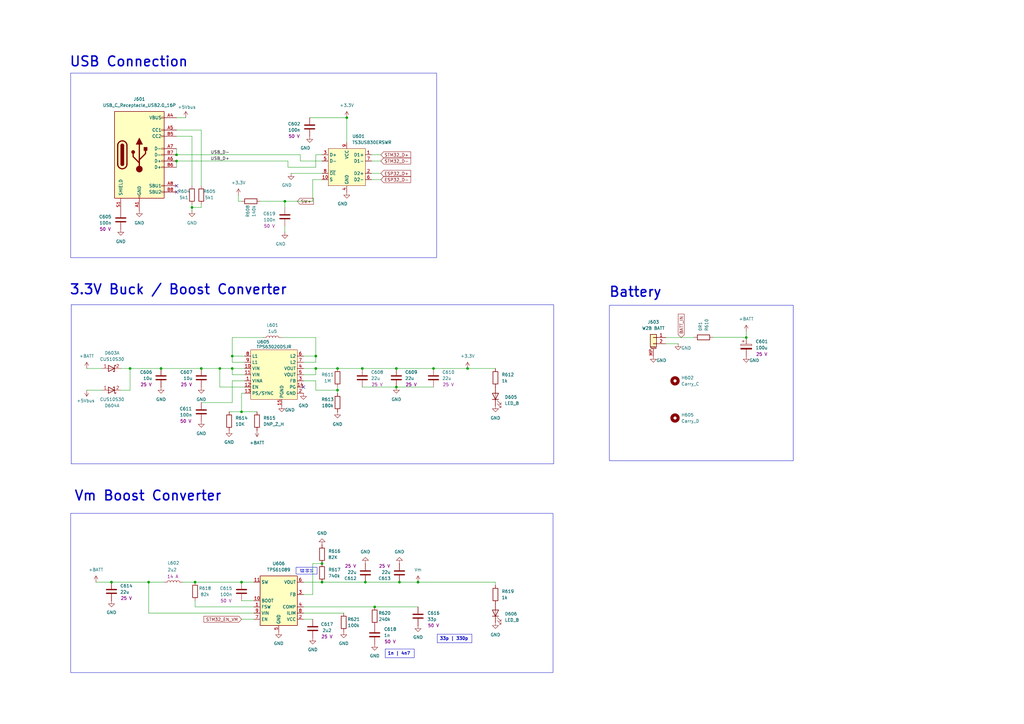
<source format=kicad_sch>
(kicad_sch
	(version 20231120)
	(generator "eeschema")
	(generator_version "8.0")
	(uuid "f6968124-06bc-4993-b486-9ed0dc108944")
	(paper "A3")
	(lib_symbols
		(symbol "Connector:USB_C_Receptacle_USB2.0_16P"
			(pin_names
				(offset 1.016)
			)
			(exclude_from_sim no)
			(in_bom yes)
			(on_board yes)
			(property "Reference" "J"
				(at 0 22.225 0)
				(effects
					(font
						(size 1.27 1.27)
					)
				)
			)
			(property "Value" "USB_C_Receptacle_USB2.0_16P"
				(at 0 19.685 0)
				(effects
					(font
						(size 1.27 1.27)
					)
				)
			)
			(property "Footprint" ""
				(at 3.81 0 0)
				(effects
					(font
						(size 1.27 1.27)
					)
					(hide yes)
				)
			)
			(property "Datasheet" "https://www.usb.org/sites/default/files/documents/usb_type-c.zip"
				(at 3.81 0 0)
				(effects
					(font
						(size 1.27 1.27)
					)
					(hide yes)
				)
			)
			(property "Description" "USB 2.0-only 16P Type-C Receptacle connector"
				(at 0 0 0)
				(effects
					(font
						(size 1.27 1.27)
					)
					(hide yes)
				)
			)
			(property "ki_keywords" "usb universal serial bus type-C USB2.0"
				(at 0 0 0)
				(effects
					(font
						(size 1.27 1.27)
					)
					(hide yes)
				)
			)
			(property "ki_fp_filters" "USB*C*Receptacle*"
				(at 0 0 0)
				(effects
					(font
						(size 1.27 1.27)
					)
					(hide yes)
				)
			)
			(symbol "USB_C_Receptacle_USB2.0_16P_0_0"
				(rectangle
					(start -0.254 -17.78)
					(end 0.254 -16.764)
					(stroke
						(width 0)
						(type default)
					)
					(fill
						(type none)
					)
				)
				(rectangle
					(start 10.16 -14.986)
					(end 9.144 -15.494)
					(stroke
						(width 0)
						(type default)
					)
					(fill
						(type none)
					)
				)
				(rectangle
					(start 10.16 -12.446)
					(end 9.144 -12.954)
					(stroke
						(width 0)
						(type default)
					)
					(fill
						(type none)
					)
				)
				(rectangle
					(start 10.16 -4.826)
					(end 9.144 -5.334)
					(stroke
						(width 0)
						(type default)
					)
					(fill
						(type none)
					)
				)
				(rectangle
					(start 10.16 -2.286)
					(end 9.144 -2.794)
					(stroke
						(width 0)
						(type default)
					)
					(fill
						(type none)
					)
				)
				(rectangle
					(start 10.16 0.254)
					(end 9.144 -0.254)
					(stroke
						(width 0)
						(type default)
					)
					(fill
						(type none)
					)
				)
				(rectangle
					(start 10.16 2.794)
					(end 9.144 2.286)
					(stroke
						(width 0)
						(type default)
					)
					(fill
						(type none)
					)
				)
				(rectangle
					(start 10.16 7.874)
					(end 9.144 7.366)
					(stroke
						(width 0)
						(type default)
					)
					(fill
						(type none)
					)
				)
				(rectangle
					(start 10.16 10.414)
					(end 9.144 9.906)
					(stroke
						(width 0)
						(type default)
					)
					(fill
						(type none)
					)
				)
				(rectangle
					(start 10.16 15.494)
					(end 9.144 14.986)
					(stroke
						(width 0)
						(type default)
					)
					(fill
						(type none)
					)
				)
			)
			(symbol "USB_C_Receptacle_USB2.0_16P_0_1"
				(rectangle
					(start -10.16 17.78)
					(end 10.16 -17.78)
					(stroke
						(width 0.254)
						(type default)
					)
					(fill
						(type background)
					)
				)
				(arc
					(start -8.89 -3.81)
					(mid -6.985 -5.7067)
					(end -5.08 -3.81)
					(stroke
						(width 0.508)
						(type default)
					)
					(fill
						(type none)
					)
				)
				(arc
					(start -7.62 -3.81)
					(mid -6.985 -4.4423)
					(end -6.35 -3.81)
					(stroke
						(width 0.254)
						(type default)
					)
					(fill
						(type none)
					)
				)
				(arc
					(start -7.62 -3.81)
					(mid -6.985 -4.4423)
					(end -6.35 -3.81)
					(stroke
						(width 0.254)
						(type default)
					)
					(fill
						(type outline)
					)
				)
				(rectangle
					(start -7.62 -3.81)
					(end -6.35 3.81)
					(stroke
						(width 0.254)
						(type default)
					)
					(fill
						(type outline)
					)
				)
				(arc
					(start -6.35 3.81)
					(mid -6.985 4.4423)
					(end -7.62 3.81)
					(stroke
						(width 0.254)
						(type default)
					)
					(fill
						(type none)
					)
				)
				(arc
					(start -6.35 3.81)
					(mid -6.985 4.4423)
					(end -7.62 3.81)
					(stroke
						(width 0.254)
						(type default)
					)
					(fill
						(type outline)
					)
				)
				(arc
					(start -5.08 3.81)
					(mid -6.985 5.7067)
					(end -8.89 3.81)
					(stroke
						(width 0.508)
						(type default)
					)
					(fill
						(type none)
					)
				)
				(circle
					(center -2.54 1.143)
					(radius 0.635)
					(stroke
						(width 0.254)
						(type default)
					)
					(fill
						(type outline)
					)
				)
				(circle
					(center 0 -5.842)
					(radius 1.27)
					(stroke
						(width 0)
						(type default)
					)
					(fill
						(type outline)
					)
				)
				(polyline
					(pts
						(xy -8.89 -3.81) (xy -8.89 3.81)
					)
					(stroke
						(width 0.508)
						(type default)
					)
					(fill
						(type none)
					)
				)
				(polyline
					(pts
						(xy -5.08 3.81) (xy -5.08 -3.81)
					)
					(stroke
						(width 0.508)
						(type default)
					)
					(fill
						(type none)
					)
				)
				(polyline
					(pts
						(xy 0 -5.842) (xy 0 4.318)
					)
					(stroke
						(width 0.508)
						(type default)
					)
					(fill
						(type none)
					)
				)
				(polyline
					(pts
						(xy 0 -3.302) (xy -2.54 -0.762) (xy -2.54 0.508)
					)
					(stroke
						(width 0.508)
						(type default)
					)
					(fill
						(type none)
					)
				)
				(polyline
					(pts
						(xy 0 -2.032) (xy 2.54 0.508) (xy 2.54 1.778)
					)
					(stroke
						(width 0.508)
						(type default)
					)
					(fill
						(type none)
					)
				)
				(polyline
					(pts
						(xy -1.27 4.318) (xy 0 6.858) (xy 1.27 4.318) (xy -1.27 4.318)
					)
					(stroke
						(width 0.254)
						(type default)
					)
					(fill
						(type outline)
					)
				)
				(rectangle
					(start 1.905 1.778)
					(end 3.175 3.048)
					(stroke
						(width 0.254)
						(type default)
					)
					(fill
						(type outline)
					)
				)
			)
			(symbol "USB_C_Receptacle_USB2.0_16P_1_1"
				(pin passive line
					(at 0 -22.86 90)
					(length 5.08)
					(name "GND"
						(effects
							(font
								(size 1.27 1.27)
							)
						)
					)
					(number "A1"
						(effects
							(font
								(size 1.27 1.27)
							)
						)
					)
				)
				(pin passive line
					(at 0 -22.86 90)
					(length 5.08) hide
					(name "GND"
						(effects
							(font
								(size 1.27 1.27)
							)
						)
					)
					(number "A12"
						(effects
							(font
								(size 1.27 1.27)
							)
						)
					)
				)
				(pin passive line
					(at 15.24 15.24 180)
					(length 5.08)
					(name "VBUS"
						(effects
							(font
								(size 1.27 1.27)
							)
						)
					)
					(number "A4"
						(effects
							(font
								(size 1.27 1.27)
							)
						)
					)
				)
				(pin bidirectional line
					(at 15.24 10.16 180)
					(length 5.08)
					(name "CC1"
						(effects
							(font
								(size 1.27 1.27)
							)
						)
					)
					(number "A5"
						(effects
							(font
								(size 1.27 1.27)
							)
						)
					)
				)
				(pin bidirectional line
					(at 15.24 -2.54 180)
					(length 5.08)
					(name "D+"
						(effects
							(font
								(size 1.27 1.27)
							)
						)
					)
					(number "A6"
						(effects
							(font
								(size 1.27 1.27)
							)
						)
					)
				)
				(pin bidirectional line
					(at 15.24 2.54 180)
					(length 5.08)
					(name "D-"
						(effects
							(font
								(size 1.27 1.27)
							)
						)
					)
					(number "A7"
						(effects
							(font
								(size 1.27 1.27)
							)
						)
					)
				)
				(pin bidirectional line
					(at 15.24 -12.7 180)
					(length 5.08)
					(name "SBU1"
						(effects
							(font
								(size 1.27 1.27)
							)
						)
					)
					(number "A8"
						(effects
							(font
								(size 1.27 1.27)
							)
						)
					)
				)
				(pin passive line
					(at 15.24 15.24 180)
					(length 5.08) hide
					(name "VBUS"
						(effects
							(font
								(size 1.27 1.27)
							)
						)
					)
					(number "A9"
						(effects
							(font
								(size 1.27 1.27)
							)
						)
					)
				)
				(pin passive line
					(at 0 -22.86 90)
					(length 5.08) hide
					(name "GND"
						(effects
							(font
								(size 1.27 1.27)
							)
						)
					)
					(number "B1"
						(effects
							(font
								(size 1.27 1.27)
							)
						)
					)
				)
				(pin passive line
					(at 0 -22.86 90)
					(length 5.08) hide
					(name "GND"
						(effects
							(font
								(size 1.27 1.27)
							)
						)
					)
					(number "B12"
						(effects
							(font
								(size 1.27 1.27)
							)
						)
					)
				)
				(pin passive line
					(at 15.24 15.24 180)
					(length 5.08) hide
					(name "VBUS"
						(effects
							(font
								(size 1.27 1.27)
							)
						)
					)
					(number "B4"
						(effects
							(font
								(size 1.27 1.27)
							)
						)
					)
				)
				(pin bidirectional line
					(at 15.24 7.62 180)
					(length 5.08)
					(name "CC2"
						(effects
							(font
								(size 1.27 1.27)
							)
						)
					)
					(number "B5"
						(effects
							(font
								(size 1.27 1.27)
							)
						)
					)
				)
				(pin bidirectional line
					(at 15.24 -5.08 180)
					(length 5.08)
					(name "D+"
						(effects
							(font
								(size 1.27 1.27)
							)
						)
					)
					(number "B6"
						(effects
							(font
								(size 1.27 1.27)
							)
						)
					)
				)
				(pin bidirectional line
					(at 15.24 0 180)
					(length 5.08)
					(name "D-"
						(effects
							(font
								(size 1.27 1.27)
							)
						)
					)
					(number "B7"
						(effects
							(font
								(size 1.27 1.27)
							)
						)
					)
				)
				(pin bidirectional line
					(at 15.24 -15.24 180)
					(length 5.08)
					(name "SBU2"
						(effects
							(font
								(size 1.27 1.27)
							)
						)
					)
					(number "B8"
						(effects
							(font
								(size 1.27 1.27)
							)
						)
					)
				)
				(pin passive line
					(at 15.24 15.24 180)
					(length 5.08) hide
					(name "VBUS"
						(effects
							(font
								(size 1.27 1.27)
							)
						)
					)
					(number "B9"
						(effects
							(font
								(size 1.27 1.27)
							)
						)
					)
				)
				(pin passive line
					(at -7.62 -22.86 90)
					(length 5.08)
					(name "SHIELD"
						(effects
							(font
								(size 1.27 1.27)
							)
						)
					)
					(number "S1"
						(effects
							(font
								(size 1.27 1.27)
							)
						)
					)
				)
			)
		)
		(symbol "Connector_Generic_MountingPin:Conn_01x02_MountingPin"
			(pin_names
				(offset 1.016) hide)
			(exclude_from_sim no)
			(in_bom yes)
			(on_board yes)
			(property "Reference" "J"
				(at 0 2.54 0)
				(effects
					(font
						(size 1.27 1.27)
					)
				)
			)
			(property "Value" "Conn_01x02_MountingPin"
				(at 1.27 -5.08 0)
				(effects
					(font
						(size 1.27 1.27)
					)
					(justify left)
				)
			)
			(property "Footprint" ""
				(at 0 0 0)
				(effects
					(font
						(size 1.27 1.27)
					)
					(hide yes)
				)
			)
			(property "Datasheet" "~"
				(at 0 0 0)
				(effects
					(font
						(size 1.27 1.27)
					)
					(hide yes)
				)
			)
			(property "Description" "Generic connectable mounting pin connector, single row, 01x02, script generated (kicad-library-utils/schlib/autogen/connector/)"
				(at 0 0 0)
				(effects
					(font
						(size 1.27 1.27)
					)
					(hide yes)
				)
			)
			(property "ki_keywords" "connector"
				(at 0 0 0)
				(effects
					(font
						(size 1.27 1.27)
					)
					(hide yes)
				)
			)
			(property "ki_fp_filters" "Connector*:*_1x??-1MP*"
				(at 0 0 0)
				(effects
					(font
						(size 1.27 1.27)
					)
					(hide yes)
				)
			)
			(symbol "Conn_01x02_MountingPin_1_1"
				(rectangle
					(start -1.27 -2.413)
					(end 0 -2.667)
					(stroke
						(width 0.1524)
						(type default)
					)
					(fill
						(type none)
					)
				)
				(rectangle
					(start -1.27 0.127)
					(end 0 -0.127)
					(stroke
						(width 0.1524)
						(type default)
					)
					(fill
						(type none)
					)
				)
				(rectangle
					(start -1.27 1.27)
					(end 1.27 -3.81)
					(stroke
						(width 0.254)
						(type default)
					)
					(fill
						(type background)
					)
				)
				(polyline
					(pts
						(xy -1.016 -4.572) (xy 1.016 -4.572)
					)
					(stroke
						(width 0.1524)
						(type default)
					)
					(fill
						(type none)
					)
				)
				(text "Mounting"
					(at 0 -4.191 0)
					(effects
						(font
							(size 0.381 0.381)
						)
					)
				)
				(pin passive line
					(at -5.08 0 0)
					(length 3.81)
					(name "Pin_1"
						(effects
							(font
								(size 1.27 1.27)
							)
						)
					)
					(number "1"
						(effects
							(font
								(size 1.27 1.27)
							)
						)
					)
				)
				(pin passive line
					(at -5.08 -2.54 0)
					(length 3.81)
					(name "Pin_2"
						(effects
							(font
								(size 1.27 1.27)
							)
						)
					)
					(number "2"
						(effects
							(font
								(size 1.27 1.27)
							)
						)
					)
				)
				(pin passive line
					(at 0 -7.62 90)
					(length 3.048)
					(name "MountPin"
						(effects
							(font
								(size 1.27 1.27)
							)
						)
					)
					(number "MP"
						(effects
							(font
								(size 1.27 1.27)
							)
						)
					)
				)
			)
		)
		(symbol "Device:C"
			(pin_numbers hide)
			(pin_names
				(offset 0.254)
			)
			(exclude_from_sim no)
			(in_bom yes)
			(on_board yes)
			(property "Reference" "C"
				(at 0.635 2.54 0)
				(effects
					(font
						(size 1.27 1.27)
					)
					(justify left)
				)
			)
			(property "Value" "C"
				(at 0.635 -2.54 0)
				(effects
					(font
						(size 1.27 1.27)
					)
					(justify left)
				)
			)
			(property "Footprint" ""
				(at 0.9652 -3.81 0)
				(effects
					(font
						(size 1.27 1.27)
					)
					(hide yes)
				)
			)
			(property "Datasheet" "~"
				(at 0 0 0)
				(effects
					(font
						(size 1.27 1.27)
					)
					(hide yes)
				)
			)
			(property "Description" "Unpolarized capacitor"
				(at 0 0 0)
				(effects
					(font
						(size 1.27 1.27)
					)
					(hide yes)
				)
			)
			(property "ki_keywords" "cap capacitor"
				(at 0 0 0)
				(effects
					(font
						(size 1.27 1.27)
					)
					(hide yes)
				)
			)
			(property "ki_fp_filters" "C_*"
				(at 0 0 0)
				(effects
					(font
						(size 1.27 1.27)
					)
					(hide yes)
				)
			)
			(symbol "C_0_1"
				(polyline
					(pts
						(xy -2.032 -0.762) (xy 2.032 -0.762)
					)
					(stroke
						(width 0.508)
						(type default)
					)
					(fill
						(type none)
					)
				)
				(polyline
					(pts
						(xy -2.032 0.762) (xy 2.032 0.762)
					)
					(stroke
						(width 0.508)
						(type default)
					)
					(fill
						(type none)
					)
				)
			)
			(symbol "C_1_1"
				(pin passive line
					(at 0 3.81 270)
					(length 2.794)
					(name "~"
						(effects
							(font
								(size 1.27 1.27)
							)
						)
					)
					(number "1"
						(effects
							(font
								(size 1.27 1.27)
							)
						)
					)
				)
				(pin passive line
					(at 0 -3.81 90)
					(length 2.794)
					(name "~"
						(effects
							(font
								(size 1.27 1.27)
							)
						)
					)
					(number "2"
						(effects
							(font
								(size 1.27 1.27)
							)
						)
					)
				)
			)
		)
		(symbol "Device:C_Polarized"
			(pin_numbers hide)
			(pin_names
				(offset 0.254)
			)
			(exclude_from_sim no)
			(in_bom yes)
			(on_board yes)
			(property "Reference" "C"
				(at 0.635 2.54 0)
				(effects
					(font
						(size 1.27 1.27)
					)
					(justify left)
				)
			)
			(property "Value" "C_Polarized"
				(at 0.635 -2.54 0)
				(effects
					(font
						(size 1.27 1.27)
					)
					(justify left)
				)
			)
			(property "Footprint" ""
				(at 0.9652 -3.81 0)
				(effects
					(font
						(size 1.27 1.27)
					)
					(hide yes)
				)
			)
			(property "Datasheet" "~"
				(at 0 0 0)
				(effects
					(font
						(size 1.27 1.27)
					)
					(hide yes)
				)
			)
			(property "Description" "Polarized capacitor"
				(at 0 0 0)
				(effects
					(font
						(size 1.27 1.27)
					)
					(hide yes)
				)
			)
			(property "ki_keywords" "cap capacitor"
				(at 0 0 0)
				(effects
					(font
						(size 1.27 1.27)
					)
					(hide yes)
				)
			)
			(property "ki_fp_filters" "CP_*"
				(at 0 0 0)
				(effects
					(font
						(size 1.27 1.27)
					)
					(hide yes)
				)
			)
			(symbol "C_Polarized_0_1"
				(rectangle
					(start -2.286 0.508)
					(end 2.286 1.016)
					(stroke
						(width 0)
						(type default)
					)
					(fill
						(type none)
					)
				)
				(polyline
					(pts
						(xy -1.778 2.286) (xy -0.762 2.286)
					)
					(stroke
						(width 0)
						(type default)
					)
					(fill
						(type none)
					)
				)
				(polyline
					(pts
						(xy -1.27 2.794) (xy -1.27 1.778)
					)
					(stroke
						(width 0)
						(type default)
					)
					(fill
						(type none)
					)
				)
				(rectangle
					(start 2.286 -0.508)
					(end -2.286 -1.016)
					(stroke
						(width 0)
						(type default)
					)
					(fill
						(type outline)
					)
				)
			)
			(symbol "C_Polarized_1_1"
				(pin passive line
					(at 0 3.81 270)
					(length 2.794)
					(name "~"
						(effects
							(font
								(size 1.27 1.27)
							)
						)
					)
					(number "1"
						(effects
							(font
								(size 1.27 1.27)
							)
						)
					)
				)
				(pin passive line
					(at 0 -3.81 90)
					(length 2.794)
					(name "~"
						(effects
							(font
								(size 1.27 1.27)
							)
						)
					)
					(number "2"
						(effects
							(font
								(size 1.27 1.27)
							)
						)
					)
				)
			)
		)
		(symbol "Device:D_Schottky_Dual_CommonAnode_AKK_Split"
			(pin_names
				(offset 0.762) hide)
			(exclude_from_sim no)
			(in_bom yes)
			(on_board yes)
			(property "Reference" "D"
				(at 0 2.54 0)
				(effects
					(font
						(size 1.27 1.27)
					)
				)
			)
			(property "Value" "D_Schottky_Dual_CommonAnode_AKK_Split"
				(at 0 -2.54 0)
				(effects
					(font
						(size 1.27 1.27)
					)
				)
			)
			(property "Footprint" ""
				(at -2.54 -2.54 0)
				(effects
					(font
						(size 1.27 1.27)
					)
					(hide yes)
				)
			)
			(property "Datasheet" "~"
				(at -2.54 -2.54 0)
				(effects
					(font
						(size 1.27 1.27)
					)
					(hide yes)
				)
			)
			(property "Description" "Dual Schottky diode, common anode on pin 1"
				(at 0 0 0)
				(effects
					(font
						(size 1.27 1.27)
					)
					(hide yes)
				)
			)
			(property "ki_locked" ""
				(at 0 0 0)
				(effects
					(font
						(size 1.27 1.27)
					)
				)
			)
			(property "ki_keywords" "diode"
				(at 0 0 0)
				(effects
					(font
						(size 1.27 1.27)
					)
					(hide yes)
				)
			)
			(symbol "D_Schottky_Dual_CommonAnode_AKK_Split_0_1"
				(polyline
					(pts
						(xy 1.27 0) (xy -1.27 0)
					)
					(stroke
						(width 0)
						(type default)
					)
					(fill
						(type none)
					)
				)
				(polyline
					(pts
						(xy -1.27 1.27) (xy 1.27 0) (xy -1.27 -1.27) (xy -1.27 1.27) (xy -1.27 1.27) (xy -1.27 1.27)
					)
					(stroke
						(width 0.254)
						(type default)
					)
					(fill
						(type none)
					)
				)
				(polyline
					(pts
						(xy 1.778 1.016) (xy 1.778 1.27) (xy 1.27 1.27) (xy 1.27 -1.27) (xy 0.762 -1.27) (xy 0.762 -1.016)
					)
					(stroke
						(width 0.254)
						(type default)
					)
					(fill
						(type none)
					)
				)
				(pin passive line
					(at -3.81 0 0)
					(length 2.54)
					(name "A"
						(effects
							(font
								(size 1.27 1.27)
							)
						)
					)
					(number "1"
						(effects
							(font
								(size 1.27 1.27)
							)
						)
					)
				)
			)
			(symbol "D_Schottky_Dual_CommonAnode_AKK_Split_1_1"
				(pin passive line
					(at 3.81 0 180)
					(length 2.54)
					(name "K"
						(effects
							(font
								(size 1.27 1.27)
							)
						)
					)
					(number "2"
						(effects
							(font
								(size 1.27 1.27)
							)
						)
					)
				)
			)
			(symbol "D_Schottky_Dual_CommonAnode_AKK_Split_2_1"
				(pin passive line
					(at 3.81 0 180)
					(length 2.54)
					(name "K"
						(effects
							(font
								(size 1.27 1.27)
							)
						)
					)
					(number "3"
						(effects
							(font
								(size 1.27 1.27)
							)
						)
					)
				)
			)
		)
		(symbol "Device:L"
			(pin_numbers hide)
			(pin_names
				(offset 1.016) hide)
			(exclude_from_sim no)
			(in_bom yes)
			(on_board yes)
			(property "Reference" "L"
				(at -1.27 0 90)
				(effects
					(font
						(size 1.27 1.27)
					)
				)
			)
			(property "Value" "L"
				(at 1.905 0 90)
				(effects
					(font
						(size 1.27 1.27)
					)
				)
			)
			(property "Footprint" ""
				(at 0 0 0)
				(effects
					(font
						(size 1.27 1.27)
					)
					(hide yes)
				)
			)
			(property "Datasheet" "~"
				(at 0 0 0)
				(effects
					(font
						(size 1.27 1.27)
					)
					(hide yes)
				)
			)
			(property "Description" "Inductor"
				(at 0 0 0)
				(effects
					(font
						(size 1.27 1.27)
					)
					(hide yes)
				)
			)
			(property "ki_keywords" "inductor choke coil reactor magnetic"
				(at 0 0 0)
				(effects
					(font
						(size 1.27 1.27)
					)
					(hide yes)
				)
			)
			(property "ki_fp_filters" "Choke_* *Coil* Inductor_* L_*"
				(at 0 0 0)
				(effects
					(font
						(size 1.27 1.27)
					)
					(hide yes)
				)
			)
			(symbol "L_0_1"
				(arc
					(start 0 -2.54)
					(mid 0.6323 -1.905)
					(end 0 -1.27)
					(stroke
						(width 0)
						(type default)
					)
					(fill
						(type none)
					)
				)
				(arc
					(start 0 -1.27)
					(mid 0.6323 -0.635)
					(end 0 0)
					(stroke
						(width 0)
						(type default)
					)
					(fill
						(type none)
					)
				)
				(arc
					(start 0 0)
					(mid 0.6323 0.635)
					(end 0 1.27)
					(stroke
						(width 0)
						(type default)
					)
					(fill
						(type none)
					)
				)
				(arc
					(start 0 1.27)
					(mid 0.6323 1.905)
					(end 0 2.54)
					(stroke
						(width 0)
						(type default)
					)
					(fill
						(type none)
					)
				)
			)
			(symbol "L_1_1"
				(pin passive line
					(at 0 3.81 270)
					(length 1.27)
					(name "1"
						(effects
							(font
								(size 1.27 1.27)
							)
						)
					)
					(number "1"
						(effects
							(font
								(size 1.27 1.27)
							)
						)
					)
				)
				(pin passive line
					(at 0 -3.81 90)
					(length 1.27)
					(name "2"
						(effects
							(font
								(size 1.27 1.27)
							)
						)
					)
					(number "2"
						(effects
							(font
								(size 1.27 1.27)
							)
						)
					)
				)
			)
		)
		(symbol "Device:LED"
			(pin_numbers hide)
			(pin_names
				(offset 1.016) hide)
			(exclude_from_sim no)
			(in_bom yes)
			(on_board yes)
			(property "Reference" "D"
				(at 0 2.54 0)
				(effects
					(font
						(size 1.27 1.27)
					)
				)
			)
			(property "Value" "LED"
				(at 0 -2.54 0)
				(effects
					(font
						(size 1.27 1.27)
					)
				)
			)
			(property "Footprint" ""
				(at 0 0 0)
				(effects
					(font
						(size 1.27 1.27)
					)
					(hide yes)
				)
			)
			(property "Datasheet" "~"
				(at 0 0 0)
				(effects
					(font
						(size 1.27 1.27)
					)
					(hide yes)
				)
			)
			(property "Description" "Light emitting diode"
				(at 0 0 0)
				(effects
					(font
						(size 1.27 1.27)
					)
					(hide yes)
				)
			)
			(property "ki_keywords" "LED diode"
				(at 0 0 0)
				(effects
					(font
						(size 1.27 1.27)
					)
					(hide yes)
				)
			)
			(property "ki_fp_filters" "LED* LED_SMD:* LED_THT:*"
				(at 0 0 0)
				(effects
					(font
						(size 1.27 1.27)
					)
					(hide yes)
				)
			)
			(symbol "LED_0_1"
				(polyline
					(pts
						(xy -1.27 -1.27) (xy -1.27 1.27)
					)
					(stroke
						(width 0.254)
						(type default)
					)
					(fill
						(type none)
					)
				)
				(polyline
					(pts
						(xy -1.27 0) (xy 1.27 0)
					)
					(stroke
						(width 0)
						(type default)
					)
					(fill
						(type none)
					)
				)
				(polyline
					(pts
						(xy 1.27 -1.27) (xy 1.27 1.27) (xy -1.27 0) (xy 1.27 -1.27)
					)
					(stroke
						(width 0.254)
						(type default)
					)
					(fill
						(type none)
					)
				)
				(polyline
					(pts
						(xy -3.048 -0.762) (xy -4.572 -2.286) (xy -3.81 -2.286) (xy -4.572 -2.286) (xy -4.572 -1.524)
					)
					(stroke
						(width 0)
						(type default)
					)
					(fill
						(type none)
					)
				)
				(polyline
					(pts
						(xy -1.778 -0.762) (xy -3.302 -2.286) (xy -2.54 -2.286) (xy -3.302 -2.286) (xy -3.302 -1.524)
					)
					(stroke
						(width 0)
						(type default)
					)
					(fill
						(type none)
					)
				)
			)
			(symbol "LED_1_1"
				(pin passive line
					(at -3.81 0 0)
					(length 2.54)
					(name "K"
						(effects
							(font
								(size 1.27 1.27)
							)
						)
					)
					(number "1"
						(effects
							(font
								(size 1.27 1.27)
							)
						)
					)
				)
				(pin passive line
					(at 3.81 0 180)
					(length 2.54)
					(name "A"
						(effects
							(font
								(size 1.27 1.27)
							)
						)
					)
					(number "2"
						(effects
							(font
								(size 1.27 1.27)
							)
						)
					)
				)
			)
		)
		(symbol "Device:R"
			(pin_numbers hide)
			(pin_names
				(offset 0)
			)
			(exclude_from_sim no)
			(in_bom yes)
			(on_board yes)
			(property "Reference" "R"
				(at 2.032 0 90)
				(effects
					(font
						(size 1.27 1.27)
					)
				)
			)
			(property "Value" "R"
				(at 0 0 90)
				(effects
					(font
						(size 1.27 1.27)
					)
				)
			)
			(property "Footprint" ""
				(at -1.778 0 90)
				(effects
					(font
						(size 1.27 1.27)
					)
					(hide yes)
				)
			)
			(property "Datasheet" "~"
				(at 0 0 0)
				(effects
					(font
						(size 1.27 1.27)
					)
					(hide yes)
				)
			)
			(property "Description" "Resistor"
				(at 0 0 0)
				(effects
					(font
						(size 1.27 1.27)
					)
					(hide yes)
				)
			)
			(property "ki_keywords" "R res resistor"
				(at 0 0 0)
				(effects
					(font
						(size 1.27 1.27)
					)
					(hide yes)
				)
			)
			(property "ki_fp_filters" "R_*"
				(at 0 0 0)
				(effects
					(font
						(size 1.27 1.27)
					)
					(hide yes)
				)
			)
			(symbol "R_0_1"
				(rectangle
					(start -1.016 -2.54)
					(end 1.016 2.54)
					(stroke
						(width 0.254)
						(type default)
					)
					(fill
						(type none)
					)
				)
			)
			(symbol "R_1_1"
				(pin passive line
					(at 0 3.81 270)
					(length 1.27)
					(name "~"
						(effects
							(font
								(size 1.27 1.27)
							)
						)
					)
					(number "1"
						(effects
							(font
								(size 1.27 1.27)
							)
						)
					)
				)
				(pin passive line
					(at 0 -3.81 90)
					(length 1.27)
					(name "~"
						(effects
							(font
								(size 1.27 1.27)
							)
						)
					)
					(number "2"
						(effects
							(font
								(size 1.27 1.27)
							)
						)
					)
				)
			)
		)
		(symbol "Interface_USB:TS3USB30ERSWR"
			(exclude_from_sim no)
			(in_bom yes)
			(on_board yes)
			(property "Reference" "U"
				(at -6.35 8.89 0)
				(effects
					(font
						(size 1.27 1.27)
					)
				)
			)
			(property "Value" "TS3USB30ERSWR"
				(at 8.89 8.89 0)
				(effects
					(font
						(size 1.27 1.27)
					)
				)
			)
			(property "Footprint" "Package_DFN_QFN:UQFN-10_1.4x1.8mm_P0.4mm"
				(at 24.13 -8.89 0)
				(effects
					(font
						(size 1.27 1.27)
					)
					(hide yes)
				)
			)
			(property "Datasheet" "https://www.ti.com/lit/ds/symlink/ts3usb30e.pdf"
				(at 0 0 0)
				(effects
					(font
						(size 1.27 1.27)
					)
					(hide yes)
				)
			)
			(property "Description" "ESD-Protected, High-Speed USB 2.0 (480-Mbps) 1:2 Multiplexer/Demultiplexer Switch With Single Enable, UQFN-10"
				(at 0 0 0)
				(effects
					(font
						(size 1.27 1.27)
					)
					(hide yes)
				)
			)
			(property "ki_keywords" "usb mux"
				(at 0 0 0)
				(effects
					(font
						(size 1.27 1.27)
					)
					(hide yes)
				)
			)
			(property "ki_fp_filters" "UQFN*1.4x1.8mm*P0.4mm*"
				(at 0 0 0)
				(effects
					(font
						(size 1.27 1.27)
					)
					(hide yes)
				)
			)
			(symbol "TS3USB30ERSWR_1_1"
				(rectangle
					(start -7.62 7.62)
					(end 7.62 -7.62)
					(stroke
						(width 0)
						(type default)
					)
					(fill
						(type background)
					)
				)
				(pin bidirectional line
					(at 10.16 5.08 180)
					(length 2.54)
					(name "D1+"
						(effects
							(font
								(size 1.27 1.27)
							)
						)
					)
					(number "1"
						(effects
							(font
								(size 1.27 1.27)
							)
						)
					)
				)
				(pin input line
					(at -10.16 -5.08 0)
					(length 2.54)
					(name "S"
						(effects
							(font
								(size 1.27 1.27)
							)
						)
					)
					(number "10"
						(effects
							(font
								(size 1.27 1.27)
							)
						)
					)
				)
				(pin bidirectional line
					(at 10.16 -2.54 180)
					(length 2.54)
					(name "D2+"
						(effects
							(font
								(size 1.27 1.27)
							)
						)
					)
					(number "2"
						(effects
							(font
								(size 1.27 1.27)
							)
						)
					)
				)
				(pin bidirectional line
					(at -10.16 5.08 0)
					(length 2.54)
					(name "D+"
						(effects
							(font
								(size 1.27 1.27)
							)
						)
					)
					(number "3"
						(effects
							(font
								(size 1.27 1.27)
							)
						)
					)
				)
				(pin power_in line
					(at 0 -10.16 90)
					(length 2.54)
					(name "GND"
						(effects
							(font
								(size 1.27 1.27)
							)
						)
					)
					(number "4"
						(effects
							(font
								(size 1.27 1.27)
							)
						)
					)
				)
				(pin bidirectional line
					(at -10.16 2.54 0)
					(length 2.54)
					(name "D-"
						(effects
							(font
								(size 1.27 1.27)
							)
						)
					)
					(number "5"
						(effects
							(font
								(size 1.27 1.27)
							)
						)
					)
				)
				(pin bidirectional line
					(at 10.16 -5.08 180)
					(length 2.54)
					(name "D2-"
						(effects
							(font
								(size 1.27 1.27)
							)
						)
					)
					(number "6"
						(effects
							(font
								(size 1.27 1.27)
							)
						)
					)
				)
				(pin bidirectional line
					(at 10.16 2.54 180)
					(length 2.54)
					(name "D1-"
						(effects
							(font
								(size 1.27 1.27)
							)
						)
					)
					(number "7"
						(effects
							(font
								(size 1.27 1.27)
							)
						)
					)
				)
				(pin input line
					(at -10.16 -2.54 0)
					(length 2.54)
					(name "~{OE}"
						(effects
							(font
								(size 1.27 1.27)
							)
						)
					)
					(number "8"
						(effects
							(font
								(size 1.27 1.27)
							)
						)
					)
				)
				(pin power_in line
					(at 0 10.16 270)
					(length 2.54)
					(name "VCC"
						(effects
							(font
								(size 1.27 1.27)
							)
						)
					)
					(number "9"
						(effects
							(font
								(size 1.27 1.27)
							)
						)
					)
				)
			)
		)
		(symbol "Mechanical:MountingHole"
			(pin_names
				(offset 1.016)
			)
			(exclude_from_sim yes)
			(in_bom no)
			(on_board yes)
			(property "Reference" "H"
				(at 0 5.08 0)
				(effects
					(font
						(size 1.27 1.27)
					)
				)
			)
			(property "Value" "MountingHole"
				(at 0 3.175 0)
				(effects
					(font
						(size 1.27 1.27)
					)
				)
			)
			(property "Footprint" ""
				(at 0 0 0)
				(effects
					(font
						(size 1.27 1.27)
					)
					(hide yes)
				)
			)
			(property "Datasheet" "~"
				(at 0 0 0)
				(effects
					(font
						(size 1.27 1.27)
					)
					(hide yes)
				)
			)
			(property "Description" "Mounting Hole without connection"
				(at 0 0 0)
				(effects
					(font
						(size 1.27 1.27)
					)
					(hide yes)
				)
			)
			(property "ki_keywords" "mounting hole"
				(at 0 0 0)
				(effects
					(font
						(size 1.27 1.27)
					)
					(hide yes)
				)
			)
			(property "ki_fp_filters" "MountingHole*"
				(at 0 0 0)
				(effects
					(font
						(size 1.27 1.27)
					)
					(hide yes)
				)
			)
			(symbol "MountingHole_0_1"
				(circle
					(center 0 0)
					(radius 1.27)
					(stroke
						(width 1.27)
						(type default)
					)
					(fill
						(type none)
					)
				)
			)
		)
		(symbol "Regulator_Switching:TPS61089"
			(exclude_from_sim no)
			(in_bom yes)
			(on_board yes)
			(property "Reference" "U"
				(at -6.35 11.43 0)
				(effects
					(font
						(size 1.27 1.27)
					)
				)
			)
			(property "Value" "TPS61089"
				(at 6.35 11.43 0)
				(effects
					(font
						(size 1.27 1.27)
					)
				)
			)
			(property "Footprint" "Package_DFN_QFN:Texas_VQFN-RNR0011A-11"
				(at 22.86 -11.43 0)
				(effects
					(font
						(size 1.27 1.27)
					)
					(hide yes)
				)
			)
			(property "Datasheet" "http://www.ti.com/lit/ds/symlink/tps61089.pdf"
				(at 0 0 0)
				(effects
					(font
						(size 1.27 1.27)
					)
					(hide yes)
				)
			)
			(property "Description" "7A Boost Converters, Adjustable output voltage (PFM), input 2.7 to 12V , output 4.5 to 12.6V, VQFN-11"
				(at 0 0 0)
				(effects
					(font
						(size 1.27 1.27)
					)
					(hide yes)
				)
			)
			(property "ki_keywords" "Adjustable 7A boost converter"
				(at 0 0 0)
				(effects
					(font
						(size 1.27 1.27)
					)
					(hide yes)
				)
			)
			(property "ki_fp_filters" "Texas*VQFN?RNR0011A?11*"
				(at 0 0 0)
				(effects
					(font
						(size 1.27 1.27)
					)
					(hide yes)
				)
			)
			(symbol "TPS61089_0_1"
				(rectangle
					(start -7.62 10.16)
					(end 7.62 -10.16)
					(stroke
						(width 0.254)
						(type default)
					)
					(fill
						(type background)
					)
				)
			)
			(symbol "TPS61089_1_1"
				(pin passive line
					(at -10.16 -2.54 0)
					(length 2.54)
					(name "FSW"
						(effects
							(font
								(size 1.27 1.27)
							)
						)
					)
					(number "1"
						(effects
							(font
								(size 1.27 1.27)
							)
						)
					)
				)
				(pin passive line
					(at -10.16 0 0)
					(length 2.54)
					(name "BOOT"
						(effects
							(font
								(size 1.27 1.27)
							)
						)
					)
					(number "10"
						(effects
							(font
								(size 1.27 1.27)
							)
						)
					)
				)
				(pin input line
					(at -10.16 7.62 0)
					(length 2.54)
					(name "SW"
						(effects
							(font
								(size 1.27 1.27)
							)
						)
					)
					(number "11"
						(effects
							(font
								(size 1.27 1.27)
							)
						)
					)
				)
				(pin passive line
					(at 10.16 -7.62 180)
					(length 2.54)
					(name "VCC"
						(effects
							(font
								(size 1.27 1.27)
							)
						)
					)
					(number "2"
						(effects
							(font
								(size 1.27 1.27)
							)
						)
					)
				)
				(pin input line
					(at 10.16 2.54 180)
					(length 2.54)
					(name "FB"
						(effects
							(font
								(size 1.27 1.27)
							)
						)
					)
					(number "3"
						(effects
							(font
								(size 1.27 1.27)
							)
						)
					)
				)
				(pin passive line
					(at 10.16 -2.54 180)
					(length 2.54)
					(name "COMP"
						(effects
							(font
								(size 1.27 1.27)
							)
						)
					)
					(number "4"
						(effects
							(font
								(size 1.27 1.27)
							)
						)
					)
				)
				(pin power_in line
					(at 0 -12.7 90)
					(length 2.54)
					(name "GND"
						(effects
							(font
								(size 1.27 1.27)
							)
						)
					)
					(number "5"
						(effects
							(font
								(size 1.27 1.27)
							)
						)
					)
				)
				(pin power_out line
					(at 10.16 7.62 180)
					(length 2.54)
					(name "VOUT"
						(effects
							(font
								(size 1.27 1.27)
							)
						)
					)
					(number "6"
						(effects
							(font
								(size 1.27 1.27)
							)
						)
					)
				)
				(pin input line
					(at -10.16 -7.62 0)
					(length 2.54)
					(name "EN"
						(effects
							(font
								(size 1.27 1.27)
							)
						)
					)
					(number "7"
						(effects
							(font
								(size 1.27 1.27)
							)
						)
					)
				)
				(pin passive line
					(at 10.16 -5.08 180)
					(length 2.54)
					(name "ILIM"
						(effects
							(font
								(size 1.27 1.27)
							)
						)
					)
					(number "8"
						(effects
							(font
								(size 1.27 1.27)
							)
						)
					)
				)
				(pin power_in line
					(at -10.16 -5.08 0)
					(length 2.54)
					(name "VIN"
						(effects
							(font
								(size 1.27 1.27)
							)
						)
					)
					(number "9"
						(effects
							(font
								(size 1.27 1.27)
							)
						)
					)
				)
			)
		)
		(symbol "Symbols:TPS63020DSJR"
			(exclude_from_sim no)
			(in_bom yes)
			(on_board yes)
			(property "Reference" "U"
				(at 0 0 0)
				(effects
					(font
						(size 1.27 1.27)
					)
				)
			)
			(property "Value" ""
				(at -3.175 0 0)
				(effects
					(font
						(size 1.27 1.27)
					)
				)
			)
			(property "Footprint" ""
				(at -3.175 0 0)
				(effects
					(font
						(size 1.27 1.27)
					)
					(hide yes)
				)
			)
			(property "Datasheet" ""
				(at -3.175 0 0)
				(effects
					(font
						(size 1.27 1.27)
					)
					(hide yes)
				)
			)
			(property "Description" ""
				(at -3.175 0 0)
				(effects
					(font
						(size 1.27 1.27)
					)
					(hide yes)
				)
			)
			(symbol "TPS63020DSJR_1_1"
				(rectangle
					(start -10.16 10.16)
					(end 8.89 -10.16)
					(stroke
						(width 0)
						(type default)
					)
					(fill
						(type background)
					)
				)
				(pin input line
					(at -12.7 -2.54 0)
					(length 2.54)
					(name "VINA"
						(effects
							(font
								(size 1.27 1.27)
							)
						)
					)
					(number "1"
						(effects
							(font
								(size 1.27 1.27)
							)
						)
					)
				)
				(pin input line
					(at -12.7 2.54 0)
					(length 2.54)
					(name "VIN"
						(effects
							(font
								(size 1.27 1.27)
							)
						)
					)
					(number "10"
						(effects
							(font
								(size 1.27 1.27)
							)
						)
					)
				)
				(pin input line
					(at -12.7 0 0)
					(length 2.54)
					(name "VIN"
						(effects
							(font
								(size 1.27 1.27)
							)
						)
					)
					(number "11"
						(effects
							(font
								(size 1.27 1.27)
							)
						)
					)
				)
				(pin input line
					(at -12.7 -5.08 0)
					(length 2.54)
					(name "EN"
						(effects
							(font
								(size 1.27 1.27)
							)
						)
					)
					(number "12"
						(effects
							(font
								(size 1.27 1.27)
							)
						)
					)
				)
				(pin input line
					(at -12.7 -7.62 0)
					(length 2.54)
					(name "PS/SYNC"
						(effects
							(font
								(size 1.27 1.27)
							)
						)
					)
					(number "13"
						(effects
							(font
								(size 1.27 1.27)
							)
						)
					)
				)
				(pin input line
					(at 11.43 -5.08 180)
					(length 2.54)
					(name "PG"
						(effects
							(font
								(size 1.27 1.27)
							)
						)
					)
					(number "14"
						(effects
							(font
								(size 1.27 1.27)
							)
						)
					)
				)
				(pin input line
					(at 2.54 -12.7 90)
					(length 2.54)
					(name "PGND"
						(effects
							(font
								(size 1.27 1.27)
							)
						)
					)
					(number "15"
						(effects
							(font
								(size 1.27 1.27)
							)
						)
					)
				)
				(pin input line
					(at 11.43 -7.62 180)
					(length 2.54)
					(name "GND"
						(effects
							(font
								(size 1.27 1.27)
							)
						)
					)
					(number "2"
						(effects
							(font
								(size 1.27 1.27)
							)
						)
					)
				)
				(pin input line
					(at 11.43 -2.54 180)
					(length 2.54)
					(name "FB"
						(effects
							(font
								(size 1.27 1.27)
							)
						)
					)
					(number "3"
						(effects
							(font
								(size 1.27 1.27)
							)
						)
					)
				)
				(pin input line
					(at 11.43 2.54 180)
					(length 2.54)
					(name "VOUT"
						(effects
							(font
								(size 1.27 1.27)
							)
						)
					)
					(number "4"
						(effects
							(font
								(size 1.27 1.27)
							)
						)
					)
				)
				(pin input line
					(at 11.43 0 180)
					(length 2.54)
					(name "VOUT"
						(effects
							(font
								(size 1.27 1.27)
							)
						)
					)
					(number "5"
						(effects
							(font
								(size 1.27 1.27)
							)
						)
					)
				)
				(pin input line
					(at 11.43 7.62 180)
					(length 2.54)
					(name "L2"
						(effects
							(font
								(size 1.27 1.27)
							)
						)
					)
					(number "6"
						(effects
							(font
								(size 1.27 1.27)
							)
						)
					)
				)
				(pin input line
					(at 11.43 5.08 180)
					(length 2.54)
					(name "L2"
						(effects
							(font
								(size 1.27 1.27)
							)
						)
					)
					(number "7"
						(effects
							(font
								(size 1.27 1.27)
							)
						)
					)
				)
				(pin input line
					(at -12.7 7.62 0)
					(length 2.54)
					(name "L1"
						(effects
							(font
								(size 1.27 1.27)
							)
						)
					)
					(number "8"
						(effects
							(font
								(size 1.27 1.27)
							)
						)
					)
				)
				(pin input line
					(at -12.7 5.08 0)
					(length 2.54)
					(name "L1"
						(effects
							(font
								(size 1.27 1.27)
							)
						)
					)
					(number "9"
						(effects
							(font
								(size 1.27 1.27)
							)
						)
					)
				)
			)
		)
		(symbol "power:+3.3V"
			(power)
			(pin_numbers hide)
			(pin_names
				(offset 0) hide)
			(exclude_from_sim no)
			(in_bom yes)
			(on_board yes)
			(property "Reference" "#PWR"
				(at 0 -3.81 0)
				(effects
					(font
						(size 1.27 1.27)
					)
					(hide yes)
				)
			)
			(property "Value" "+3.3V"
				(at 0 3.556 0)
				(effects
					(font
						(size 1.27 1.27)
					)
				)
			)
			(property "Footprint" ""
				(at 0 0 0)
				(effects
					(font
						(size 1.27 1.27)
					)
					(hide yes)
				)
			)
			(property "Datasheet" ""
				(at 0 0 0)
				(effects
					(font
						(size 1.27 1.27)
					)
					(hide yes)
				)
			)
			(property "Description" "Power symbol creates a global label with name \"+3.3V\""
				(at 0 0 0)
				(effects
					(font
						(size 1.27 1.27)
					)
					(hide yes)
				)
			)
			(property "ki_keywords" "global power"
				(at 0 0 0)
				(effects
					(font
						(size 1.27 1.27)
					)
					(hide yes)
				)
			)
			(symbol "+3.3V_0_1"
				(polyline
					(pts
						(xy -0.762 1.27) (xy 0 2.54)
					)
					(stroke
						(width 0)
						(type default)
					)
					(fill
						(type none)
					)
				)
				(polyline
					(pts
						(xy 0 0) (xy 0 2.54)
					)
					(stroke
						(width 0)
						(type default)
					)
					(fill
						(type none)
					)
				)
				(polyline
					(pts
						(xy 0 2.54) (xy 0.762 1.27)
					)
					(stroke
						(width 0)
						(type default)
					)
					(fill
						(type none)
					)
				)
			)
			(symbol "+3.3V_1_1"
				(pin power_in line
					(at 0 0 90)
					(length 0)
					(name "~"
						(effects
							(font
								(size 1.27 1.27)
							)
						)
					)
					(number "1"
						(effects
							(font
								(size 1.27 1.27)
							)
						)
					)
				)
			)
		)
		(symbol "power:+5V"
			(power)
			(pin_numbers hide)
			(pin_names
				(offset 0) hide)
			(exclude_from_sim no)
			(in_bom yes)
			(on_board yes)
			(property "Reference" "#PWR"
				(at 0 -3.81 0)
				(effects
					(font
						(size 1.27 1.27)
					)
					(hide yes)
				)
			)
			(property "Value" "+5V"
				(at 0 3.556 0)
				(effects
					(font
						(size 1.27 1.27)
					)
				)
			)
			(property "Footprint" ""
				(at 0 0 0)
				(effects
					(font
						(size 1.27 1.27)
					)
					(hide yes)
				)
			)
			(property "Datasheet" ""
				(at 0 0 0)
				(effects
					(font
						(size 1.27 1.27)
					)
					(hide yes)
				)
			)
			(property "Description" "Power symbol creates a global label with name \"+5V\""
				(at 0 0 0)
				(effects
					(font
						(size 1.27 1.27)
					)
					(hide yes)
				)
			)
			(property "ki_keywords" "global power"
				(at 0 0 0)
				(effects
					(font
						(size 1.27 1.27)
					)
					(hide yes)
				)
			)
			(symbol "+5V_0_1"
				(polyline
					(pts
						(xy -0.762 1.27) (xy 0 2.54)
					)
					(stroke
						(width 0)
						(type default)
					)
					(fill
						(type none)
					)
				)
				(polyline
					(pts
						(xy 0 0) (xy 0 2.54)
					)
					(stroke
						(width 0)
						(type default)
					)
					(fill
						(type none)
					)
				)
				(polyline
					(pts
						(xy 0 2.54) (xy 0.762 1.27)
					)
					(stroke
						(width 0)
						(type default)
					)
					(fill
						(type none)
					)
				)
			)
			(symbol "+5V_1_1"
				(pin power_in line
					(at 0 0 90)
					(length 0)
					(name "~"
						(effects
							(font
								(size 1.27 1.27)
							)
						)
					)
					(number "1"
						(effects
							(font
								(size 1.27 1.27)
							)
						)
					)
				)
			)
		)
		(symbol "power:+BATT"
			(power)
			(pin_numbers hide)
			(pin_names
				(offset 0) hide)
			(exclude_from_sim no)
			(in_bom yes)
			(on_board yes)
			(property "Reference" "#PWR"
				(at 0 -3.81 0)
				(effects
					(font
						(size 1.27 1.27)
					)
					(hide yes)
				)
			)
			(property "Value" "+BATT"
				(at 0 3.556 0)
				(effects
					(font
						(size 1.27 1.27)
					)
				)
			)
			(property "Footprint" ""
				(at 0 0 0)
				(effects
					(font
						(size 1.27 1.27)
					)
					(hide yes)
				)
			)
			(property "Datasheet" ""
				(at 0 0 0)
				(effects
					(font
						(size 1.27 1.27)
					)
					(hide yes)
				)
			)
			(property "Description" "Power symbol creates a global label with name \"+BATT\""
				(at 0 0 0)
				(effects
					(font
						(size 1.27 1.27)
					)
					(hide yes)
				)
			)
			(property "ki_keywords" "global power battery"
				(at 0 0 0)
				(effects
					(font
						(size 1.27 1.27)
					)
					(hide yes)
				)
			)
			(symbol "+BATT_0_1"
				(polyline
					(pts
						(xy -0.762 1.27) (xy 0 2.54)
					)
					(stroke
						(width 0)
						(type default)
					)
					(fill
						(type none)
					)
				)
				(polyline
					(pts
						(xy 0 0) (xy 0 2.54)
					)
					(stroke
						(width 0)
						(type default)
					)
					(fill
						(type none)
					)
				)
				(polyline
					(pts
						(xy 0 2.54) (xy 0.762 1.27)
					)
					(stroke
						(width 0)
						(type default)
					)
					(fill
						(type none)
					)
				)
			)
			(symbol "+BATT_1_1"
				(pin power_in line
					(at 0 0 90)
					(length 0)
					(name "~"
						(effects
							(font
								(size 1.27 1.27)
							)
						)
					)
					(number "1"
						(effects
							(font
								(size 1.27 1.27)
							)
						)
					)
				)
			)
		)
		(symbol "power:GND"
			(power)
			(pin_numbers hide)
			(pin_names
				(offset 0) hide)
			(exclude_from_sim no)
			(in_bom yes)
			(on_board yes)
			(property "Reference" "#PWR"
				(at 0 -6.35 0)
				(effects
					(font
						(size 1.27 1.27)
					)
					(hide yes)
				)
			)
			(property "Value" "GND"
				(at 0 -3.81 0)
				(effects
					(font
						(size 1.27 1.27)
					)
				)
			)
			(property "Footprint" ""
				(at 0 0 0)
				(effects
					(font
						(size 1.27 1.27)
					)
					(hide yes)
				)
			)
			(property "Datasheet" ""
				(at 0 0 0)
				(effects
					(font
						(size 1.27 1.27)
					)
					(hide yes)
				)
			)
			(property "Description" "Power symbol creates a global label with name \"GND\" , ground"
				(at 0 0 0)
				(effects
					(font
						(size 1.27 1.27)
					)
					(hide yes)
				)
			)
			(property "ki_keywords" "global power"
				(at 0 0 0)
				(effects
					(font
						(size 1.27 1.27)
					)
					(hide yes)
				)
			)
			(symbol "GND_0_1"
				(polyline
					(pts
						(xy 0 0) (xy 0 -1.27) (xy 1.27 -1.27) (xy 0 -2.54) (xy -1.27 -1.27) (xy 0 -1.27)
					)
					(stroke
						(width 0)
						(type default)
					)
					(fill
						(type none)
					)
				)
			)
			(symbol "GND_1_1"
				(pin power_in line
					(at 0 0 270)
					(length 0)
					(name "~"
						(effects
							(font
								(size 1.27 1.27)
							)
						)
					)
					(number "1"
						(effects
							(font
								(size 1.27 1.27)
							)
						)
					)
				)
			)
		)
	)
	(junction
		(at 72.39 63.5)
		(diameter 0)
		(color 0 0 0 0)
		(uuid "0c9973dd-56f1-4b4a-9b94-9871ecea3990")
	)
	(junction
		(at 45.72 238.76)
		(diameter 0)
		(color 0 0 0 0)
		(uuid "1124f767-ac03-4d8e-a4db-81f9a753c7fe")
	)
	(junction
		(at 72.39 66.04)
		(diameter 0)
		(color 0 0 0 0)
		(uuid "121cafb9-dbb7-42ba-959b-a06ab70bb3d9")
	)
	(junction
		(at 148.59 151.13)
		(diameter 0)
		(color 0 0 0 0)
		(uuid "16c0d712-d926-4eec-91b7-4d7b3784e7d6")
	)
	(junction
		(at 149.86 238.76)
		(diameter 0)
		(color 0 0 0 0)
		(uuid "273afd27-f2af-4170-9440-787bdbfb327e")
	)
	(junction
		(at 191.77 151.13)
		(diameter 0)
		(color 0 0 0 0)
		(uuid "2d2d4032-9468-4eec-a919-5cfb57d3b6be")
	)
	(junction
		(at 95.25 146.05)
		(diameter 0)
		(color 0 0 0 0)
		(uuid "42cb79b0-3410-4eaf-a062-28be0ac617b1")
	)
	(junction
		(at 177.8 151.13)
		(diameter 0)
		(color 0 0 0 0)
		(uuid "44af79a4-1ea7-4776-8d53-064ad39cfa12")
	)
	(junction
		(at 129.54 146.05)
		(diameter 0)
		(color 0 0 0 0)
		(uuid "45c5be01-9ee4-4175-a68f-a3b09d0ee146")
	)
	(junction
		(at 60.96 238.76)
		(diameter 0)
		(color 0 0 0 0)
		(uuid "474b7702-0c74-4124-b55c-2a9e300bfca4")
	)
	(junction
		(at 306.07 138.43)
		(diameter 0)
		(color 0 0 0 0)
		(uuid "4bc9e3c8-ee5b-43df-822f-70c22e2bf90d")
	)
	(junction
		(at 138.43 151.13)
		(diameter 0)
		(color 0 0 0 0)
		(uuid "5ab90ea7-9bf0-47d9-84b9-844856717b17")
	)
	(junction
		(at 80.01 238.76)
		(diameter 0)
		(color 0 0 0 0)
		(uuid "65b73d38-26bc-4480-a1d6-9d6940986992")
	)
	(junction
		(at 162.56 151.13)
		(diameter 0)
		(color 0 0 0 0)
		(uuid "6d7fff0a-8137-401a-92e1-7d1be00c8c23")
	)
	(junction
		(at 142.24 48.26)
		(diameter 0)
		(color 0 0 0 0)
		(uuid "6dcdb4d5-4e8d-47b8-9b38-ed211c46ae95")
	)
	(junction
		(at 153.67 248.92)
		(diameter 0)
		(color 0 0 0 0)
		(uuid "724d50c7-c7a4-4558-833c-56d250e67019")
	)
	(junction
		(at 163.83 238.76)
		(diameter 0)
		(color 0 0 0 0)
		(uuid "75c7d86f-985f-423a-98fd-11ecf5193704")
	)
	(junction
		(at 132.08 238.76)
		(diameter 0)
		(color 0 0 0 0)
		(uuid "86c0a78f-59d0-4006-8f74-718e1484b7ec")
	)
	(junction
		(at 129.54 151.13)
		(diameter 0)
		(color 0 0 0 0)
		(uuid "8d524c87-5b7d-4a6e-9ba6-6050fb8d2265")
	)
	(junction
		(at 95.25 151.13)
		(diameter 0)
		(color 0 0 0 0)
		(uuid "8ef96507-e91e-4679-9084-2ee0400cbd88")
	)
	(junction
		(at 53.34 151.13)
		(diameter 0)
		(color 0 0 0 0)
		(uuid "99b2ef8b-2d93-48c0-8c87-43b731682405")
	)
	(junction
		(at 171.45 238.76)
		(diameter 0)
		(color 0 0 0 0)
		(uuid "9e03c7a6-0fc2-43c3-9f97-92d08acd475f")
	)
	(junction
		(at 162.56 158.75)
		(diameter 0)
		(color 0 0 0 0)
		(uuid "9fcbc256-1cf3-47a1-9320-c8295a1feb18")
	)
	(junction
		(at 138.43 160.02)
		(diameter 0)
		(color 0 0 0 0)
		(uuid "a3a3e495-8ec6-48f0-b070-2a300f79c591")
	)
	(junction
		(at 66.04 151.13)
		(diameter 0)
		(color 0 0 0 0)
		(uuid "a737962f-391d-422a-91a2-12482a5454f3")
	)
	(junction
		(at 132.08 231.14)
		(diameter 0)
		(color 0 0 0 0)
		(uuid "d52ec565-71dc-4d66-859b-7f9485623327")
	)
	(junction
		(at 78.74 85.09)
		(diameter 0)
		(color 0 0 0 0)
		(uuid "d70a9254-b6e5-455a-995f-377d71055b63")
	)
	(junction
		(at 90.17 151.13)
		(diameter 0)
		(color 0 0 0 0)
		(uuid "d81e0fec-725f-494b-9098-3e08bf83cf08")
	)
	(junction
		(at 82.55 151.13)
		(diameter 0)
		(color 0 0 0 0)
		(uuid "e6c47d4b-4d98-4d7a-809f-6f873a867c3b")
	)
	(junction
		(at 116.84 82.55)
		(diameter 0)
		(color 0 0 0 0)
		(uuid "ec580e2f-3354-4942-808a-f328c5bbc5ed")
	)
	(junction
		(at 99.06 168.91)
		(diameter 0)
		(color 0 0 0 0)
		(uuid "ee6143b8-b1a4-407e-b62c-fe4d224e65e1")
	)
	(junction
		(at 99.06 238.76)
		(diameter 0)
		(color 0 0 0 0)
		(uuid "f6cedbaf-8fd7-4efd-bfad-ea8dfcd3971a")
	)
	(no_connect
		(at 72.39 76.2)
		(uuid "17aca26b-1522-4968-aa19-1e3e9245ff80")
	)
	(no_connect
		(at 72.39 78.74)
		(uuid "1aa2243e-cbfb-4785-b379-65ea460429d5")
	)
	(no_connect
		(at 124.46 158.75)
		(uuid "93a983e1-915b-4cd3-9b0f-ff8b97421f62")
	)
	(wire
		(pts
			(xy 278.13 140.97) (xy 273.05 140.97)
		)
		(stroke
			(width 0)
			(type default)
		)
		(uuid "0141386d-0a95-4762-a7fb-8f33ce1d2499")
	)
	(wire
		(pts
			(xy 128.27 243.84) (xy 128.27 231.14)
		)
		(stroke
			(width 0)
			(type default)
		)
		(uuid "01c092b6-32f3-436d-8977-5fd955a98984")
	)
	(wire
		(pts
			(xy 82.55 85.09) (xy 82.55 83.82)
		)
		(stroke
			(width 0)
			(type default)
		)
		(uuid "02216bbb-b4d0-4779-8c7a-b0d119a73459")
	)
	(wire
		(pts
			(xy 82.55 151.13) (xy 90.17 151.13)
		)
		(stroke
			(width 0)
			(type default)
		)
		(uuid "02375810-234f-43e0-9a64-bcfbfa7cabb9")
	)
	(wire
		(pts
			(xy 171.45 238.76) (xy 203.2 238.76)
		)
		(stroke
			(width 0)
			(type default)
		)
		(uuid "0268b247-15c5-468b-8a23-0e19e30e0cbb")
	)
	(wire
		(pts
			(xy 123.19 63.5) (xy 123.19 66.04)
		)
		(stroke
			(width 0)
			(type default)
		)
		(uuid "03a754f7-5880-4f87-9d0b-2d0b9e1214e8")
	)
	(wire
		(pts
			(xy 39.37 238.76) (xy 45.72 238.76)
		)
		(stroke
			(width 0)
			(type default)
		)
		(uuid "03c65e38-79e5-4308-9b33-a6943a18bf74")
	)
	(wire
		(pts
			(xy 118.11 66.04) (xy 118.11 68.58)
		)
		(stroke
			(width 0)
			(type default)
		)
		(uuid "06b0b924-110a-45d0-9506-9cc2da290d47")
	)
	(wire
		(pts
			(xy 129.54 68.58) (xy 129.54 63.5)
		)
		(stroke
			(width 0)
			(type default)
		)
		(uuid "06d590a4-eb06-4320-8dbc-97e08b320419")
	)
	(wire
		(pts
			(xy 124.46 251.46) (xy 140.97 251.46)
		)
		(stroke
			(width 0)
			(type default)
		)
		(uuid "08d684f8-fbad-4950-9dc8-666427f96e3b")
	)
	(wire
		(pts
			(xy 95.25 156.21) (xy 95.25 165.1)
		)
		(stroke
			(width 0)
			(type default)
		)
		(uuid "11178a0e-2d6d-430e-bb14-818719cdae12")
	)
	(wire
		(pts
			(xy 95.25 146.05) (xy 95.25 138.43)
		)
		(stroke
			(width 0)
			(type default)
		)
		(uuid "14958ca7-4872-4e21-b3ca-0631e57ec638")
	)
	(wire
		(pts
			(xy 115.57 138.43) (xy 129.54 138.43)
		)
		(stroke
			(width 0)
			(type default)
		)
		(uuid "15cbc0f2-7a1c-4b76-acce-8ce6ed40380a")
	)
	(wire
		(pts
			(xy 304.8 138.43) (xy 306.07 138.43)
		)
		(stroke
			(width 0)
			(type default)
		)
		(uuid "1b7fb1df-39e4-4534-b4f0-37c4017c71e6")
	)
	(wire
		(pts
			(xy 99.06 246.38) (xy 104.14 246.38)
		)
		(stroke
			(width 0)
			(type default)
		)
		(uuid "1bb4917c-3557-4c72-abe9-eba515a9a7ba")
	)
	(wire
		(pts
			(xy 93.98 168.91) (xy 99.06 168.91)
		)
		(stroke
			(width 0)
			(type default)
		)
		(uuid "1de12571-92fc-4133-b242-8898026475b5")
	)
	(wire
		(pts
			(xy 72.39 66.04) (xy 118.11 66.04)
		)
		(stroke
			(width 0)
			(type default)
		)
		(uuid "1f82fbe3-26ac-4e1e-b230-d24dc2ff0275")
	)
	(wire
		(pts
			(xy 100.33 153.67) (xy 95.25 153.67)
		)
		(stroke
			(width 0)
			(type default)
		)
		(uuid "2af7cd3f-cf08-4637-bee2-b93def3fe1e7")
	)
	(wire
		(pts
			(xy 100.33 161.29) (xy 99.06 161.29)
		)
		(stroke
			(width 0)
			(type default)
		)
		(uuid "2d3fa443-504f-4d04-9f30-202622fb5326")
	)
	(wire
		(pts
			(xy 116.84 92.71) (xy 116.84 95.25)
		)
		(stroke
			(width 0)
			(type default)
		)
		(uuid "325575d5-e101-4276-8710-70cef4015557")
	)
	(wire
		(pts
			(xy 124.46 238.76) (xy 132.08 238.76)
		)
		(stroke
			(width 0)
			(type default)
		)
		(uuid "34948fa1-6eb6-48ab-bda4-806e0055db0a")
	)
	(wire
		(pts
			(xy 99.06 161.29) (xy 99.06 168.91)
		)
		(stroke
			(width 0)
			(type default)
		)
		(uuid "3978e82d-124a-4fec-af9e-6fb4553b22eb")
	)
	(wire
		(pts
			(xy 128.27 73.66) (xy 128.27 82.55)
		)
		(stroke
			(width 0)
			(type default)
		)
		(uuid "3af50721-33b0-49e0-9847-df2746171caa")
	)
	(wire
		(pts
			(xy 95.25 146.05) (xy 95.25 148.59)
		)
		(stroke
			(width 0)
			(type default)
		)
		(uuid "425e84b6-f28f-4842-9686-8036febd7e47")
	)
	(wire
		(pts
			(xy 124.46 248.92) (xy 153.67 248.92)
		)
		(stroke
			(width 0)
			(type default)
		)
		(uuid "439e4717-482c-4087-b19a-9b7864c4c4a2")
	)
	(wire
		(pts
			(xy 100.33 158.75) (xy 90.17 158.75)
		)
		(stroke
			(width 0)
			(type default)
		)
		(uuid "45b625fb-3f89-4164-ab3f-23d590cface4")
	)
	(wire
		(pts
			(xy 128.27 231.14) (xy 132.08 231.14)
		)
		(stroke
			(width 0)
			(type default)
		)
		(uuid "478ffff0-b70e-4e67-9a84-d9cc1565b762")
	)
	(wire
		(pts
			(xy 45.72 238.76) (xy 60.96 238.76)
		)
		(stroke
			(width 0)
			(type default)
		)
		(uuid "492ae8ce-3edd-492e-bbec-222537a0ec07")
	)
	(wire
		(pts
			(xy 80.01 246.38) (xy 80.01 248.92)
		)
		(stroke
			(width 0)
			(type default)
		)
		(uuid "49eab1bc-7e76-41a0-bf76-802c3a30c6c2")
	)
	(wire
		(pts
			(xy 72.39 55.88) (xy 78.74 55.88)
		)
		(stroke
			(width 0)
			(type default)
		)
		(uuid "4b56b813-ad26-4b31-845d-5ca666ab4f56")
	)
	(wire
		(pts
			(xy 82.55 165.1) (xy 95.25 165.1)
		)
		(stroke
			(width 0)
			(type default)
		)
		(uuid "4c683ccc-7f5e-4f6e-8c60-e5a2f4b76711")
	)
	(wire
		(pts
			(xy 72.39 60.96) (xy 72.39 63.5)
		)
		(stroke
			(width 0)
			(type default)
		)
		(uuid "4de31181-71f0-4319-863b-483a6af91a1e")
	)
	(wire
		(pts
			(xy 95.25 138.43) (xy 107.95 138.43)
		)
		(stroke
			(width 0)
			(type default)
		)
		(uuid "4fd7a6cc-ddb1-482e-b67a-2580a2fd70ae")
	)
	(wire
		(pts
			(xy 129.54 151.13) (xy 138.43 151.13)
		)
		(stroke
			(width 0)
			(type default)
		)
		(uuid "510728a4-7de4-4c67-8a1c-b29c3a8567df")
	)
	(wire
		(pts
			(xy 153.67 248.92) (xy 171.45 248.92)
		)
		(stroke
			(width 0)
			(type default)
		)
		(uuid "53c0c29c-2935-4306-844a-2d454855ba9a")
	)
	(wire
		(pts
			(xy 128.27 73.66) (xy 132.08 73.66)
		)
		(stroke
			(width 0)
			(type default)
		)
		(uuid "55a9544b-b858-44f7-83d7-3c3642c20761")
	)
	(wire
		(pts
			(xy 66.04 151.13) (xy 82.55 151.13)
		)
		(stroke
			(width 0)
			(type default)
		)
		(uuid "571cc520-b3d5-4f33-b5bc-280003b2b73e")
	)
	(wire
		(pts
			(xy 116.84 85.09) (xy 116.84 82.55)
		)
		(stroke
			(width 0)
			(type default)
		)
		(uuid "5ae2d59b-fdb1-4675-983b-01d42d89065a")
	)
	(wire
		(pts
			(xy 124.46 148.59) (xy 129.54 148.59)
		)
		(stroke
			(width 0)
			(type default)
		)
		(uuid "5b307e3f-4117-4ae5-9e56-bad0c32c80a6")
	)
	(wire
		(pts
			(xy 138.43 160.02) (xy 138.43 161.29)
		)
		(stroke
			(width 0)
			(type default)
		)
		(uuid "5d4037c7-3fd4-4007-a5d6-561f3024b2bb")
	)
	(wire
		(pts
			(xy 90.17 151.13) (xy 95.25 151.13)
		)
		(stroke
			(width 0)
			(type default)
		)
		(uuid "6b55c3c2-f26c-4c26-99cc-3532d934f2ee")
	)
	(wire
		(pts
			(xy 152.4 63.5) (xy 156.21 63.5)
		)
		(stroke
			(width 0)
			(type default)
		)
		(uuid "6f177d2d-7d57-42c7-9f18-f430b3dfa389")
	)
	(wire
		(pts
			(xy 78.74 55.88) (xy 78.74 76.2)
		)
		(stroke
			(width 0)
			(type default)
		)
		(uuid "71c9502b-5070-4a75-bf70-36e9a34900f4")
	)
	(wire
		(pts
			(xy 78.74 85.09) (xy 78.74 83.82)
		)
		(stroke
			(width 0)
			(type default)
		)
		(uuid "7230f785-610d-44f9-ad60-32c643fbae49")
	)
	(wire
		(pts
			(xy 95.25 153.67) (xy 95.25 151.13)
		)
		(stroke
			(width 0)
			(type default)
		)
		(uuid "75c0c1d5-1fcd-4b21-b9b3-afd0a17db11a")
	)
	(wire
		(pts
			(xy 203.2 238.76) (xy 203.2 240.03)
		)
		(stroke
			(width 0)
			(type default)
		)
		(uuid "768aa1f5-1809-4dd6-a527-ab155c0eaefa")
	)
	(wire
		(pts
			(xy 95.25 151.13) (xy 100.33 151.13)
		)
		(stroke
			(width 0)
			(type default)
		)
		(uuid "77ed2fbb-b743-4133-b476-874a4baaf996")
	)
	(wire
		(pts
			(xy 306.07 135.89) (xy 306.07 138.43)
		)
		(stroke
			(width 0)
			(type default)
		)
		(uuid "7db8b5b2-11bd-47cc-9aa1-1772e26c3544")
	)
	(wire
		(pts
			(xy 60.96 238.76) (xy 67.31 238.76)
		)
		(stroke
			(width 0)
			(type default)
		)
		(uuid "7e29b425-c716-4dae-a873-649ff0dd89a7")
	)
	(wire
		(pts
			(xy 99.06 168.91) (xy 105.41 168.91)
		)
		(stroke
			(width 0)
			(type default)
		)
		(uuid "7fadf0be-3a29-40ed-8e6c-57b2763d4e39")
	)
	(wire
		(pts
			(xy 132.08 238.76) (xy 149.86 238.76)
		)
		(stroke
			(width 0)
			(type default)
		)
		(uuid "8243ed13-2ba3-42ad-8546-b05891c479b2")
	)
	(wire
		(pts
			(xy 177.8 151.13) (xy 191.77 151.13)
		)
		(stroke
			(width 0)
			(type default)
		)
		(uuid "82bcbf1c-101f-4ef8-a1ee-8e99409b5667")
	)
	(wire
		(pts
			(xy 100.33 146.05) (xy 95.25 146.05)
		)
		(stroke
			(width 0)
			(type default)
		)
		(uuid "82e24ea3-9d95-44b5-bf72-9d88caa48a6c")
	)
	(wire
		(pts
			(xy 82.55 53.34) (xy 72.39 53.34)
		)
		(stroke
			(width 0)
			(type default)
		)
		(uuid "87f69c11-96a3-4822-be95-c17450ef3954")
	)
	(wire
		(pts
			(xy 124.46 156.21) (xy 129.54 156.21)
		)
		(stroke
			(width 0)
			(type default)
		)
		(uuid "89ec18de-b4bd-4b2c-a286-94aea2b6a1ef")
	)
	(wire
		(pts
			(xy 49.53 151.13) (xy 53.34 151.13)
		)
		(stroke
			(width 0)
			(type default)
		)
		(uuid "8c9be2a3-761f-47e9-b015-28542c946892")
	)
	(wire
		(pts
			(xy 284.7289 138.43) (xy 273.05 138.43)
		)
		(stroke
			(width 0)
			(type default)
		)
		(uuid "8d58eb6f-44fd-490d-a0af-886a914b8ef0")
	)
	(wire
		(pts
			(xy 129.54 146.05) (xy 124.46 146.05)
		)
		(stroke
			(width 0)
			(type default)
		)
		(uuid "902725c8-1461-419c-8be9-558434c742df")
	)
	(wire
		(pts
			(xy 53.34 160.02) (xy 53.34 151.13)
		)
		(stroke
			(width 0)
			(type default)
		)
		(uuid "932793aa-88b5-4814-bb3f-a5fdcaaa44e1")
	)
	(wire
		(pts
			(xy 162.56 151.13) (xy 177.8 151.13)
		)
		(stroke
			(width 0)
			(type default)
		)
		(uuid "93ada232-e814-4ca4-99a5-fcd2049c7545")
	)
	(wire
		(pts
			(xy 304.8 138.3687) (xy 292.3489 138.3687)
		)
		(stroke
			(width 0)
			(type default)
		)
		(uuid "946ac9c9-482b-4f4d-b2c7-70e0475632ec")
	)
	(wire
		(pts
			(xy 53.34 151.13) (xy 66.04 151.13)
		)
		(stroke
			(width 0)
			(type default)
		)
		(uuid "9526f5aa-2e80-4d5a-9e0f-35d186893912")
	)
	(wire
		(pts
			(xy 129.54 63.5) (xy 132.08 63.5)
		)
		(stroke
			(width 0)
			(type default)
		)
		(uuid "98aa9edb-c790-4449-bfeb-8b044d256c6b")
	)
	(wire
		(pts
			(xy 162.56 158.75) (xy 177.8 158.75)
		)
		(stroke
			(width 0)
			(type default)
		)
		(uuid "98ab836b-b0d2-45eb-a29b-cf95413a70bf")
	)
	(wire
		(pts
			(xy 129.54 160.02) (xy 138.43 160.02)
		)
		(stroke
			(width 0)
			(type default)
		)
		(uuid "9bf6647a-6602-4651-8d8e-93d181afe801")
	)
	(wire
		(pts
			(xy 80.01 238.76) (xy 99.06 238.76)
		)
		(stroke
			(width 0)
			(type default)
		)
		(uuid "a53318b7-5ba8-42cf-ab9d-75f4705aa940")
	)
	(wire
		(pts
			(xy 97.79 82.55) (xy 99.06 82.55)
		)
		(stroke
			(width 0)
			(type default)
		)
		(uuid "a8fad84a-fbf6-4aca-8cf0-33075560e9b0")
	)
	(wire
		(pts
			(xy 129.54 146.05) (xy 129.54 148.59)
		)
		(stroke
			(width 0)
			(type default)
		)
		(uuid "aaaf7827-691f-4bf2-a664-1278fc38c1b3")
	)
	(wire
		(pts
			(xy 127 48.26) (xy 142.24 48.26)
		)
		(stroke
			(width 0)
			(type default)
		)
		(uuid "acd2032c-e68a-46f4-a8b4-809c807edf22")
	)
	(wire
		(pts
			(xy 142.24 48.26) (xy 142.24 58.42)
		)
		(stroke
			(width 0)
			(type default)
		)
		(uuid "ae4bf1b5-4e85-451f-9dc1-4e631626a712")
	)
	(wire
		(pts
			(xy 95.25 148.59) (xy 100.33 148.59)
		)
		(stroke
			(width 0)
			(type default)
		)
		(uuid "b05f6b05-2ea2-463f-961b-228597d1bd21")
	)
	(wire
		(pts
			(xy 129.54 138.43) (xy 129.54 146.05)
		)
		(stroke
			(width 0)
			(type default)
		)
		(uuid "b0e12046-b521-41fd-ac4b-1e5728941cbd")
	)
	(wire
		(pts
			(xy 124.46 153.67) (xy 129.54 153.67)
		)
		(stroke
			(width 0)
			(type default)
		)
		(uuid "b586449f-c916-41d7-93a8-eec398c617af")
	)
	(wire
		(pts
			(xy 138.43 151.13) (xy 148.59 151.13)
		)
		(stroke
			(width 0)
			(type default)
		)
		(uuid "b668960c-0a18-4e9f-993d-6940a3a73bdd")
	)
	(wire
		(pts
			(xy 72.39 63.5) (xy 123.19 63.5)
		)
		(stroke
			(width 0)
			(type default)
		)
		(uuid "b703bb63-6623-479e-b1da-47a648303185")
	)
	(wire
		(pts
			(xy 95.25 156.21) (xy 100.33 156.21)
		)
		(stroke
			(width 0)
			(type default)
		)
		(uuid "b7a98c76-2815-4572-acee-e0e4f610d40a")
	)
	(wire
		(pts
			(xy 284.7289 138.3687) (xy 284.7289 138.43)
		)
		(stroke
			(width 0)
			(type default)
		)
		(uuid "b8ee9be7-1f01-48fe-a616-9bfdb7e70cf4")
	)
	(wire
		(pts
			(xy 304.8 138.43) (xy 304.8 138.3687)
		)
		(stroke
			(width 0)
			(type default)
		)
		(uuid "bab475b0-aa68-40a7-89a8-cd27639eceb6")
	)
	(wire
		(pts
			(xy 90.17 158.75) (xy 90.17 151.13)
		)
		(stroke
			(width 0)
			(type default)
		)
		(uuid "bab5bdec-e99b-4218-98bc-5ad9cfc2e27b")
	)
	(wire
		(pts
			(xy 80.01 248.92) (xy 104.14 248.92)
		)
		(stroke
			(width 0)
			(type default)
		)
		(uuid "bc67fc5c-0ff7-4caf-882d-353a93039b48")
	)
	(wire
		(pts
			(xy 124.46 243.84) (xy 128.27 243.84)
		)
		(stroke
			(width 0)
			(type default)
		)
		(uuid "bdeacaef-d80b-4fed-9881-5550780fdb04")
	)
	(wire
		(pts
			(xy 124.46 254) (xy 128.27 254)
		)
		(stroke
			(width 0)
			(type default)
		)
		(uuid "be5a012f-dc1a-47a6-9a8e-691da0024fdc")
	)
	(wire
		(pts
			(xy 60.96 251.46) (xy 104.14 251.46)
		)
		(stroke
			(width 0)
			(type default)
		)
		(uuid "bfccba78-3bf7-45ad-83e9-cc91641cb9bf")
	)
	(wire
		(pts
			(xy 72.39 66.04) (xy 72.39 68.58)
		)
		(stroke
			(width 0)
			(type default)
		)
		(uuid "bfd07cce-3e63-4961-b89c-0108436f0ee1")
	)
	(wire
		(pts
			(xy 129.54 153.67) (xy 129.54 151.13)
		)
		(stroke
			(width 0)
			(type default)
		)
		(uuid "bfd83817-2713-4ac3-97df-ed691617aa6a")
	)
	(wire
		(pts
			(xy 78.74 85.09) (xy 78.74 86.36)
		)
		(stroke
			(width 0)
			(type default)
		)
		(uuid "c257d411-c508-42fa-9387-78efc5b01381")
	)
	(wire
		(pts
			(xy 97.79 80.01) (xy 97.79 82.55)
		)
		(stroke
			(width 0)
			(type default)
		)
		(uuid "c31acedf-a2eb-4eb8-a6e2-ebc3c34cb0b6")
	)
	(wire
		(pts
			(xy 149.86 238.76) (xy 163.83 238.76)
		)
		(stroke
			(width 0)
			(type default)
		)
		(uuid "c5035839-db94-4e44-b67a-0dc50f2ef111")
	)
	(wire
		(pts
			(xy 116.84 82.55) (xy 128.27 82.55)
		)
		(stroke
			(width 0)
			(type default)
		)
		(uuid "c92b5269-bacb-4e9f-8ee4-d3903da7e553")
	)
	(wire
		(pts
			(xy 99.06 254) (xy 104.14 254)
		)
		(stroke
			(width 0)
			(type default)
		)
		(uuid "ccff9210-2b34-44d2-964d-453f80c1322c")
	)
	(wire
		(pts
			(xy 152.4 71.12) (xy 156.21 71.12)
		)
		(stroke
			(width 0)
			(type default)
		)
		(uuid "cd630472-2187-464c-94a3-f03f133d7254")
	)
	(wire
		(pts
			(xy 119.38 71.12) (xy 132.08 71.12)
		)
		(stroke
			(width 0)
			(type default)
		)
		(uuid "cfea380f-2053-4529-ae8f-0a67f465c113")
	)
	(wire
		(pts
			(xy 152.4 73.66) (xy 156.21 73.66)
		)
		(stroke
			(width 0)
			(type default)
		)
		(uuid "d04061f4-1d01-43c1-af10-d9a520b860e5")
	)
	(wire
		(pts
			(xy 138.43 160.02) (xy 138.43 158.75)
		)
		(stroke
			(width 0)
			(type default)
		)
		(uuid "d1751074-e779-4013-92d1-e80c1763d845")
	)
	(wire
		(pts
			(xy 78.74 85.09) (xy 82.55 85.09)
		)
		(stroke
			(width 0)
			(type default)
		)
		(uuid "d52de140-5adb-4fb7-9e5e-d15c12e6379b")
	)
	(wire
		(pts
			(xy 60.96 238.76) (xy 60.96 251.46)
		)
		(stroke
			(width 0)
			(type default)
		)
		(uuid "d5529e6f-6e9c-4aaf-b4ad-9a37e28e1a36")
	)
	(wire
		(pts
			(xy 72.39 48.26) (xy 76.2 48.26)
		)
		(stroke
			(width 0)
			(type default)
		)
		(uuid "d6446e30-37c3-43c6-8000-7457fc9d03b0")
	)
	(wire
		(pts
			(xy 129.54 156.21) (xy 129.54 160.02)
		)
		(stroke
			(width 0)
			(type default)
		)
		(uuid "db5edbd1-7c95-4800-9fba-c159d4d1459b")
	)
	(wire
		(pts
			(xy 191.77 151.13) (xy 203.2 151.13)
		)
		(stroke
			(width 0)
			(type default)
		)
		(uuid "dbbe22c1-db44-404c-8a21-612cf73bb6fa")
	)
	(wire
		(pts
			(xy 118.11 68.58) (xy 129.54 68.58)
		)
		(stroke
			(width 0)
			(type default)
		)
		(uuid "ddadc440-f344-4a8e-b88d-b6dd3e972dd7")
	)
	(wire
		(pts
			(xy 74.93 238.76) (xy 80.01 238.76)
		)
		(stroke
			(width 0)
			(type default)
		)
		(uuid "de58d0a1-93d5-4efd-b7d1-78e514d8f54a")
	)
	(wire
		(pts
			(xy 106.68 82.55) (xy 116.84 82.55)
		)
		(stroke
			(width 0)
			(type default)
		)
		(uuid "df108ff9-983e-49e7-aa37-1a0dce71b824")
	)
	(wire
		(pts
			(xy 123.19 66.04) (xy 132.08 66.04)
		)
		(stroke
			(width 0)
			(type default)
		)
		(uuid "e52f87d2-d781-4b32-97d2-fcb3704d3747")
	)
	(wire
		(pts
			(xy 148.59 151.13) (xy 162.56 151.13)
		)
		(stroke
			(width 0)
			(type default)
		)
		(uuid "ecd81aab-bd50-4981-95a3-01a60436bf4e")
	)
	(wire
		(pts
			(xy 99.06 238.76) (xy 104.14 238.76)
		)
		(stroke
			(width 0)
			(type default)
		)
		(uuid "ee7bb2c2-7714-404d-9403-f4e5a73a5a8e")
	)
	(wire
		(pts
			(xy 49.53 160.02) (xy 53.34 160.02)
		)
		(stroke
			(width 0)
			(type default)
		)
		(uuid "f105daaf-ea0b-4e2c-91cc-e9904b7f756f")
	)
	(wire
		(pts
			(xy 82.55 76.2) (xy 82.55 53.34)
		)
		(stroke
			(width 0)
			(type default)
		)
		(uuid "f1484e2c-4782-44d5-a12e-a6ee003a3736")
	)
	(wire
		(pts
			(xy 35.56 160.02) (xy 41.91 160.02)
		)
		(stroke
			(width 0)
			(type default)
		)
		(uuid "f504a0f0-b2f7-4c87-a4cc-ae3951fea82e")
	)
	(wire
		(pts
			(xy 162.56 158.75) (xy 148.59 158.75)
		)
		(stroke
			(width 0)
			(type default)
		)
		(uuid "f57e8f80-83d2-4135-b1da-702761b03c1a")
	)
	(wire
		(pts
			(xy 35.56 151.13) (xy 41.91 151.13)
		)
		(stroke
			(width 0)
			(type default)
		)
		(uuid "f5a861bc-ab17-4f1f-85ce-29208912f279")
	)
	(wire
		(pts
			(xy 152.4 66.04) (xy 156.21 66.04)
		)
		(stroke
			(width 0)
			(type default)
		)
		(uuid "f6529556-886c-4270-817b-163bc0def996")
	)
	(wire
		(pts
			(xy 124.46 151.13) (xy 129.54 151.13)
		)
		(stroke
			(width 0)
			(type default)
		)
		(uuid "fa1df30b-a918-4134-90b8-f246ba2a0025")
	)
	(wire
		(pts
			(xy 163.83 238.76) (xy 171.45 238.76)
		)
		(stroke
			(width 0)
			(type default)
		)
		(uuid "fa821d14-db5d-4cf8-951a-66885bf8514f")
	)
	(rectangle
		(start 249.936 125.222)
		(end 325.374 188.976)
		(stroke
			(width 0)
			(type default)
		)
		(fill
			(type none)
		)
		(uuid 5a2eb04f-8232-47df-8144-444921e40bcc)
	)
	(rectangle
		(start 29.21 124.968)
		(end 227.076 190.246)
		(stroke
			(width 0)
			(type default)
		)
		(fill
			(type none)
		)
		(uuid ac9ebecf-5c34-4e28-800d-3b6b20ebd01b)
	)
	(rectangle
		(start 28.956 29.972)
		(end 179.07 105.664)
		(stroke
			(width 0)
			(type default)
		)
		(fill
			(type none)
		)
		(uuid cd26fccc-f607-43cf-85a8-0bb986412937)
	)
	(rectangle
		(start 28.956 210.566)
		(end 226.822 275.844)
		(stroke
			(width 0)
			(type default)
		)
		(fill
			(type none)
		)
		(uuid d1dcc03c-cc53-4b7f-a911-96ba0068f08f)
	)
	(text_box "33p | 330p"
		(exclude_from_sim no)
		(at 179.324 260.096 0)
		(size 14.224 3.556)
		(stroke
			(width 0)
			(type default)
		)
		(fill
			(type none)
		)
		(effects
			(font
				(size 1.27 1.27)
				(bold yes)
			)
			(justify left top)
		)
		(uuid "45c2d610-39dd-474d-ae92-1b1ca753b12f")
	)
	(text_box "240k FOR 4V7\n750k FOR 12V"
		(exclude_from_sim no)
		(at 121.412 232.664 0)
		(size 8.636 2.794)
		(stroke
			(width 0)
			(type default)
		)
		(fill
			(type none)
		)
		(effects
			(font
				(size 0.5 0.5)
				(bold yes)
			)
		)
		(uuid "6e1cd09f-7c87-47f8-b196-12ffd184daf9")
	)
	(text_box "1n | 4n7\n"
		(exclude_from_sim no)
		(at 157.988 266.192 0)
		(size 11.938 3.556)
		(stroke
			(width 0)
			(type default)
		)
		(fill
			(type none)
		)
		(effects
			(font
				(size 1.27 1.27)
				(bold yes)
			)
			(justify left top)
		)
		(uuid "fdbd2ee6-e53b-4b86-b82e-c96847043065")
	)
	(text "USB Connection\n"
		(exclude_from_sim no)
		(at 52.832 25.4 0)
		(effects
			(font
				(size 4 4)
				(thickness 0.6)
				(bold yes)
			)
		)
		(uuid "105c4d1b-3bef-4b66-9afd-c6eff7f86933")
	)
	(text "Vm Boost Converter\n"
		(exclude_from_sim no)
		(at 60.706 203.454 0)
		(effects
			(font
				(size 4 4)
				(thickness 0.6)
				(bold yes)
			)
		)
		(uuid "489763ea-bd9e-46b9-bc0c-dab745087558")
	)
	(text "Battery"
		(exclude_from_sim no)
		(at 260.604 119.888 0)
		(effects
			(font
				(size 4 4)
				(thickness 0.6)
				(bold yes)
			)
		)
		(uuid "5b577e67-c3e8-4b8b-bc24-d11fbd1427b1")
	)
	(text "3.3V Buck / Boost Converter\n"
		(exclude_from_sim no)
		(at 73.152 118.872 0)
		(effects
			(font
				(size 4 4)
				(thickness 0.6)
				(bold yes)
			)
		)
		(uuid "be39b56f-9586-43a6-bdb0-48a8c5b2cfc1")
	)
	(label "USB_D+"
		(at 86.36 66.04 0)
		(fields_autoplaced yes)
		(effects
			(font
				(size 1.27 1.27)
			)
			(justify left bottom)
		)
		(uuid "5bfadcae-1b77-475d-8b48-3ea90472fa30")
	)
	(label "USB_D-"
		(at 86.36 63.5 0)
		(fields_autoplaced yes)
		(effects
			(font
				(size 1.27 1.27)
			)
			(justify left bottom)
		)
		(uuid "cc9653d2-04d3-4180-a2ad-c7557f5818ff")
	)
	(global_label "STM32_EN_VM"
		(shape input)
		(at 99.06 254 180)
		(fields_autoplaced yes)
		(effects
			(font
				(size 1.27 1.27)
			)
			(justify right)
		)
		(uuid "512ad49b-2a1f-489c-aec2-cad15ef162e4")
		(property "Intersheetrefs" "${INTERSHEET_REFS}"
			(at 83.0726 254 0)
			(effects
				(font
					(size 1.27 1.27)
				)
				(justify right)
				(hide yes)
			)
		)
	)
	(global_label "ESP32_D+"
		(shape input)
		(at 156.21 71.12 0)
		(fields_autoplaced yes)
		(effects
			(font
				(size 1.27 1.27)
			)
			(justify left)
		)
		(uuid "81a2381c-892e-4d58-8343-f0390f85817a")
		(property "Intersheetrefs" "${INTERSHEET_REFS}"
			(at 169.0527 71.12 0)
			(effects
				(font
					(size 1.27 1.27)
				)
				(justify left)
				(hide yes)
			)
		)
	)
	(global_label "STM32_D+"
		(shape input)
		(at 156.21 63.5 0)
		(fields_autoplaced yes)
		(effects
			(font
				(size 1.27 1.27)
			)
			(justify left)
		)
		(uuid "87341531-776a-4e1c-8471-1d666b074de4")
		(property "Intersheetrefs" "${INTERSHEET_REFS}"
			(at 169.0527 63.5 0)
			(effects
				(font
					(size 1.27 1.27)
				)
				(justify left)
				(hide yes)
			)
		)
	)
	(global_label "STM32_D-"
		(shape input)
		(at 156.21 66.04 0)
		(fields_autoplaced yes)
		(effects
			(font
				(size 1.27 1.27)
			)
			(justify left)
		)
		(uuid "bdd66cd5-1aa0-417d-90ae-7cda0db8652b")
		(property "Intersheetrefs" "${INTERSHEET_REFS}"
			(at 169.0527 66.04 0)
			(effects
				(font
					(size 1.27 1.27)
				)
				(justify left)
				(hide yes)
			)
		)
	)
	(global_label "SW+"
		(shape input)
		(at 121.92 82.55 0)
		(fields_autoplaced yes)
		(effects
			(font
				(size 1.27 1.27)
			)
			(justify left)
		)
		(uuid "d5eb5cfe-3984-4a68-80f8-eaf25f16dd44")
		(property "Intersheetrefs" "${INTERSHEET_REFS}"
			(at 129.1385 82.55 0)
			(effects
				(font
					(size 1.27 1.27)
				)
				(justify left)
				(hide yes)
			)
		)
	)
	(global_label "ESP32_D-"
		(shape input)
		(at 156.21 73.66 0)
		(fields_autoplaced yes)
		(effects
			(font
				(size 1.27 1.27)
			)
			(justify left)
		)
		(uuid "d93c69d2-105e-40eb-a795-1b4ee427d853")
		(property "Intersheetrefs" "${INTERSHEET_REFS}"
			(at 169.0527 73.66 0)
			(effects
				(font
					(size 1.27 1.27)
				)
				(justify left)
				(hide yes)
			)
		)
	)
	(global_label "BATT_IN"
		(shape input)
		(at 279.4 138.43 90)
		(fields_autoplaced yes)
		(effects
			(font
				(size 1.27 1.27)
			)
			(justify left)
		)
		(uuid "f46952f1-4a96-4c6b-9156-8daf375e0f92")
		(property "Intersheetrefs" "${INTERSHEET_REFS}"
			(at 279.4 128.2481 90)
			(effects
				(font
					(size 1.27 1.27)
				)
				(justify left)
				(hide yes)
			)
		)
	)
	(symbol
		(lib_id "Device:R")
		(at 203.2 154.94 0)
		(unit 1)
		(exclude_from_sim no)
		(in_bom yes)
		(on_board yes)
		(dnp no)
		(fields_autoplaced yes)
		(uuid "082e2a53-f804-473a-9767-c07b1fa8bcc6")
		(property "Reference" "R612"
			(at 205.74 153.6699 0)
			(effects
				(font
					(size 1.27 1.27)
				)
				(justify left)
			)
		)
		(property "Value" "1k"
			(at 205.74 156.2099 0)
			(effects
				(font
					(size 1.27 1.27)
				)
				(justify left)
			)
		)
		(property "Footprint" "Resistor_SMD:R_0402_1005Metric"
			(at 201.422 154.94 90)
			(effects
				(font
					(size 1.27 1.27)
				)
				(hide yes)
			)
		)
		(property "Datasheet" "~"
			(at 203.2 154.94 0)
			(effects
				(font
					(size 1.27 1.27)
				)
				(hide yes)
			)
		)
		(property "Description" "Resistor"
			(at 203.2 154.94 0)
			(effects
				(font
					(size 1.27 1.27)
				)
				(hide yes)
			)
		)
		(property "Vendor" "C102748"
			(at 203.2 154.94 0)
			(effects
				(font
					(size 1.27 1.27)
				)
				(hide yes)
			)
		)
		(pin "1"
			(uuid "69ced51b-ff0d-436b-a73b-5ebe103908a3")
		)
		(pin "2"
			(uuid "c030df84-5de2-4e89-8eef-f8ffb9fe6e6d")
		)
		(instances
			(project "Stella_Ignis"
				(path "/c5d11792-4973-4485-9e35-93f3d5d05151/4e8d46c8-8446-4aac-8c7f-af969ba15a39"
					(reference "R612")
					(unit 1)
				)
			)
		)
	)
	(symbol
		(lib_id "Device:C")
		(at 45.72 242.57 0)
		(unit 1)
		(exclude_from_sim no)
		(in_bom yes)
		(on_board yes)
		(dnp no)
		(uuid "0a0a4e0a-2ef9-4158-b670-c6236a3b454e")
		(property "Reference" "C614"
			(at 49.276 240.2839 0)
			(effects
				(font
					(size 1.27 1.27)
				)
				(justify left)
			)
		)
		(property "Value" "22u"
			(at 49.276 242.8239 0)
			(effects
				(font
					(size 1.27 1.27)
				)
				(justify left)
			)
		)
		(property "Footprint" "Capacitor_SMD:C_0805_2012Metric"
			(at 46.6852 246.38 0)
			(effects
				(font
					(size 1.27 1.27)
				)
				(hide yes)
			)
		)
		(property "Datasheet" "~"
			(at 45.72 242.57 0)
			(effects
				(font
					(size 1.27 1.27)
				)
				(hide yes)
			)
		)
		(property "Description" "Unpolarized capacitor"
			(at 45.72 242.57 0)
			(effects
				(font
					(size 1.27 1.27)
				)
				(hide yes)
			)
		)
		(property "Vendor" " C602037"
			(at 45.72 242.57 0)
			(effects
				(font
					(size 1.27 1.27)
				)
				(hide yes)
			)
		)
		(property "Voltage" "25 V"
			(at 51.816 245.364 0)
			(effects
				(font
					(size 1.27 1.27)
				)
			)
		)
		(pin "2"
			(uuid "471631c3-6283-44d4-b8e4-0447ec272bd4")
		)
		(pin "1"
			(uuid "7ff737fa-45c9-4776-bb77-8c34f6cc1c5f")
		)
		(instances
			(project "Stella_Ignis"
				(path "/c5d11792-4973-4485-9e35-93f3d5d05151/4e8d46c8-8446-4aac-8c7f-af969ba15a39"
					(reference "C614")
					(unit 1)
				)
			)
		)
	)
	(symbol
		(lib_id "power:GND")
		(at 140.97 259.08 0)
		(mirror y)
		(unit 1)
		(exclude_from_sim no)
		(in_bom yes)
		(on_board yes)
		(dnp no)
		(uuid "0bc9d6e5-e915-45a8-b5a6-4729144e5c28")
		(property "Reference" "#PWR0199"
			(at 140.97 265.43 0)
			(effects
				(font
					(size 1.27 1.27)
				)
				(hide yes)
			)
		)
		(property "Value" "GND"
			(at 140.97 263.906 0)
			(effects
				(font
					(size 1.27 1.27)
				)
			)
		)
		(property "Footprint" ""
			(at 140.97 259.08 0)
			(effects
				(font
					(size 1.27 1.27)
				)
				(hide yes)
			)
		)
		(property "Datasheet" ""
			(at 140.97 259.08 0)
			(effects
				(font
					(size 1.27 1.27)
				)
				(hide yes)
			)
		)
		(property "Description" "Power symbol creates a global label with name \"GND\" , ground"
			(at 140.97 259.08 0)
			(effects
				(font
					(size 1.27 1.27)
				)
				(hide yes)
			)
		)
		(pin "1"
			(uuid "e2d98e7a-f609-4ec4-b842-c8715a948d3d")
		)
		(instances
			(project "Stella_Ignis"
				(path "/c5d11792-4973-4485-9e35-93f3d5d05151/4e8d46c8-8446-4aac-8c7f-af969ba15a39"
					(reference "#PWR0199")
					(unit 1)
				)
			)
		)
	)
	(symbol
		(lib_id "Device:R")
		(at 132.08 234.95 0)
		(unit 1)
		(exclude_from_sim no)
		(in_bom yes)
		(on_board yes)
		(dnp no)
		(fields_autoplaced yes)
		(uuid "0e9ec028-0013-4073-affd-c00ef9cc0c14")
		(property "Reference" "R617"
			(at 134.62 233.6799 0)
			(effects
				(font
					(size 1.27 1.27)
				)
				(justify left)
			)
		)
		(property "Value" "740k"
			(at 134.62 236.2199 0)
			(effects
				(font
					(size 1.27 1.27)
				)
				(justify left)
			)
		)
		(property "Footprint" "Resistor_SMD:R_0402_1005Metric"
			(at 130.302 234.95 90)
			(effects
				(font
					(size 1.27 1.27)
				)
				(hide yes)
			)
		)
		(property "Datasheet" "~"
			(at 132.08 234.95 0)
			(effects
				(font
					(size 1.27 1.27)
				)
				(hide yes)
			)
		)
		(property "Description" "Resistor"
			(at 132.08 234.95 0)
			(effects
				(font
					(size 1.27 1.27)
				)
				(hide yes)
			)
		)
		(property "Vendor" "C60490"
			(at 132.08 234.95 0)
			(effects
				(font
					(size 1.27 1.27)
				)
				(hide yes)
			)
		)
		(pin "1"
			(uuid "90b388ab-3765-4dc7-b818-81ba61878c2b")
		)
		(pin "2"
			(uuid "5a93b194-1ce5-4a4c-aef3-34b7369e0652")
		)
		(instances
			(project "Stella_Ignis"
				(path "/c5d11792-4973-4485-9e35-93f3d5d05151/4e8d46c8-8446-4aac-8c7f-af969ba15a39"
					(reference "R617")
					(unit 1)
				)
			)
		)
	)
	(symbol
		(lib_id "Device:R")
		(at 140.97 255.27 0)
		(mirror x)
		(unit 1)
		(exclude_from_sim no)
		(in_bom yes)
		(on_board yes)
		(dnp no)
		(uuid "145b4bd2-0f04-4a8f-8aaa-7cf8a30eee34")
		(property "Reference" "R621"
			(at 145.034 254 0)
			(effects
				(font
					(size 1.27 1.27)
				)
			)
		)
		(property "Value" "100k"
			(at 145.034 256.54 0)
			(effects
				(font
					(size 1.27 1.27)
				)
			)
		)
		(property "Footprint" "Resistor_SMD:R_0402_1005Metric"
			(at 139.192 255.27 90)
			(effects
				(font
					(size 1.27 1.27)
				)
				(hide yes)
			)
		)
		(property "Datasheet" "~"
			(at 140.97 255.27 0)
			(effects
				(font
					(size 1.27 1.27)
				)
				(hide yes)
			)
		)
		(property "Description" "Resistor"
			(at 140.97 255.27 0)
			(effects
				(font
					(size 1.27 1.27)
				)
				(hide yes)
			)
		)
		(property "Vendor" "C2909388"
			(at 140.97 255.27 0)
			(effects
				(font
					(size 1.27 1.27)
				)
				(hide yes)
			)
		)
		(pin "2"
			(uuid "c3276ea5-0275-4b17-9235-58a69b089a1a")
		)
		(pin "1"
			(uuid "42ad94d3-4fc0-4ee5-a42f-cdf3a4796b7c")
		)
		(instances
			(project "Stella_Ignis"
				(path "/c5d11792-4973-4485-9e35-93f3d5d05151/4e8d46c8-8446-4aac-8c7f-af969ba15a39"
					(reference "R621")
					(unit 1)
				)
			)
		)
	)
	(symbol
		(lib_id "Device:R")
		(at 132.08 227.33 0)
		(unit 1)
		(exclude_from_sim no)
		(in_bom yes)
		(on_board yes)
		(dnp no)
		(fields_autoplaced yes)
		(uuid "1566090f-92de-4464-a2d9-36237189588b")
		(property "Reference" "R616"
			(at 134.62 226.0599 0)
			(effects
				(font
					(size 1.27 1.27)
				)
				(justify left)
			)
		)
		(property "Value" "82K"
			(at 134.62 228.5999 0)
			(effects
				(font
					(size 1.27 1.27)
				)
				(justify left)
			)
		)
		(property "Footprint" "Resistor_SMD:R_0402_1005Metric"
			(at 130.302 227.33 90)
			(effects
				(font
					(size 1.27 1.27)
				)
				(hide yes)
			)
		)
		(property "Datasheet" "~"
			(at 132.08 227.33 0)
			(effects
				(font
					(size 1.27 1.27)
				)
				(hide yes)
			)
		)
		(property "Description" "Resistor"
			(at 132.08 227.33 0)
			(effects
				(font
					(size 1.27 1.27)
				)
				(hide yes)
			)
		)
		(property "Vendor" "C2909388"
			(at 132.08 227.33 0)
			(effects
				(font
					(size 1.27 1.27)
				)
				(hide yes)
			)
		)
		(pin "1"
			(uuid "e8c841f0-b4f4-447d-83f9-0f8d12186d44")
		)
		(pin "2"
			(uuid "eba64b43-8518-4d67-b83b-9f269b6a310e")
		)
		(instances
			(project "Stella_Ignis"
				(path "/c5d11792-4973-4485-9e35-93f3d5d05151/4e8d46c8-8446-4aac-8c7f-af969ba15a39"
					(reference "R616")
					(unit 1)
				)
			)
		)
	)
	(symbol
		(lib_id "Device:C")
		(at 153.67 260.35 0)
		(unit 1)
		(exclude_from_sim no)
		(in_bom yes)
		(on_board yes)
		(dnp no)
		(uuid "157329b3-82f7-467a-b5f0-a2bc6cf0448c")
		(property "Reference" "C618"
			(at 157.48 258.0639 0)
			(effects
				(font
					(size 1.27 1.27)
				)
				(justify left)
			)
		)
		(property "Value" "1n"
			(at 157.48 260.6039 0)
			(effects
				(font
					(size 1.27 1.27)
				)
				(justify left)
			)
		)
		(property "Footprint" "Capacitor_SMD:C_0402_1005Metric"
			(at 154.6352 264.16 0)
			(effects
				(font
					(size 1.27 1.27)
				)
				(hide yes)
			)
		)
		(property "Datasheet" "~"
			(at 153.67 260.35 0)
			(effects
				(font
					(size 1.27 1.27)
				)
				(hide yes)
			)
		)
		(property "Description" "Unpolarized capacitor"
			(at 153.67 260.35 0)
			(effects
				(font
					(size 1.27 1.27)
				)
				(hide yes)
			)
		)
		(property "Vendor" "C14442"
			(at 153.67 260.35 0)
			(effects
				(font
					(size 1.27 1.27)
				)
				(hide yes)
			)
		)
		(property "Voltage" "50 V"
			(at 160.02 263.144 0)
			(effects
				(font
					(size 1.27 1.27)
				)
			)
		)
		(pin "2"
			(uuid "9f2355fe-0cbb-4a21-8b1e-51a785c61f5e")
		)
		(pin "1"
			(uuid "36433eee-47ee-46f4-be37-1b4cf45b9a54")
		)
		(instances
			(project "Stella_Ignis"
				(path "/c5d11792-4973-4485-9e35-93f3d5d05151/4e8d46c8-8446-4aac-8c7f-af969ba15a39"
					(reference "C618")
					(unit 1)
				)
			)
		)
	)
	(symbol
		(lib_id "power:+3.3V")
		(at 171.45 238.76 0)
		(unit 1)
		(exclude_from_sim no)
		(in_bom yes)
		(on_board yes)
		(dnp no)
		(uuid "167e94a0-e3e2-4416-8031-a1e6983003a8")
		(property "Reference" "#PWR0201"
			(at 171.45 242.57 0)
			(effects
				(font
					(size 1.27 1.27)
				)
				(hide yes)
			)
		)
		(property "Value" "Vm"
			(at 171.45 233.68 0)
			(effects
				(font
					(size 1.27 1.27)
				)
			)
		)
		(property "Footprint" ""
			(at 171.45 238.76 0)
			(effects
				(font
					(size 1.27 1.27)
				)
				(hide yes)
			)
		)
		(property "Datasheet" ""
			(at 171.45 238.76 0)
			(effects
				(font
					(size 1.27 1.27)
				)
				(hide yes)
			)
		)
		(property "Description" "Power symbol creates a global label with name \"+3.3V\""
			(at 171.45 238.76 0)
			(effects
				(font
					(size 1.27 1.27)
				)
				(hide yes)
			)
		)
		(pin "1"
			(uuid "16515a33-bff5-42ca-8f78-d88a6c2160cf")
		)
		(instances
			(project "Stella_Ignis"
				(path "/c5d11792-4973-4485-9e35-93f3d5d05151/4e8d46c8-8446-4aac-8c7f-af969ba15a39"
					(reference "#PWR0201")
					(unit 1)
				)
			)
		)
	)
	(symbol
		(lib_id "power:GND")
		(at 127 55.88 0)
		(unit 1)
		(exclude_from_sim no)
		(in_bom yes)
		(on_board yes)
		(dnp no)
		(uuid "1c20bcff-93ce-4376-bf56-c9c3699a1cfb")
		(property "Reference" "#PWR0603"
			(at 127 62.23 0)
			(effects
				(font
					(size 1.27 1.27)
				)
				(hide yes)
			)
		)
		(property "Value" "GND"
			(at 123.19 60.706 0)
			(effects
				(font
					(size 1.27 1.27)
				)
				(justify left)
			)
		)
		(property "Footprint" ""
			(at 127 55.88 0)
			(effects
				(font
					(size 1.27 1.27)
				)
				(hide yes)
			)
		)
		(property "Datasheet" ""
			(at 127 55.88 0)
			(effects
				(font
					(size 1.27 1.27)
				)
				(hide yes)
			)
		)
		(property "Description" "Power symbol creates a global label with name \"GND\" , ground"
			(at 127 55.88 0)
			(effects
				(font
					(size 1.27 1.27)
				)
				(hide yes)
			)
		)
		(pin "1"
			(uuid "6bd3a207-eec3-4d01-b7c1-2b55b34cedc5")
		)
		(instances
			(project "Stella_Ignis"
				(path "/c5d11792-4973-4485-9e35-93f3d5d05151/4e8d46c8-8446-4aac-8c7f-af969ba15a39"
					(reference "#PWR0603")
					(unit 1)
				)
			)
		)
	)
	(symbol
		(lib_id "Device:R")
		(at 203.2 243.84 0)
		(unit 1)
		(exclude_from_sim no)
		(in_bom yes)
		(on_board yes)
		(dnp no)
		(fields_autoplaced yes)
		(uuid "24e39f6f-e6c5-4032-82d5-ca8e2127e18a")
		(property "Reference" "R619"
			(at 205.74 242.5699 0)
			(effects
				(font
					(size 1.27 1.27)
				)
				(justify left)
			)
		)
		(property "Value" "1k"
			(at 205.74 245.1099 0)
			(effects
				(font
					(size 1.27 1.27)
				)
				(justify left)
			)
		)
		(property "Footprint" "Resistor_SMD:R_0402_1005Metric"
			(at 201.422 243.84 90)
			(effects
				(font
					(size 1.27 1.27)
				)
				(hide yes)
			)
		)
		(property "Datasheet" "~"
			(at 203.2 243.84 0)
			(effects
				(font
					(size 1.27 1.27)
				)
				(hide yes)
			)
		)
		(property "Description" "Resistor"
			(at 203.2 243.84 0)
			(effects
				(font
					(size 1.27 1.27)
				)
				(hide yes)
			)
		)
		(property "Vendor" "C102748"
			(at 203.2 243.84 0)
			(effects
				(font
					(size 1.27 1.27)
				)
				(hide yes)
			)
		)
		(pin "1"
			(uuid "78acc6f8-9057-4ac2-8b86-62e3f7c048d6")
		)
		(pin "2"
			(uuid "31a84e4f-ccee-4fc6-8175-117a0a52b683")
		)
		(instances
			(project "Stella_Ignis"
				(path "/c5d11792-4973-4485-9e35-93f3d5d05151/4e8d46c8-8446-4aac-8c7f-af969ba15a39"
					(reference "R619")
					(unit 1)
				)
			)
		)
	)
	(symbol
		(lib_id "Device:C")
		(at 66.04 154.94 0)
		(mirror y)
		(unit 1)
		(exclude_from_sim no)
		(in_bom yes)
		(on_board yes)
		(dnp no)
		(uuid "25495473-51b1-40d0-a164-376778dbc08a")
		(property "Reference" "C606"
			(at 62.484 152.6539 0)
			(effects
				(font
					(size 1.27 1.27)
				)
				(justify left)
			)
		)
		(property "Value" "10u"
			(at 62.484 155.1939 0)
			(effects
				(font
					(size 1.27 1.27)
				)
				(justify left)
			)
		)
		(property "Footprint" "Capacitor_SMD:C_0402_1005Metric"
			(at 65.0748 158.75 0)
			(effects
				(font
					(size 1.27 1.27)
				)
				(hide yes)
			)
		)
		(property "Datasheet" "~"
			(at 66.04 154.94 0)
			(effects
				(font
					(size 1.27 1.27)
				)
				(hide yes)
			)
		)
		(property "Description" "Unpolarized capacitor"
			(at 66.04 154.94 0)
			(effects
				(font
					(size 1.27 1.27)
				)
				(hide yes)
			)
		)
		(property "Vendor" " C344022"
			(at 66.04 154.94 0)
			(effects
				(font
					(size 1.27 1.27)
				)
				(hide yes)
			)
		)
		(property "Voltage" "25 V"
			(at 59.944 157.734 0)
			(effects
				(font
					(size 1.27 1.27)
				)
			)
		)
		(pin "2"
			(uuid "85742aef-d69c-4408-b627-baad1752015c")
		)
		(pin "1"
			(uuid "8aa93d02-3896-443d-b754-da132e99ec2b")
		)
		(instances
			(project "Stella_Ignis"
				(path "/c5d11792-4973-4485-9e35-93f3d5d05151/4e8d46c8-8446-4aac-8c7f-af969ba15a39"
					(reference "C606")
					(unit 1)
				)
			)
		)
	)
	(symbol
		(lib_id "Device:R")
		(at 138.43 154.94 180)
		(unit 1)
		(exclude_from_sim no)
		(in_bom yes)
		(on_board yes)
		(dnp no)
		(uuid "2768ac4f-8548-45e6-90ca-c86ffe9f6c5c")
		(property "Reference" "R611"
			(at 134.366 153.67 0)
			(effects
				(font
					(size 1.27 1.27)
				)
			)
		)
		(property "Value" "1M"
			(at 134.366 156.21 0)
			(effects
				(font
					(size 1.27 1.27)
				)
			)
		)
		(property "Footprint" "Resistor_SMD:R_0402_1005Metric"
			(at 140.208 154.94 90)
			(effects
				(font
					(size 1.27 1.27)
				)
				(hide yes)
			)
		)
		(property "Datasheet" "~"
			(at 138.43 154.94 0)
			(effects
				(font
					(size 1.27 1.27)
				)
				(hide yes)
			)
		)
		(property "Description" "Resistor"
			(at 138.43 154.94 0)
			(effects
				(font
					(size 1.27 1.27)
				)
				(hide yes)
			)
		)
		(property "Vendor" "C1883577"
			(at 138.43 154.94 0)
			(effects
				(font
					(size 1.27 1.27)
				)
				(hide yes)
			)
		)
		(pin "2"
			(uuid "4fb512b9-1fe6-40b1-aafe-fa58927df788")
		)
		(pin "1"
			(uuid "2ab33ce7-f67f-4c07-90cf-3c2a27b20062")
		)
		(instances
			(project "Stella_Ignis"
				(path "/c5d11792-4973-4485-9e35-93f3d5d05151/4e8d46c8-8446-4aac-8c7f-af969ba15a39"
					(reference "R611")
					(unit 1)
				)
			)
		)
	)
	(symbol
		(lib_id "power:GND")
		(at 306.07 146.05 0)
		(mirror y)
		(unit 1)
		(exclude_from_sim no)
		(in_bom yes)
		(on_board yes)
		(dnp no)
		(uuid "2a67a3de-08fc-46d3-870d-c8e79981ee8d")
		(property "Reference" "#PWR0602"
			(at 306.07 152.4 0)
			(effects
				(font
					(size 1.27 1.27)
				)
				(hide yes)
			)
		)
		(property "Value" "GND"
			(at 309.372 147.828 0)
			(effects
				(font
					(size 1.27 1.27)
				)
			)
		)
		(property "Footprint" ""
			(at 306.07 146.05 0)
			(effects
				(font
					(size 1.27 1.27)
				)
				(hide yes)
			)
		)
		(property "Datasheet" ""
			(at 306.07 146.05 0)
			(effects
				(font
					(size 1.27 1.27)
				)
				(hide yes)
			)
		)
		(property "Description" "Power symbol creates a global label with name \"GND\" , ground"
			(at 306.07 146.05 0)
			(effects
				(font
					(size 1.27 1.27)
				)
				(hide yes)
			)
		)
		(pin "1"
			(uuid "9d8012cb-df0d-4b5e-af4b-4f609761fe71")
		)
		(instances
			(project "Stella_Ignis"
				(path "/c5d11792-4973-4485-9e35-93f3d5d05151/4e8d46c8-8446-4aac-8c7f-af969ba15a39"
					(reference "#PWR0602")
					(unit 1)
				)
			)
		)
	)
	(symbol
		(lib_id "power:GND")
		(at 115.57 166.37 0)
		(mirror y)
		(unit 1)
		(exclude_from_sim no)
		(in_bom yes)
		(on_board yes)
		(dnp no)
		(uuid "3148d1bb-0895-4544-982e-cf7196fc2b67")
		(property "Reference" "#PWR0152"
			(at 115.57 172.72 0)
			(effects
				(font
					(size 1.27 1.27)
				)
				(hide yes)
			)
		)
		(property "Value" "GND"
			(at 118.872 168.148 0)
			(effects
				(font
					(size 1.27 1.27)
				)
			)
		)
		(property "Footprint" ""
			(at 115.57 166.37 0)
			(effects
				(font
					(size 1.27 1.27)
				)
				(hide yes)
			)
		)
		(property "Datasheet" ""
			(at 115.57 166.37 0)
			(effects
				(font
					(size 1.27 1.27)
				)
				(hide yes)
			)
		)
		(property "Description" "Power symbol creates a global label with name \"GND\" , ground"
			(at 115.57 166.37 0)
			(effects
				(font
					(size 1.27 1.27)
				)
				(hide yes)
			)
		)
		(pin "1"
			(uuid "83a187df-ce8d-4c05-805f-d6129356af8d")
		)
		(instances
			(project "Stella_Ignis"
				(path "/c5d11792-4973-4485-9e35-93f3d5d05151/4e8d46c8-8446-4aac-8c7f-af969ba15a39"
					(reference "#PWR0152")
					(unit 1)
				)
			)
		)
	)
	(symbol
		(lib_id "power:GND")
		(at 66.04 158.75 0)
		(unit 1)
		(exclude_from_sim no)
		(in_bom yes)
		(on_board yes)
		(dnp no)
		(fields_autoplaced yes)
		(uuid "33e2ec2a-f615-4518-b247-f03fce92e8e5")
		(property "Reference" "#PWR0191"
			(at 66.04 165.1 0)
			(effects
				(font
					(size 1.27 1.27)
				)
				(hide yes)
			)
		)
		(property "Value" "GND"
			(at 66.04 163.83 0)
			(effects
				(font
					(size 1.27 1.27)
				)
			)
		)
		(property "Footprint" ""
			(at 66.04 158.75 0)
			(effects
				(font
					(size 1.27 1.27)
				)
				(hide yes)
			)
		)
		(property "Datasheet" ""
			(at 66.04 158.75 0)
			(effects
				(font
					(size 1.27 1.27)
				)
				(hide yes)
			)
		)
		(property "Description" "Power symbol creates a global label with name \"GND\" , ground"
			(at 66.04 158.75 0)
			(effects
				(font
					(size 1.27 1.27)
				)
				(hide yes)
			)
		)
		(pin "1"
			(uuid "53b5f9c1-e95c-4131-9422-322b5970f64b")
		)
		(instances
			(project "Stella_Ignis"
				(path "/c5d11792-4973-4485-9e35-93f3d5d05151/4e8d46c8-8446-4aac-8c7f-af969ba15a39"
					(reference "#PWR0191")
					(unit 1)
				)
			)
		)
	)
	(symbol
		(lib_id "power:GND")
		(at 114.3 259.08 0)
		(mirror y)
		(unit 1)
		(exclude_from_sim no)
		(in_bom yes)
		(on_board yes)
		(dnp no)
		(uuid "3e572df6-73d7-491d-8ae4-a9b3b2938dc2")
		(property "Reference" "#PWR0195"
			(at 114.3 265.43 0)
			(effects
				(font
					(size 1.27 1.27)
				)
				(hide yes)
			)
		)
		(property "Value" "GND"
			(at 114.3 263.906 0)
			(effects
				(font
					(size 1.27 1.27)
				)
			)
		)
		(property "Footprint" ""
			(at 114.3 259.08 0)
			(effects
				(font
					(size 1.27 1.27)
				)
				(hide yes)
			)
		)
		(property "Datasheet" ""
			(at 114.3 259.08 0)
			(effects
				(font
					(size 1.27 1.27)
				)
				(hide yes)
			)
		)
		(property "Description" "Power symbol creates a global label with name \"GND\" , ground"
			(at 114.3 259.08 0)
			(effects
				(font
					(size 1.27 1.27)
				)
				(hide yes)
			)
		)
		(pin "1"
			(uuid "a4d76096-2546-4b79-bc49-f846a22c3a4b")
		)
		(instances
			(project "Stella_Ignis"
				(path "/c5d11792-4973-4485-9e35-93f3d5d05151/4e8d46c8-8446-4aac-8c7f-af969ba15a39"
					(reference "#PWR0195")
					(unit 1)
				)
			)
		)
	)
	(symbol
		(lib_id "Device:C")
		(at 148.59 154.94 0)
		(unit 1)
		(exclude_from_sim no)
		(in_bom yes)
		(on_board yes)
		(dnp no)
		(uuid "3ec511f3-86c2-4c44-b359-dd7946c5e2b5")
		(property "Reference" "C608"
			(at 152.146 152.6539 0)
			(effects
				(font
					(size 1.27 1.27)
				)
				(justify left)
			)
		)
		(property "Value" "22u"
			(at 152.146 155.1939 0)
			(effects
				(font
					(size 1.27 1.27)
				)
				(justify left)
			)
		)
		(property "Footprint" "Capacitor_SMD:C_0805_2012Metric"
			(at 149.5552 158.75 0)
			(effects
				(font
					(size 1.27 1.27)
				)
				(hide yes)
			)
		)
		(property "Datasheet" "~"
			(at 148.59 154.94 0)
			(effects
				(font
					(size 1.27 1.27)
				)
				(hide yes)
			)
		)
		(property "Description" "Unpolarized capacitor"
			(at 148.59 154.94 0)
			(effects
				(font
					(size 1.27 1.27)
				)
				(hide yes)
			)
		)
		(property "Vendor" " C602037"
			(at 148.59 154.94 0)
			(effects
				(font
					(size 1.27 1.27)
				)
				(hide yes)
			)
		)
		(property "Voltage" "25 V"
			(at 154.686 157.734 0)
			(effects
				(font
					(size 1.27 1.27)
				)
			)
		)
		(pin "2"
			(uuid "cb01231f-c84a-406d-9dd1-567e38f10826")
		)
		(pin "1"
			(uuid "d5ad48e1-f194-4039-af77-5f31645daf80")
		)
		(instances
			(project "Stella_Ignis"
				(path "/c5d11792-4973-4485-9e35-93f3d5d05151/4e8d46c8-8446-4aac-8c7f-af969ba15a39"
					(reference "C608")
					(unit 1)
				)
			)
		)
	)
	(symbol
		(lib_id "Device:R")
		(at 78.74 80.01 180)
		(unit 1)
		(exclude_from_sim no)
		(in_bom yes)
		(on_board yes)
		(dnp no)
		(uuid "4024e70c-06b2-4500-891f-cbf8cfa5a4da")
		(property "Reference" "R604"
			(at 75.438 78.486 0)
			(effects
				(font
					(size 1.27 1.27)
				)
			)
		)
		(property "Value" "5k1"
			(at 75.438 81.026 0)
			(effects
				(font
					(size 1.27 1.27)
				)
			)
		)
		(property "Footprint" "Resistor_SMD:R_0402_1005Metric"
			(at 80.518 80.01 90)
			(effects
				(font
					(size 1.27 1.27)
				)
				(hide yes)
			)
		)
		(property "Datasheet" "~"
			(at 78.74 80.01 0)
			(effects
				(font
					(size 1.27 1.27)
				)
				(hide yes)
			)
		)
		(property "Description" "Resistor"
			(at 78.74 80.01 0)
			(effects
				(font
					(size 1.27 1.27)
				)
				(hide yes)
			)
		)
		(property "Vendor" "C103079"
			(at 78.74 80.01 0)
			(effects
				(font
					(size 1.27 1.27)
				)
				(hide yes)
			)
		)
		(pin "2"
			(uuid "7cf6f1a2-75e4-42b5-9548-b12f00082e21")
		)
		(pin "1"
			(uuid "21a0de04-647c-4ec1-ad7d-9ac90e2c0e59")
		)
		(instances
			(project "Stella_Ignis"
				(path "/c5d11792-4973-4485-9e35-93f3d5d05151/4e8d46c8-8446-4aac-8c7f-af969ba15a39"
					(reference "R604")
					(unit 1)
				)
			)
		)
	)
	(symbol
		(lib_id "power:GND")
		(at 116.84 95.25 0)
		(unit 1)
		(exclude_from_sim no)
		(in_bom yes)
		(on_board yes)
		(dnp no)
		(uuid "4155b1f4-b466-4be0-9c38-b6ee92716a8d")
		(property "Reference" "#PWR0169"
			(at 116.84 101.6 0)
			(effects
				(font
					(size 1.27 1.27)
				)
				(hide yes)
			)
		)
		(property "Value" "GND"
			(at 113.03 100.076 0)
			(effects
				(font
					(size 1.27 1.27)
				)
				(justify left)
			)
		)
		(property "Footprint" ""
			(at 116.84 95.25 0)
			(effects
				(font
					(size 1.27 1.27)
				)
				(hide yes)
			)
		)
		(property "Datasheet" ""
			(at 116.84 95.25 0)
			(effects
				(font
					(size 1.27 1.27)
				)
				(hide yes)
			)
		)
		(property "Description" "Power symbol creates a global label with name \"GND\" , ground"
			(at 116.84 95.25 0)
			(effects
				(font
					(size 1.27 1.27)
				)
				(hide yes)
			)
		)
		(pin "1"
			(uuid "324f5613-5d8c-47fe-aacc-44d57460461a")
		)
		(instances
			(project "Stella_Ignis"
				(path "/c5d11792-4973-4485-9e35-93f3d5d05151/4e8d46c8-8446-4aac-8c7f-af969ba15a39"
					(reference "#PWR0169")
					(unit 1)
				)
			)
		)
	)
	(symbol
		(lib_id "power:GND")
		(at 149.86 231.14 0)
		(mirror x)
		(unit 1)
		(exclude_from_sim no)
		(in_bom yes)
		(on_board yes)
		(dnp no)
		(uuid "45216a1e-437a-419e-8946-b1d94cb713c3")
		(property "Reference" "#PWR0194"
			(at 149.86 224.79 0)
			(effects
				(font
					(size 1.27 1.27)
				)
				(hide yes)
			)
		)
		(property "Value" "GND"
			(at 149.86 226.314 0)
			(effects
				(font
					(size 1.27 1.27)
				)
			)
		)
		(property "Footprint" ""
			(at 149.86 231.14 0)
			(effects
				(font
					(size 1.27 1.27)
				)
				(hide yes)
			)
		)
		(property "Datasheet" ""
			(at 149.86 231.14 0)
			(effects
				(font
					(size 1.27 1.27)
				)
				(hide yes)
			)
		)
		(property "Description" "Power symbol creates a global label with name \"GND\" , ground"
			(at 149.86 231.14 0)
			(effects
				(font
					(size 1.27 1.27)
				)
				(hide yes)
			)
		)
		(pin "1"
			(uuid "25782a59-29b9-4aa7-af0f-7a570ffc89d5")
		)
		(instances
			(project "Stella_Ignis"
				(path "/c5d11792-4973-4485-9e35-93f3d5d05151/4e8d46c8-8446-4aac-8c7f-af969ba15a39"
					(reference "#PWR0194")
					(unit 1)
				)
			)
		)
	)
	(symbol
		(lib_id "power:+3.3V")
		(at 191.77 151.13 0)
		(unit 1)
		(exclude_from_sim no)
		(in_bom yes)
		(on_board yes)
		(dnp no)
		(uuid "4541cf2e-a8ee-428d-be45-fc680a17320a")
		(property "Reference" "#PWR0157"
			(at 191.77 154.94 0)
			(effects
				(font
					(size 1.27 1.27)
				)
				(hide yes)
			)
		)
		(property "Value" "+3.3V"
			(at 191.77 146.05 0)
			(effects
				(font
					(size 1.27 1.27)
				)
			)
		)
		(property "Footprint" ""
			(at 191.77 151.13 0)
			(effects
				(font
					(size 1.27 1.27)
				)
				(hide yes)
			)
		)
		(property "Datasheet" ""
			(at 191.77 151.13 0)
			(effects
				(font
					(size 1.27 1.27)
				)
				(hide yes)
			)
		)
		(property "Description" "Power symbol creates a global label with name \"+3.3V\""
			(at 191.77 151.13 0)
			(effects
				(font
					(size 1.27 1.27)
				)
				(hide yes)
			)
		)
		(pin "1"
			(uuid "117b958d-d824-4c32-a8cb-8e9d4f27f62d")
		)
		(instances
			(project "Stella_Ignis"
				(path "/c5d11792-4973-4485-9e35-93f3d5d05151/4e8d46c8-8446-4aac-8c7f-af969ba15a39"
					(reference "#PWR0157")
					(unit 1)
				)
			)
		)
	)
	(symbol
		(lib_id "power:+3.3V")
		(at 97.79 80.01 0)
		(unit 1)
		(exclude_from_sim no)
		(in_bom yes)
		(on_board yes)
		(dnp no)
		(uuid "461f024a-2951-4319-89c7-6319bb506c5d")
		(property "Reference" "#PWR0184"
			(at 97.79 83.82 0)
			(effects
				(font
					(size 1.27 1.27)
				)
				(hide yes)
			)
		)
		(property "Value" "+3.3V"
			(at 97.79 74.93 0)
			(effects
				(font
					(size 1.27 1.27)
				)
			)
		)
		(property "Footprint" ""
			(at 97.79 80.01 0)
			(effects
				(font
					(size 1.27 1.27)
				)
				(hide yes)
			)
		)
		(property "Datasheet" ""
			(at 97.79 80.01 0)
			(effects
				(font
					(size 1.27 1.27)
				)
				(hide yes)
			)
		)
		(property "Description" "Power symbol creates a global label with name \"+3.3V\""
			(at 97.79 80.01 0)
			(effects
				(font
					(size 1.27 1.27)
				)
				(hide yes)
			)
		)
		(pin "1"
			(uuid "765f24b5-e6db-437e-ac3d-1dc9d353f07b")
		)
		(instances
			(project "Stella_Ignis"
				(path "/c5d11792-4973-4485-9e35-93f3d5d05151/4e8d46c8-8446-4aac-8c7f-af969ba15a39"
					(reference "#PWR0184")
					(unit 1)
				)
			)
		)
	)
	(symbol
		(lib_id "Device:R")
		(at 102.87 82.55 270)
		(unit 1)
		(exclude_from_sim no)
		(in_bom yes)
		(on_board yes)
		(dnp no)
		(uuid "46f9c2c7-afed-4515-91bb-69bc5927bb91")
		(property "Reference" "R608"
			(at 101.6 86.614 0)
			(effects
				(font
					(size 1.27 1.27)
				)
			)
		)
		(property "Value" "140k"
			(at 104.14 86.614 0)
			(effects
				(font
					(size 1.27 1.27)
				)
			)
		)
		(property "Footprint" "Resistor_SMD:R_0402_1005Metric"
			(at 102.87 80.772 90)
			(effects
				(font
					(size 1.27 1.27)
				)
				(hide yes)
			)
		)
		(property "Datasheet" "~"
			(at 102.87 82.55 0)
			(effects
				(font
					(size 1.27 1.27)
				)
				(hide yes)
			)
		)
		(property "Description" "Resistor"
			(at 102.87 82.55 0)
			(effects
				(font
					(size 1.27 1.27)
				)
				(hide yes)
			)
		)
		(property "Vendor" "C2998127"
			(at 102.87 82.55 0)
			(effects
				(font
					(size 1.27 1.27)
				)
				(hide yes)
			)
		)
		(pin "2"
			(uuid "e5557a4b-766e-4134-adf1-b84485e68fd6")
		)
		(pin "1"
			(uuid "25ab184d-41ee-41bf-aca9-b0bac96841de")
		)
		(instances
			(project "Stella_Ignis"
				(path "/c5d11792-4973-4485-9e35-93f3d5d05151/4e8d46c8-8446-4aac-8c7f-af969ba15a39"
					(reference "R608")
					(unit 1)
				)
			)
		)
	)
	(symbol
		(lib_id "Device:L")
		(at 111.76 138.43 90)
		(unit 1)
		(exclude_from_sim no)
		(in_bom yes)
		(on_board yes)
		(dnp no)
		(fields_autoplaced yes)
		(uuid "4b7ea3bc-0a62-4182-85c0-36c54e2a4255")
		(property "Reference" "L601"
			(at 111.76 133.35 90)
			(effects
				(font
					(size 1.27 1.27)
				)
			)
		)
		(property "Value" "1u5"
			(at 111.76 135.89 90)
			(effects
				(font
					(size 1.27 1.27)
				)
			)
		)
		(property "Footprint" "Footprints:Inductor SLO201610T1R5MTT"
			(at 111.76 138.43 0)
			(effects
				(font
					(size 1.27 1.27)
				)
				(hide yes)
			)
		)
		(property "Datasheet" "~"
			(at 111.76 138.43 0)
			(effects
				(font
					(size 1.27 1.27)
				)
				(hide yes)
			)
		)
		(property "Description" "Inductor"
			(at 111.76 138.43 0)
			(effects
				(font
					(size 1.27 1.27)
				)
				(hide yes)
			)
		)
		(property "Vendor" "C3020027"
			(at 111.76 138.43 90)
			(effects
				(font
					(size 1.27 1.27)
				)
				(hide yes)
			)
		)
		(pin "1"
			(uuid "9e186b87-9cb7-4b0b-a918-af0a507f92b6")
		)
		(pin "2"
			(uuid "3bb13290-4b61-44eb-a585-1daaf9c8c3dc")
		)
		(instances
			(project ""
				(path "/c5d11792-4973-4485-9e35-93f3d5d05151/4e8d46c8-8446-4aac-8c7f-af969ba15a39"
					(reference "L601")
					(unit 1)
				)
			)
		)
	)
	(symbol
		(lib_id "Connector_Generic_MountingPin:Conn_01x02_MountingPin")
		(at 267.97 138.43 0)
		(mirror y)
		(unit 1)
		(exclude_from_sim no)
		(in_bom yes)
		(on_board yes)
		(dnp no)
		(fields_autoplaced yes)
		(uuid "53bf093d-887b-4eb7-82ac-25af9f2f16c8")
		(property "Reference" "J603"
			(at 267.97 132.08 0)
			(effects
				(font
					(size 1.27 1.27)
				)
			)
		)
		(property "Value" "W2B BATT"
			(at 267.97 134.62 0)
			(effects
				(font
					(size 1.27 1.27)
				)
			)
		)
		(property "Footprint" "Connector_Molex:Molex_PicoBlade_53261-0271_1x02-1MP_P1.25mm_Horizontal"
			(at 267.97 138.43 0)
			(effects
				(font
					(size 1.27 1.27)
				)
				(hide yes)
			)
		)
		(property "Datasheet" "~"
			(at 267.97 138.43 0)
			(effects
				(font
					(size 1.27 1.27)
				)
				(hide yes)
			)
		)
		(property "Description" "Generic connectable mounting pin connector, single row, 01x02, script generated (kicad-library-utils/schlib/autogen/connector/)"
			(at 267.97 138.43 0)
			(effects
				(font
					(size 1.27 1.27)
				)
				(hide yes)
			)
		)
		(property "Vendor" "C505099"
			(at 267.97 138.43 0)
			(effects
				(font
					(size 1.27 1.27)
				)
				(hide yes)
			)
		)
		(pin "MP"
			(uuid "c7b1089d-c7d7-405d-b1f8-dc9af38fb1a3")
		)
		(pin "1"
			(uuid "9722932b-157f-465e-9cc2-fc87ef86bbc0")
		)
		(pin "2"
			(uuid "72c27613-9b83-4feb-a508-466ee927e119")
		)
		(instances
			(project ""
				(path "/c5d11792-4973-4485-9e35-93f3d5d05151/4e8d46c8-8446-4aac-8c7f-af969ba15a39"
					(reference "J603")
					(unit 1)
				)
			)
		)
	)
	(symbol
		(lib_id "power:+5V")
		(at 35.56 160.02 180)
		(unit 1)
		(exclude_from_sim no)
		(in_bom yes)
		(on_board yes)
		(dnp no)
		(uuid "5a625194-7ce3-45bf-ab2b-ca0bd677570f")
		(property "Reference" "#PWR0179"
			(at 35.56 156.21 0)
			(effects
				(font
					(size 1.27 1.27)
				)
				(hide yes)
			)
		)
		(property "Value" "+5Vbus"
			(at 38.862 164.338 0)
			(effects
				(font
					(size 1.27 1.27)
				)
				(justify left)
			)
		)
		(property "Footprint" ""
			(at 35.56 160.02 0)
			(effects
				(font
					(size 1.27 1.27)
				)
				(hide yes)
			)
		)
		(property "Datasheet" ""
			(at 35.56 160.02 0)
			(effects
				(font
					(size 1.27 1.27)
				)
				(hide yes)
			)
		)
		(property "Description" "Power symbol creates a global label with name \"+5V\""
			(at 35.56 160.02 0)
			(effects
				(font
					(size 1.27 1.27)
				)
				(hide yes)
			)
		)
		(pin "1"
			(uuid "1f379fdd-c7cc-4129-9ed6-1190d3cf798f")
		)
		(instances
			(project "Stella_Ignis"
				(path "/c5d11792-4973-4485-9e35-93f3d5d05151/4e8d46c8-8446-4aac-8c7f-af969ba15a39"
					(reference "#PWR0179")
					(unit 1)
				)
			)
		)
	)
	(symbol
		(lib_id "power:GND")
		(at 82.55 172.72 0)
		(unit 1)
		(exclude_from_sim no)
		(in_bom yes)
		(on_board yes)
		(dnp no)
		(fields_autoplaced yes)
		(uuid "5b00fcf5-276e-4a1a-b214-3353ac95f554")
		(property "Reference" "#PWR0183"
			(at 82.55 179.07 0)
			(effects
				(font
					(size 1.27 1.27)
				)
				(hide yes)
			)
		)
		(property "Value" "GND"
			(at 82.55 177.8 0)
			(effects
				(font
					(size 1.27 1.27)
				)
			)
		)
		(property "Footprint" ""
			(at 82.55 172.72 0)
			(effects
				(font
					(size 1.27 1.27)
				)
				(hide yes)
			)
		)
		(property "Datasheet" ""
			(at 82.55 172.72 0)
			(effects
				(font
					(size 1.27 1.27)
				)
				(hide yes)
			)
		)
		(property "Description" "Power symbol creates a global label with name \"GND\" , ground"
			(at 82.55 172.72 0)
			(effects
				(font
					(size 1.27 1.27)
				)
				(hide yes)
			)
		)
		(pin "1"
			(uuid "30fdd6b7-7b13-4165-b5a4-3ca374715fcb")
		)
		(instances
			(project "Stella_Ignis"
				(path "/c5d11792-4973-4485-9e35-93f3d5d05151/4e8d46c8-8446-4aac-8c7f-af969ba15a39"
					(reference "#PWR0183")
					(unit 1)
				)
			)
		)
	)
	(symbol
		(lib_id "power:+BATT")
		(at 306.07 135.89 0)
		(mirror y)
		(unit 1)
		(exclude_from_sim no)
		(in_bom yes)
		(on_board yes)
		(dnp no)
		(fields_autoplaced yes)
		(uuid "5c1ebbfb-3437-4d45-82d1-c5bd8dc9aec9")
		(property "Reference" "#PWR0158"
			(at 306.07 139.7 0)
			(effects
				(font
					(size 1.27 1.27)
				)
				(hide yes)
			)
		)
		(property "Value" "+BATT"
			(at 306.07 130.81 0)
			(effects
				(font
					(size 1.27 1.27)
				)
			)
		)
		(property "Footprint" ""
			(at 306.07 135.89 0)
			(effects
				(font
					(size 1.27 1.27)
				)
				(hide yes)
			)
		)
		(property "Datasheet" ""
			(at 306.07 135.89 0)
			(effects
				(font
					(size 1.27 1.27)
				)
				(hide yes)
			)
		)
		(property "Description" "Power symbol creates a global label with name \"+BATT\""
			(at 306.07 135.89 0)
			(effects
				(font
					(size 1.27 1.27)
				)
				(hide yes)
			)
		)
		(pin "1"
			(uuid "979ba331-c42e-4324-ad4e-f003e5b8f542")
		)
		(instances
			(project "Stella_Ignis"
				(path "/c5d11792-4973-4485-9e35-93f3d5d05151/4e8d46c8-8446-4aac-8c7f-af969ba15a39"
					(reference "#PWR0158")
					(unit 1)
				)
			)
		)
	)
	(symbol
		(lib_id "power:GND")
		(at 163.83 231.14 0)
		(mirror x)
		(unit 1)
		(exclude_from_sim no)
		(in_bom yes)
		(on_board yes)
		(dnp no)
		(uuid "5e7b725e-9ae9-4473-98c5-4589b3d4c441")
		(property "Reference" "#PWR0193"
			(at 163.83 224.79 0)
			(effects
				(font
					(size 1.27 1.27)
				)
				(hide yes)
			)
		)
		(property "Value" "GND"
			(at 163.83 226.314 0)
			(effects
				(font
					(size 1.27 1.27)
				)
			)
		)
		(property "Footprint" ""
			(at 163.83 231.14 0)
			(effects
				(font
					(size 1.27 1.27)
				)
				(hide yes)
			)
		)
		(property "Datasheet" ""
			(at 163.83 231.14 0)
			(effects
				(font
					(size 1.27 1.27)
				)
				(hide yes)
			)
		)
		(property "Description" "Power symbol creates a global label with name \"GND\" , ground"
			(at 163.83 231.14 0)
			(effects
				(font
					(size 1.27 1.27)
				)
				(hide yes)
			)
		)
		(pin "1"
			(uuid "9f5acfc6-451e-4777-8db5-47201934867e")
		)
		(instances
			(project "Stella_Ignis"
				(path "/c5d11792-4973-4485-9e35-93f3d5d05151/4e8d46c8-8446-4aac-8c7f-af969ba15a39"
					(reference "#PWR0193")
					(unit 1)
				)
			)
		)
	)
	(symbol
		(lib_id "Device:C")
		(at 49.53 90.17 0)
		(mirror y)
		(unit 1)
		(exclude_from_sim no)
		(in_bom yes)
		(on_board yes)
		(dnp no)
		(uuid "616a8a30-2aa6-4adc-a383-c9319c07b24c")
		(property "Reference" "C605"
			(at 45.72 88.8999 0)
			(effects
				(font
					(size 1.27 1.27)
				)
				(justify left)
			)
		)
		(property "Value" "100n"
			(at 45.72 91.4399 0)
			(effects
				(font
					(size 1.27 1.27)
				)
				(justify left)
			)
		)
		(property "Footprint" "Capacitor_SMD:C_0402_1005Metric"
			(at 48.5648 93.98 0)
			(effects
				(font
					(size 1.27 1.27)
				)
				(hide yes)
			)
		)
		(property "Datasheet" "~"
			(at 49.53 90.17 0)
			(effects
				(font
					(size 1.27 1.27)
				)
				(hide yes)
			)
		)
		(property "Description" "Unpolarized capacitor"
			(at 49.53 90.17 0)
			(effects
				(font
					(size 1.27 1.27)
				)
				(hide yes)
			)
		)
		(property "Vendor" "C307331"
			(at 49.53 90.17 0)
			(effects
				(font
					(size 1.27 1.27)
				)
				(hide yes)
			)
		)
		(property "Voltage" "50 V"
			(at 43.18 93.98 0)
			(effects
				(font
					(size 1.27 1.27)
				)
			)
		)
		(pin "2"
			(uuid "33e12705-bf0e-4138-8a78-7d98886f9fce")
		)
		(pin "1"
			(uuid "da41b8fe-ce80-4b46-9e18-2251c48a1f1c")
		)
		(instances
			(project "Stella_Ignis"
				(path "/c5d11792-4973-4485-9e35-93f3d5d05151/4e8d46c8-8446-4aac-8c7f-af969ba15a39"
					(reference "C605")
					(unit 1)
				)
			)
		)
	)
	(symbol
		(lib_id "Device:R")
		(at 93.98 172.72 0)
		(unit 1)
		(exclude_from_sim no)
		(in_bom yes)
		(on_board yes)
		(dnp no)
		(fields_autoplaced yes)
		(uuid "64571646-f96c-48cd-8fd2-189bd44c9418")
		(property "Reference" "R614"
			(at 96.52 171.4499 0)
			(effects
				(font
					(size 1.27 1.27)
				)
				(justify left)
			)
		)
		(property "Value" "10K"
			(at 96.52 173.9899 0)
			(effects
				(font
					(size 1.27 1.27)
				)
				(justify left)
			)
		)
		(property "Footprint" "Resistor_SMD:R_0402_1005Metric"
			(at 92.202 172.72 90)
			(effects
				(font
					(size 1.27 1.27)
				)
				(hide yes)
			)
		)
		(property "Datasheet" "~"
			(at 93.98 172.72 0)
			(effects
				(font
					(size 1.27 1.27)
				)
				(hide yes)
			)
		)
		(property "Description" "Resistor"
			(at 93.98 172.72 0)
			(effects
				(font
					(size 1.27 1.27)
				)
				(hide yes)
			)
		)
		(property "Vendor" "C60490"
			(at 93.98 172.72 0)
			(effects
				(font
					(size 1.27 1.27)
				)
				(hide yes)
			)
		)
		(pin "1"
			(uuid "785adc89-82d0-4433-a2d7-382140a417dc")
		)
		(pin "2"
			(uuid "d1672404-ea34-4751-b4b4-32e7e1962af1")
		)
		(instances
			(project "Stella_Ignis"
				(path "/c5d11792-4973-4485-9e35-93f3d5d05151/4e8d46c8-8446-4aac-8c7f-af969ba15a39"
					(reference "R614")
					(unit 1)
				)
			)
		)
	)
	(symbol
		(lib_id "Device:C")
		(at 82.55 168.91 0)
		(mirror y)
		(unit 1)
		(exclude_from_sim no)
		(in_bom yes)
		(on_board yes)
		(dnp no)
		(uuid "64fdad14-4f20-4a49-bd1b-5a6cd833b608")
		(property "Reference" "C611"
			(at 78.74 167.6399 0)
			(effects
				(font
					(size 1.27 1.27)
				)
				(justify left)
			)
		)
		(property "Value" "100n"
			(at 78.74 170.1799 0)
			(effects
				(font
					(size 1.27 1.27)
				)
				(justify left)
			)
		)
		(property "Footprint" "Capacitor_SMD:C_0402_1005Metric"
			(at 81.5848 172.72 0)
			(effects
				(font
					(size 1.27 1.27)
				)
				(hide yes)
			)
		)
		(property "Datasheet" "~"
			(at 82.55 168.91 0)
			(effects
				(font
					(size 1.27 1.27)
				)
				(hide yes)
			)
		)
		(property "Description" "Unpolarized capacitor"
			(at 82.55 168.91 0)
			(effects
				(font
					(size 1.27 1.27)
				)
				(hide yes)
			)
		)
		(property "Vendor" "C307331"
			(at 82.55 168.91 0)
			(effects
				(font
					(size 1.27 1.27)
				)
				(hide yes)
			)
		)
		(property "Voltage" "50 V"
			(at 76.2 172.72 0)
			(effects
				(font
					(size 1.27 1.27)
				)
			)
		)
		(pin "2"
			(uuid "9ce3783c-2842-424b-8bc3-ffabdeda4e7c")
		)
		(pin "1"
			(uuid "47f4858d-1e73-479f-bc9a-707f0b4d1204")
		)
		(instances
			(project "Stella_Ignis"
				(path "/c5d11792-4973-4485-9e35-93f3d5d05151/4e8d46c8-8446-4aac-8c7f-af969ba15a39"
					(reference "C611")
					(unit 1)
				)
			)
		)
	)
	(symbol
		(lib_id "Device:L")
		(at 71.12 238.76 90)
		(unit 1)
		(exclude_from_sim no)
		(in_bom yes)
		(on_board yes)
		(dnp no)
		(uuid "677c80ae-d22d-4b0c-9cae-6e69fd0f1dd8")
		(property "Reference" "L602"
			(at 71.12 230.886 90)
			(effects
				(font
					(size 1.27 1.27)
				)
			)
		)
		(property "Value" "2u2"
			(at 70.612 233.68 90)
			(effects
				(font
					(size 1.27 1.27)
				)
			)
		)
		(property "Footprint" "Inductor_SMD:L_Sunlord_MWSA0605S"
			(at 71.12 238.76 0)
			(effects
				(font
					(size 1.27 1.27)
				)
				(hide yes)
			)
		)
		(property "Datasheet" "~"
			(at 71.12 238.76 0)
			(effects
				(font
					(size 1.27 1.27)
				)
				(hide yes)
			)
		)
		(property "Description" "Inductor"
			(at 71.12 238.76 0)
			(effects
				(font
					(size 1.27 1.27)
				)
				(hide yes)
			)
		)
		(property "Vendor" "C2983088"
			(at 71.12 238.76 90)
			(effects
				(font
					(size 1.27 1.27)
				)
				(hide yes)
			)
		)
		(property "Current" "14 A"
			(at 70.866 236.474 90)
			(effects
				(font
					(size 1.27 1.27)
				)
			)
		)
		(pin "1"
			(uuid "6b25d3e2-ffa9-4482-89d9-649ae4b6c6b6")
		)
		(pin "2"
			(uuid "7ee3c1af-122c-4402-91e4-7b6d6a52bfa2")
		)
		(instances
			(project "Stella_Ignis"
				(path "/c5d11792-4973-4485-9e35-93f3d5d05151/4e8d46c8-8446-4aac-8c7f-af969ba15a39"
					(reference "L602")
					(unit 1)
				)
			)
		)
	)
	(symbol
		(lib_id "power:GND")
		(at 78.74 86.36 0)
		(unit 1)
		(exclude_from_sim no)
		(in_bom yes)
		(on_board yes)
		(dnp no)
		(fields_autoplaced yes)
		(uuid "6b0b00ee-24f8-425b-9336-7503d01b03ef")
		(property "Reference" "#PWR0189"
			(at 78.74 92.71 0)
			(effects
				(font
					(size 1.27 1.27)
				)
				(hide yes)
			)
		)
		(property "Value" "GND"
			(at 78.74 91.44 0)
			(effects
				(font
					(size 1.27 1.27)
				)
			)
		)
		(property "Footprint" ""
			(at 78.74 86.36 0)
			(effects
				(font
					(size 1.27 1.27)
				)
				(hide yes)
			)
		)
		(property "Datasheet" ""
			(at 78.74 86.36 0)
			(effects
				(font
					(size 1.27 1.27)
				)
				(hide yes)
			)
		)
		(property "Description" "Power symbol creates a global label with name \"GND\" , ground"
			(at 78.74 86.36 0)
			(effects
				(font
					(size 1.27 1.27)
				)
				(hide yes)
			)
		)
		(pin "1"
			(uuid "dac929f9-1400-4179-a795-5c0ee44bead6")
		)
		(instances
			(project "Stella_Ignis"
				(path "/c5d11792-4973-4485-9e35-93f3d5d05151/4e8d46c8-8446-4aac-8c7f-af969ba15a39"
					(reference "#PWR0189")
					(unit 1)
				)
			)
		)
	)
	(symbol
		(lib_id "Device:C_Polarized")
		(at 306.07 142.24 0)
		(unit 1)
		(exclude_from_sim no)
		(in_bom yes)
		(on_board yes)
		(dnp no)
		(uuid "71fc8329-6e10-48a9-93c9-a460ab2ba32d")
		(property "Reference" "C601"
			(at 309.88 140.0809 0)
			(effects
				(font
					(size 1.27 1.27)
				)
				(justify left)
			)
		)
		(property "Value" "100u"
			(at 309.88 142.6209 0)
			(effects
				(font
					(size 1.27 1.27)
				)
				(justify left)
			)
		)
		(property "Footprint" "Capacitor_Tantalum_SMD:CP_EIA-6032-15_Kemet-U_Pad2.25x2.35mm_HandSolder"
			(at 307.0352 146.05 0)
			(effects
				(font
					(size 1.27 1.27)
				)
				(hide yes)
			)
		)
		(property "Datasheet" "~"
			(at 306.07 142.24 0)
			(effects
				(font
					(size 1.27 1.27)
				)
				(hide yes)
			)
		)
		(property "Description" "Polarized capacitor"
			(at 306.07 142.24 0)
			(effects
				(font
					(size 1.27 1.27)
				)
				(hide yes)
			)
		)
		(property "Voltage" "25 V"
			(at 312.42 145.288 0)
			(effects
				(font
					(size 1.27 1.27)
				)
			)
		)
		(property "Vendor" "C3018702"
			(at 306.07 142.24 0)
			(effects
				(font
					(size 1.27 1.27)
				)
				(hide yes)
			)
		)
		(pin "2"
			(uuid "bd49a831-f278-41c2-809c-dca057c9f82f")
		)
		(pin "1"
			(uuid "5e1c691b-ac10-41c8-8b77-16c7222aeb26")
		)
		(instances
			(project ""
				(path "/c5d11792-4973-4485-9e35-93f3d5d05151/4e8d46c8-8446-4aac-8c7f-af969ba15a39"
					(reference "C601")
					(unit 1)
				)
			)
		)
	)
	(symbol
		(lib_id "Device:C")
		(at 128.27 257.81 0)
		(mirror y)
		(unit 1)
		(exclude_from_sim no)
		(in_bom yes)
		(on_board yes)
		(dnp no)
		(uuid "72323cec-4eae-4d5f-91a9-edabdafab7ef")
		(property "Reference" "C617"
			(at 134.112 256.032 0)
			(effects
				(font
					(size 1.27 1.27)
				)
			)
		)
		(property "Value" "2u2"
			(at 134.112 258.572 0)
			(effects
				(font
					(size 1.27 1.27)
				)
			)
		)
		(property "Footprint" "Capacitor_SMD:C_0402_1005Metric"
			(at 127.3048 261.62 0)
			(effects
				(font
					(size 1.27 1.27)
				)
				(hide yes)
			)
		)
		(property "Datasheet" "~"
			(at 128.27 257.81 0)
			(effects
				(font
					(size 1.27 1.27)
				)
				(hide yes)
			)
		)
		(property "Description" "Unpolarized capacitor"
			(at 128.27 257.81 0)
			(effects
				(font
					(size 1.27 1.27)
				)
				(hide yes)
			)
		)
		(property "Vendor" "C385032"
			(at 128.27 257.81 0)
			(effects
				(font
					(size 1.27 1.27)
				)
				(hide yes)
			)
		)
		(property "Voltage" "25 V"
			(at 134.112 261.112 0)
			(effects
				(font
					(size 1.27 1.27)
				)
			)
		)
		(pin "2"
			(uuid "a97e2972-de82-4395-be92-6a550da66b34")
		)
		(pin "1"
			(uuid "cf42da5d-186d-4ce7-b65e-7ecf02c26e74")
		)
		(instances
			(project "Stella_Ignis"
				(path "/c5d11792-4973-4485-9e35-93f3d5d05151/4e8d46c8-8446-4aac-8c7f-af969ba15a39"
					(reference "C617")
					(unit 1)
				)
			)
		)
	)
	(symbol
		(lib_id "power:GND")
		(at 153.67 264.16 0)
		(mirror y)
		(unit 1)
		(exclude_from_sim no)
		(in_bom yes)
		(on_board yes)
		(dnp no)
		(uuid "72c07220-e76c-4508-817d-ce4abfa65960")
		(property "Reference" "#PWR0197"
			(at 153.67 270.51 0)
			(effects
				(font
					(size 1.27 1.27)
				)
				(hide yes)
			)
		)
		(property "Value" "GND"
			(at 153.67 268.986 0)
			(effects
				(font
					(size 1.27 1.27)
				)
			)
		)
		(property "Footprint" ""
			(at 153.67 264.16 0)
			(effects
				(font
					(size 1.27 1.27)
				)
				(hide yes)
			)
		)
		(property "Datasheet" ""
			(at 153.67 264.16 0)
			(effects
				(font
					(size 1.27 1.27)
				)
				(hide yes)
			)
		)
		(property "Description" "Power symbol creates a global label with name \"GND\" , ground"
			(at 153.67 264.16 0)
			(effects
				(font
					(size 1.27 1.27)
				)
				(hide yes)
			)
		)
		(pin "1"
			(uuid "3facb422-29f7-47bc-95df-97d48b6d1823")
		)
		(instances
			(project "Stella_Ignis"
				(path "/c5d11792-4973-4485-9e35-93f3d5d05151/4e8d46c8-8446-4aac-8c7f-af969ba15a39"
					(reference "#PWR0197")
					(unit 1)
				)
			)
		)
	)
	(symbol
		(lib_id "power:GND")
		(at 138.43 168.91 0)
		(unit 1)
		(exclude_from_sim no)
		(in_bom yes)
		(on_board yes)
		(dnp no)
		(fields_autoplaced yes)
		(uuid "735a5965-898f-4c0e-939c-00beac01d086")
		(property "Reference" "#PWR0154"
			(at 138.43 175.26 0)
			(effects
				(font
					(size 1.27 1.27)
				)
				(hide yes)
			)
		)
		(property "Value" "GND"
			(at 138.43 173.99 0)
			(effects
				(font
					(size 1.27 1.27)
				)
			)
		)
		(property "Footprint" ""
			(at 138.43 168.91 0)
			(effects
				(font
					(size 1.27 1.27)
				)
				(hide yes)
			)
		)
		(property "Datasheet" ""
			(at 138.43 168.91 0)
			(effects
				(font
					(size 1.27 1.27)
				)
				(hide yes)
			)
		)
		(property "Description" "Power symbol creates a global label with name \"GND\" , ground"
			(at 138.43 168.91 0)
			(effects
				(font
					(size 1.27 1.27)
				)
				(hide yes)
			)
		)
		(pin "1"
			(uuid "9e0a4c57-a133-49eb-b0f6-27cdd4eff076")
		)
		(instances
			(project "Stella_Ignis"
				(path "/c5d11792-4973-4485-9e35-93f3d5d05151/4e8d46c8-8446-4aac-8c7f-af969ba15a39"
					(reference "#PWR0154")
					(unit 1)
				)
			)
		)
	)
	(symbol
		(lib_id "power:GND")
		(at 128.27 261.62 0)
		(mirror y)
		(unit 1)
		(exclude_from_sim no)
		(in_bom yes)
		(on_board yes)
		(dnp no)
		(uuid "75205566-2846-4a0b-9c7e-1a569f82dabe")
		(property "Reference" "#PWR0198"
			(at 128.27 267.97 0)
			(effects
				(font
					(size 1.27 1.27)
				)
				(hide yes)
			)
		)
		(property "Value" "GND"
			(at 128.27 266.446 0)
			(effects
				(font
					(size 1.27 1.27)
				)
			)
		)
		(property "Footprint" ""
			(at 128.27 261.62 0)
			(effects
				(font
					(size 1.27 1.27)
				)
				(hide yes)
			)
		)
		(property "Datasheet" ""
			(at 128.27 261.62 0)
			(effects
				(font
					(size 1.27 1.27)
				)
				(hide yes)
			)
		)
		(property "Description" "Power symbol creates a global label with name \"GND\" , ground"
			(at 128.27 261.62 0)
			(effects
				(font
					(size 1.27 1.27)
				)
				(hide yes)
			)
		)
		(pin "1"
			(uuid "579fe142-9bc1-4ded-adea-1a3df9b857f6")
		)
		(instances
			(project "Stella_Ignis"
				(path "/c5d11792-4973-4485-9e35-93f3d5d05151/4e8d46c8-8446-4aac-8c7f-af969ba15a39"
					(reference "#PWR0198")
					(unit 1)
				)
			)
		)
	)
	(symbol
		(lib_id "Device:R")
		(at 153.67 252.73 0)
		(mirror x)
		(unit 1)
		(exclude_from_sim no)
		(in_bom yes)
		(on_board yes)
		(dnp no)
		(uuid "75a3b825-b49d-4240-9dd3-f7f318d3f1a7")
		(property "Reference" "R620"
			(at 157.734 251.46 0)
			(effects
				(font
					(size 1.27 1.27)
				)
			)
		)
		(property "Value" "240k"
			(at 157.734 254 0)
			(effects
				(font
					(size 1.27 1.27)
				)
			)
		)
		(property "Footprint" "Resistor_SMD:R_0402_1005Metric"
			(at 151.892 252.73 90)
			(effects
				(font
					(size 1.27 1.27)
				)
				(hide yes)
			)
		)
		(property "Datasheet" "~"
			(at 153.67 252.73 0)
			(effects
				(font
					(size 1.27 1.27)
				)
				(hide yes)
			)
		)
		(property "Description" "Resistor"
			(at 153.67 252.73 0)
			(effects
				(font
					(size 1.27 1.27)
				)
				(hide yes)
			)
		)
		(property "Vendor" "C2909338"
			(at 153.67 252.73 0)
			(effects
				(font
					(size 1.27 1.27)
				)
				(hide yes)
			)
		)
		(pin "2"
			(uuid "fc1e610f-9199-4751-84ee-3bcaf8a965ed")
		)
		(pin "1"
			(uuid "91a23fec-1d60-4618-8c54-f4a3fd0d61ce")
		)
		(instances
			(project "Stella_Ignis"
				(path "/c5d11792-4973-4485-9e35-93f3d5d05151/4e8d46c8-8446-4aac-8c7f-af969ba15a39"
					(reference "R620")
					(unit 1)
				)
			)
		)
	)
	(symbol
		(lib_id "power:GND")
		(at 278.13 140.97 0)
		(mirror y)
		(unit 1)
		(exclude_from_sim no)
		(in_bom yes)
		(on_board yes)
		(dnp no)
		(uuid "79bd61ed-7f7e-43a5-b950-3b212b29f0a2")
		(property "Reference" "#PWR0156"
			(at 278.13 147.32 0)
			(effects
				(font
					(size 1.27 1.27)
				)
				(hide yes)
			)
		)
		(property "Value" "GND"
			(at 281.432 142.748 0)
			(effects
				(font
					(size 1.27 1.27)
				)
			)
		)
		(property "Footprint" ""
			(at 278.13 140.97 0)
			(effects
				(font
					(size 1.27 1.27)
				)
				(hide yes)
			)
		)
		(property "Datasheet" ""
			(at 278.13 140.97 0)
			(effects
				(font
					(size 1.27 1.27)
				)
				(hide yes)
			)
		)
		(property "Description" "Power symbol creates a global label with name \"GND\" , ground"
			(at 278.13 140.97 0)
			(effects
				(font
					(size 1.27 1.27)
				)
				(hide yes)
			)
		)
		(pin "1"
			(uuid "e939c251-75af-4fa8-aa71-6af04a7639e4")
		)
		(instances
			(project "Stella_Ignis"
				(path "/c5d11792-4973-4485-9e35-93f3d5d05151/4e8d46c8-8446-4aac-8c7f-af969ba15a39"
					(reference "#PWR0156")
					(unit 1)
				)
			)
		)
	)
	(symbol
		(lib_id "Device:C")
		(at 99.06 242.57 0)
		(mirror y)
		(unit 1)
		(exclude_from_sim no)
		(in_bom yes)
		(on_board yes)
		(dnp no)
		(uuid "7c29e258-c38d-4adc-a77f-2976a32b5c1e")
		(property "Reference" "C615"
			(at 95.25 241.2999 0)
			(effects
				(font
					(size 1.27 1.27)
				)
				(justify left)
			)
		)
		(property "Value" "100n"
			(at 95.25 243.8399 0)
			(effects
				(font
					(size 1.27 1.27)
				)
				(justify left)
			)
		)
		(property "Footprint" "Capacitor_SMD:C_0402_1005Metric"
			(at 98.0948 246.38 0)
			(effects
				(font
					(size 1.27 1.27)
				)
				(hide yes)
			)
		)
		(property "Datasheet" "~"
			(at 99.06 242.57 0)
			(effects
				(font
					(size 1.27 1.27)
				)
				(hide yes)
			)
		)
		(property "Description" "Unpolarized capacitor"
			(at 99.06 242.57 0)
			(effects
				(font
					(size 1.27 1.27)
				)
				(hide yes)
			)
		)
		(property "Vendor" "C307331"
			(at 99.06 242.57 0)
			(effects
				(font
					(size 1.27 1.27)
				)
				(hide yes)
			)
		)
		(property "Voltage" "50 V"
			(at 92.71 246.38 0)
			(effects
				(font
					(size 1.27 1.27)
				)
			)
		)
		(pin "2"
			(uuid "bfc9d53d-c83e-4982-bfbe-0c8c1a086f43")
		)
		(pin "1"
			(uuid "a0b5d002-c5f5-4ac8-80ad-923761645a5e")
		)
		(instances
			(project "Stella_Ignis"
				(path "/c5d11792-4973-4485-9e35-93f3d5d05151/4e8d46c8-8446-4aac-8c7f-af969ba15a39"
					(reference "C615")
					(unit 1)
				)
			)
		)
	)
	(symbol
		(lib_id "Device:C")
		(at 127 52.07 0)
		(mirror y)
		(unit 1)
		(exclude_from_sim no)
		(in_bom yes)
		(on_board yes)
		(dnp no)
		(uuid "7e6e7ec8-1381-44da-8cda-977d4fca3940")
		(property "Reference" "C602"
			(at 123.19 50.7999 0)
			(effects
				(font
					(size 1.27 1.27)
				)
				(justify left)
			)
		)
		(property "Value" "100n"
			(at 123.19 53.3399 0)
			(effects
				(font
					(size 1.27 1.27)
				)
				(justify left)
			)
		)
		(property "Footprint" "Capacitor_SMD:C_0402_1005Metric"
			(at 126.0348 55.88 0)
			(effects
				(font
					(size 1.27 1.27)
				)
				(hide yes)
			)
		)
		(property "Datasheet" "~"
			(at 127 52.07 0)
			(effects
				(font
					(size 1.27 1.27)
				)
				(hide yes)
			)
		)
		(property "Description" "Unpolarized capacitor"
			(at 127 52.07 0)
			(effects
				(font
					(size 1.27 1.27)
				)
				(hide yes)
			)
		)
		(property "Vendor" "C307331"
			(at 127 52.07 0)
			(effects
				(font
					(size 1.27 1.27)
				)
				(hide yes)
			)
		)
		(property "Voltage" "50 V"
			(at 120.65 55.88 0)
			(effects
				(font
					(size 1.27 1.27)
				)
			)
		)
		(pin "2"
			(uuid "e7426c73-d3ff-4510-b1ee-c18d5ca4803c")
		)
		(pin "1"
			(uuid "06d6c2be-92c7-42ba-96e3-8896808327c5")
		)
		(instances
			(project "Stella_Ignis"
				(path "/c5d11792-4973-4485-9e35-93f3d5d05151/4e8d46c8-8446-4aac-8c7f-af969ba15a39"
					(reference "C602")
					(unit 1)
				)
			)
		)
	)
	(symbol
		(lib_id "power:+3.3V")
		(at 142.24 48.26 0)
		(unit 1)
		(exclude_from_sim no)
		(in_bom yes)
		(on_board yes)
		(dnp no)
		(uuid "7f271551-563f-45df-96f7-807dc734c94f")
		(property "Reference" "#PWR0171"
			(at 142.24 52.07 0)
			(effects
				(font
					(size 1.27 1.27)
				)
				(hide yes)
			)
		)
		(property "Value" "+3.3V"
			(at 142.24 43.18 0)
			(effects
				(font
					(size 1.27 1.27)
				)
			)
		)
		(property "Footprint" ""
			(at 142.24 48.26 0)
			(effects
				(font
					(size 1.27 1.27)
				)
				(hide yes)
			)
		)
		(property "Datasheet" ""
			(at 142.24 48.26 0)
			(effects
				(font
					(size 1.27 1.27)
				)
				(hide yes)
			)
		)
		(property "Description" "Power symbol creates a global label with name \"+3.3V\""
			(at 142.24 48.26 0)
			(effects
				(font
					(size 1.27 1.27)
				)
				(hide yes)
			)
		)
		(pin "1"
			(uuid "30208387-3ed5-4804-ac3f-4d2be5ed74cb")
		)
		(instances
			(project "Stella_Ignis"
				(path "/c5d11792-4973-4485-9e35-93f3d5d05151/4e8d46c8-8446-4aac-8c7f-af969ba15a39"
					(reference "#PWR0171")
					(unit 1)
				)
			)
		)
	)
	(symbol
		(lib_id "power:GND")
		(at 203.2 255.27 0)
		(unit 1)
		(exclude_from_sim no)
		(in_bom yes)
		(on_board yes)
		(dnp no)
		(fields_autoplaced yes)
		(uuid "856e2755-b796-43c0-a5d8-32bf7d961ec8")
		(property "Reference" "#PWR0202"
			(at 203.2 261.62 0)
			(effects
				(font
					(size 1.27 1.27)
				)
				(hide yes)
			)
		)
		(property "Value" "GND"
			(at 203.2 260.35 0)
			(effects
				(font
					(size 1.27 1.27)
				)
			)
		)
		(property "Footprint" ""
			(at 203.2 255.27 0)
			(effects
				(font
					(size 1.27 1.27)
				)
				(hide yes)
			)
		)
		(property "Datasheet" ""
			(at 203.2 255.27 0)
			(effects
				(font
					(size 1.27 1.27)
				)
				(hide yes)
			)
		)
		(property "Description" "Power symbol creates a global label with name \"GND\" , ground"
			(at 203.2 255.27 0)
			(effects
				(font
					(size 1.27 1.27)
				)
				(hide yes)
			)
		)
		(pin "1"
			(uuid "fed06a20-bec2-48c0-b4cc-4333b5390fd3")
		)
		(instances
			(project "Stella_Ignis"
				(path "/c5d11792-4973-4485-9e35-93f3d5d05151/4e8d46c8-8446-4aac-8c7f-af969ba15a39"
					(reference "#PWR0202")
					(unit 1)
				)
			)
		)
	)
	(symbol
		(lib_id "Device:C")
		(at 162.56 154.94 0)
		(unit 1)
		(exclude_from_sim no)
		(in_bom yes)
		(on_board yes)
		(dnp no)
		(uuid "89119592-ead9-4ca7-bfe7-f53ec6756304")
		(property "Reference" "C609"
			(at 166.116 152.6539 0)
			(effects
				(font
					(size 1.27 1.27)
				)
				(justify left)
			)
		)
		(property "Value" "22u"
			(at 166.116 155.1939 0)
			(effects
				(font
					(size 1.27 1.27)
				)
				(justify left)
			)
		)
		(property "Footprint" "Capacitor_SMD:C_0805_2012Metric"
			(at 163.5252 158.75 0)
			(effects
				(font
					(size 1.27 1.27)
				)
				(hide yes)
			)
		)
		(property "Datasheet" "~"
			(at 162.56 154.94 0)
			(effects
				(font
					(size 1.27 1.27)
				)
				(hide yes)
			)
		)
		(property "Description" "Unpolarized capacitor"
			(at 162.56 154.94 0)
			(effects
				(font
					(size 1.27 1.27)
				)
				(hide yes)
			)
		)
		(property "Vendor" " C602037"
			(at 162.56 154.94 0)
			(effects
				(font
					(size 1.27 1.27)
				)
				(hide yes)
			)
		)
		(property "Voltage" "25 V"
			(at 168.656 157.734 0)
			(effects
				(font
					(size 1.27 1.27)
				)
			)
		)
		(pin "2"
			(uuid "5b0df41d-2451-472f-82f9-b8589d773e52")
		)
		(pin "1"
			(uuid "538a5d35-4c8d-45ae-9556-2ad5752d8ec8")
		)
		(instances
			(project "Stella_Ignis"
				(path "/c5d11792-4973-4485-9e35-93f3d5d05151/4e8d46c8-8446-4aac-8c7f-af969ba15a39"
					(reference "C609")
					(unit 1)
				)
			)
		)
	)
	(symbol
		(lib_id "power:GND")
		(at 45.72 246.38 0)
		(mirror y)
		(unit 1)
		(exclude_from_sim no)
		(in_bom yes)
		(on_board yes)
		(dnp no)
		(uuid "891289f6-4d81-4b6a-a326-f339214a2fdd")
		(property "Reference" "#PWR0178"
			(at 45.72 252.73 0)
			(effects
				(font
					(size 1.27 1.27)
				)
				(hide yes)
			)
		)
		(property "Value" "GND"
			(at 45.72 251.206 0)
			(effects
				(font
					(size 1.27 1.27)
				)
			)
		)
		(property "Footprint" ""
			(at 45.72 246.38 0)
			(effects
				(font
					(size 1.27 1.27)
				)
				(hide yes)
			)
		)
		(property "Datasheet" ""
			(at 45.72 246.38 0)
			(effects
				(font
					(size 1.27 1.27)
				)
				(hide yes)
			)
		)
		(property "Description" "Power symbol creates a global label with name \"GND\" , ground"
			(at 45.72 246.38 0)
			(effects
				(font
					(size 1.27 1.27)
				)
				(hide yes)
			)
		)
		(pin "1"
			(uuid "112f4e77-b97d-4c85-9e19-681be713f4e5")
		)
		(instances
			(project "Stella_Ignis"
				(path "/c5d11792-4973-4485-9e35-93f3d5d05151/4e8d46c8-8446-4aac-8c7f-af969ba15a39"
					(reference "#PWR0178")
					(unit 1)
				)
			)
		)
	)
	(symbol
		(lib_id "power:+BATT")
		(at 39.37 238.76 0)
		(mirror y)
		(unit 1)
		(exclude_from_sim no)
		(in_bom yes)
		(on_board yes)
		(dnp no)
		(fields_autoplaced yes)
		(uuid "8fa070b3-97ad-42be-981a-4745ec29c8da")
		(property "Reference" "#PWR0180"
			(at 39.37 242.57 0)
			(effects
				(font
					(size 1.27 1.27)
				)
				(hide yes)
			)
		)
		(property "Value" "+BATT"
			(at 39.37 233.68 0)
			(effects
				(font
					(size 1.27 1.27)
				)
			)
		)
		(property "Footprint" ""
			(at 39.37 238.76 0)
			(effects
				(font
					(size 1.27 1.27)
				)
				(hide yes)
			)
		)
		(property "Datasheet" ""
			(at 39.37 238.76 0)
			(effects
				(font
					(size 1.27 1.27)
				)
				(hide yes)
			)
		)
		(property "Description" "Power symbol creates a global label with name \"+BATT\""
			(at 39.37 238.76 0)
			(effects
				(font
					(size 1.27 1.27)
				)
				(hide yes)
			)
		)
		(pin "1"
			(uuid "6f6c01d3-243c-4338-b71e-03e31f57df05")
		)
		(instances
			(project "Stella_Ignis"
				(path "/c5d11792-4973-4485-9e35-93f3d5d05151/4e8d46c8-8446-4aac-8c7f-af969ba15a39"
					(reference "#PWR0180")
					(unit 1)
				)
			)
		)
	)
	(symbol
		(lib_id "Mechanical:MountingHole")
		(at 276.86 171.45 0)
		(unit 1)
		(exclude_from_sim yes)
		(in_bom no)
		(on_board yes)
		(dnp no)
		(fields_autoplaced yes)
		(uuid "92bb6b17-5162-442e-a41c-935bb688fc9e")
		(property "Reference" "H605"
			(at 279.4 170.1799 0)
			(effects
				(font
					(size 1.27 1.27)
				)
				(justify left)
			)
		)
		(property "Value" "Carry_D"
			(at 279.4 172.7199 0)
			(effects
				(font
					(size 1.27 1.27)
				)
				(justify left)
			)
		)
		(property "Footprint" "MountingHole:MountingHole_2.2mm_M2"
			(at 276.86 171.45 0)
			(effects
				(font
					(size 1.27 1.27)
				)
				(hide yes)
			)
		)
		(property "Datasheet" "~"
			(at 276.86 171.45 0)
			(effects
				(font
					(size 1.27 1.27)
				)
				(hide yes)
			)
		)
		(property "Description" "Mounting Hole without connection"
			(at 276.86 171.45 0)
			(effects
				(font
					(size 1.27 1.27)
				)
				(hide yes)
			)
		)
		(instances
			(project "Stella_Ignis"
				(path "/c5d11792-4973-4485-9e35-93f3d5d05151/4e8d46c8-8446-4aac-8c7f-af969ba15a39"
					(reference "H605")
					(unit 1)
				)
			)
		)
	)
	(symbol
		(lib_id "Device:R")
		(at 138.43 165.1 180)
		(unit 1)
		(exclude_from_sim no)
		(in_bom yes)
		(on_board yes)
		(dnp no)
		(uuid "930fbb34-dde2-435c-89d6-1d071ba2eeb2")
		(property "Reference" "R613"
			(at 134.366 163.83 0)
			(effects
				(font
					(size 1.27 1.27)
				)
			)
		)
		(property "Value" "180k"
			(at 134.366 166.37 0)
			(effects
				(font
					(size 1.27 1.27)
				)
			)
		)
		(property "Footprint" "Resistor_SMD:R_0402_1005Metric"
			(at 140.208 165.1 90)
			(effects
				(font
					(size 1.27 1.27)
				)
				(hide yes)
			)
		)
		(property "Datasheet" "~"
			(at 138.43 165.1 0)
			(effects
				(font
					(size 1.27 1.27)
				)
				(hide yes)
			)
		)
		(property "Description" "Resistor"
			(at 138.43 165.1 0)
			(effects
				(font
					(size 1.27 1.27)
				)
				(hide yes)
			)
		)
		(property "Vendor" "C2909325"
			(at 138.43 165.1 0)
			(effects
				(font
					(size 1.27 1.27)
				)
				(hide yes)
			)
		)
		(pin "2"
			(uuid "f32c64f2-9f35-4e8a-920d-31076a3b7b3b")
		)
		(pin "1"
			(uuid "e2ef3cb6-1b2e-451e-896f-cfa0a839565c")
		)
		(instances
			(project "Stella_Ignis"
				(path "/c5d11792-4973-4485-9e35-93f3d5d05151/4e8d46c8-8446-4aac-8c7f-af969ba15a39"
					(reference "R613")
					(unit 1)
				)
			)
		)
	)
	(symbol
		(lib_id "power:GND")
		(at 171.45 256.54 0)
		(mirror y)
		(unit 1)
		(exclude_from_sim no)
		(in_bom yes)
		(on_board yes)
		(dnp no)
		(uuid "93a741cf-2513-4634-9d16-3ad56b4b57fa")
		(property "Reference" "#PWR0200"
			(at 171.45 262.89 0)
			(effects
				(font
					(size 1.27 1.27)
				)
				(hide yes)
			)
		)
		(property "Value" "GND"
			(at 171.45 261.366 0)
			(effects
				(font
					(size 1.27 1.27)
				)
			)
		)
		(property "Footprint" ""
			(at 171.45 256.54 0)
			(effects
				(font
					(size 1.27 1.27)
				)
				(hide yes)
			)
		)
		(property "Datasheet" ""
			(at 171.45 256.54 0)
			(effects
				(font
					(size 1.27 1.27)
				)
				(hide yes)
			)
		)
		(property "Description" "Power symbol creates a global label with name \"GND\" , ground"
			(at 171.45 256.54 0)
			(effects
				(font
					(size 1.27 1.27)
				)
				(hide yes)
			)
		)
		(pin "1"
			(uuid "c62df774-6804-4819-8423-55b78a407c37")
		)
		(instances
			(project "Stella_Ignis"
				(path "/c5d11792-4973-4485-9e35-93f3d5d05151/4e8d46c8-8446-4aac-8c7f-af969ba15a39"
					(reference "#PWR0200")
					(unit 1)
				)
			)
		)
	)
	(symbol
		(lib_id "Device:R")
		(at 80.01 242.57 0)
		(mirror x)
		(unit 1)
		(exclude_from_sim no)
		(in_bom yes)
		(on_board yes)
		(dnp no)
		(uuid "9a6247d0-171d-4911-8c05-f91bf6ca0b5c")
		(property "Reference" "R618"
			(at 84.074 241.3 0)
			(effects
				(font
					(size 1.27 1.27)
				)
			)
		)
		(property "Value" "82k"
			(at 84.074 243.84 0)
			(effects
				(font
					(size 1.27 1.27)
				)
			)
		)
		(property "Footprint" "Resistor_SMD:R_0402_1005Metric"
			(at 78.232 242.57 90)
			(effects
				(font
					(size 1.27 1.27)
				)
				(hide yes)
			)
		)
		(property "Datasheet" "~"
			(at 80.01 242.57 0)
			(effects
				(font
					(size 1.27 1.27)
				)
				(hide yes)
			)
		)
		(property "Description" "Resistor"
			(at 80.01 242.57 0)
			(effects
				(font
					(size 1.27 1.27)
				)
				(hide yes)
			)
		)
		(property "Vendor" "C2909388"
			(at 80.01 242.57 0)
			(effects
				(font
					(size 1.27 1.27)
				)
				(hide yes)
			)
		)
		(pin "2"
			(uuid "ccd34601-8942-4705-a0b2-ecc1f037b841")
		)
		(pin "1"
			(uuid "bdd97931-61d5-42c4-9cf9-327b2e968542")
		)
		(instances
			(project "Stella_Ignis"
				(path "/c5d11792-4973-4485-9e35-93f3d5d05151/4e8d46c8-8446-4aac-8c7f-af969ba15a39"
					(reference "R618")
					(unit 1)
				)
			)
		)
	)
	(symbol
		(lib_id "Device:D_Schottky_Dual_CommonAnode_AKK_Split")
		(at 45.72 160.02 0)
		(mirror x)
		(unit 1)
		(exclude_from_sim no)
		(in_bom yes)
		(on_board yes)
		(dnp no)
		(uuid "9ac87b26-98d2-4752-b251-6f1abc6fc4dd")
		(property "Reference" "D604"
			(at 45.974 166.37 0)
			(effects
				(font
					(size 1.27 1.27)
				)
			)
		)
		(property "Value" "CUS10S30"
			(at 45.974 163.83 0)
			(effects
				(font
					(size 1.27 1.27)
				)
			)
		)
		(property "Footprint" "Diode_SMD:D_SOD-323"
			(at 43.18 157.48 0)
			(effects
				(font
					(size 1.27 1.27)
				)
				(hide yes)
			)
		)
		(property "Datasheet" "~"
			(at 43.18 157.48 0)
			(effects
				(font
					(size 1.27 1.27)
				)
				(hide yes)
			)
		)
		(property "Description" "Dual Schottky diode, common anode on pin 1"
			(at 45.72 160.02 0)
			(effects
				(font
					(size 1.27 1.27)
				)
				(hide yes)
			)
		)
		(property "Vendor" "C146335"
			(at 45.72 160.02 0)
			(effects
				(font
					(size 1.27 1.27)
				)
				(hide yes)
			)
		)
		(pin "1"
			(uuid "74285e81-4494-4fb2-9b08-bd1e7696f84c")
		)
		(pin "2"
			(uuid "5a5dc840-c0be-469e-9c0e-357d27460cb1")
		)
		(pin "3"
			(uuid "ba427dd3-c495-4055-a8d3-ee38e89381b8")
		)
		(instances
			(project "Stella_Ignis"
				(path "/c5d11792-4973-4485-9e35-93f3d5d05151/4e8d46c8-8446-4aac-8c7f-af969ba15a39"
					(reference "D604")
					(unit 1)
				)
			)
		)
	)
	(symbol
		(lib_id "power:GND")
		(at 142.24 78.74 0)
		(unit 1)
		(exclude_from_sim no)
		(in_bom yes)
		(on_board yes)
		(dnp no)
		(uuid "a0139b4d-321f-4103-b6fe-d0978f78f0c4")
		(property "Reference" "#PWR0172"
			(at 142.24 85.09 0)
			(effects
				(font
					(size 1.27 1.27)
				)
				(hide yes)
			)
		)
		(property "Value" "GND"
			(at 138.43 83.566 0)
			(effects
				(font
					(size 1.27 1.27)
				)
				(justify left)
			)
		)
		(property "Footprint" ""
			(at 142.24 78.74 0)
			(effects
				(font
					(size 1.27 1.27)
				)
				(hide yes)
			)
		)
		(property "Datasheet" ""
			(at 142.24 78.74 0)
			(effects
				(font
					(size 1.27 1.27)
				)
				(hide yes)
			)
		)
		(property "Description" "Power symbol creates a global label with name \"GND\" , ground"
			(at 142.24 78.74 0)
			(effects
				(font
					(size 1.27 1.27)
				)
				(hide yes)
			)
		)
		(pin "1"
			(uuid "5617867b-1203-414f-8504-58a369f9e66e")
		)
		(instances
			(project "Stella_Ignis"
				(path "/c5d11792-4973-4485-9e35-93f3d5d05151/4e8d46c8-8446-4aac-8c7f-af969ba15a39"
					(reference "#PWR0172")
					(unit 1)
				)
			)
		)
	)
	(symbol
		(lib_id "Mechanical:MountingHole")
		(at 276.86 156.21 0)
		(unit 1)
		(exclude_from_sim yes)
		(in_bom no)
		(on_board yes)
		(dnp no)
		(fields_autoplaced yes)
		(uuid "a452eddc-7c87-4474-baa2-00b0f305d4e4")
		(property "Reference" "H602"
			(at 279.4 154.9399 0)
			(effects
				(font
					(size 1.27 1.27)
				)
				(justify left)
			)
		)
		(property "Value" "Carry_C"
			(at 279.4 157.4799 0)
			(effects
				(font
					(size 1.27 1.27)
				)
				(justify left)
			)
		)
		(property "Footprint" "MountingHole:MountingHole_2.2mm_M2"
			(at 276.86 156.21 0)
			(effects
				(font
					(size 1.27 1.27)
				)
				(hide yes)
			)
		)
		(property "Datasheet" "~"
			(at 276.86 156.21 0)
			(effects
				(font
					(size 1.27 1.27)
				)
				(hide yes)
			)
		)
		(property "Description" "Mounting Hole without connection"
			(at 276.86 156.21 0)
			(effects
				(font
					(size 1.27 1.27)
				)
				(hide yes)
			)
		)
		(instances
			(project "Stella_Ignis"
				(path "/c5d11792-4973-4485-9e35-93f3d5d05151/4e8d46c8-8446-4aac-8c7f-af969ba15a39"
					(reference "H602")
					(unit 1)
				)
			)
		)
	)
	(symbol
		(lib_id "power:GND")
		(at 57.15 86.36 0)
		(unit 1)
		(exclude_from_sim no)
		(in_bom yes)
		(on_board yes)
		(dnp no)
		(fields_autoplaced yes)
		(uuid "a6db4213-c793-4e7d-a3d5-10b8a6b73ffd")
		(property "Reference" "#PWR0186"
			(at 57.15 92.71 0)
			(effects
				(font
					(size 1.27 1.27)
				)
				(hide yes)
			)
		)
		(property "Value" "GND"
			(at 57.15 91.44 0)
			(effects
				(font
					(size 1.27 1.27)
				)
			)
		)
		(property "Footprint" ""
			(at 57.15 86.36 0)
			(effects
				(font
					(size 1.27 1.27)
				)
				(hide yes)
			)
		)
		(property "Datasheet" ""
			(at 57.15 86.36 0)
			(effects
				(font
					(size 1.27 1.27)
				)
				(hide yes)
			)
		)
		(property "Description" "Power symbol creates a global label with name \"GND\" , ground"
			(at 57.15 86.36 0)
			(effects
				(font
					(size 1.27 1.27)
				)
				(hide yes)
			)
		)
		(pin "1"
			(uuid "40e62b10-cd22-4516-9486-ea8bf54e16d8")
		)
		(instances
			(project "Stella_Ignis"
				(path "/c5d11792-4973-4485-9e35-93f3d5d05151/4e8d46c8-8446-4aac-8c7f-af969ba15a39"
					(reference "#PWR0186")
					(unit 1)
				)
			)
		)
	)
	(symbol
		(lib_id "Device:C")
		(at 82.55 154.94 0)
		(mirror y)
		(unit 1)
		(exclude_from_sim no)
		(in_bom yes)
		(on_board yes)
		(dnp no)
		(uuid "a85236d1-13fb-483d-9530-6018409b0063")
		(property "Reference" "C607"
			(at 78.994 152.6539 0)
			(effects
				(font
					(size 1.27 1.27)
				)
				(justify left)
			)
		)
		(property "Value" "10u"
			(at 78.994 155.1939 0)
			(effects
				(font
					(size 1.27 1.27)
				)
				(justify left)
			)
		)
		(property "Footprint" "Capacitor_SMD:C_0402_1005Metric"
			(at 81.5848 158.75 0)
			(effects
				(font
					(size 1.27 1.27)
				)
				(hide yes)
			)
		)
		(property "Datasheet" "~"
			(at 82.55 154.94 0)
			(effects
				(font
					(size 1.27 1.27)
				)
				(hide yes)
			)
		)
		(property "Description" "Unpolarized capacitor"
			(at 82.55 154.94 0)
			(effects
				(font
					(size 1.27 1.27)
				)
				(hide yes)
			)
		)
		(property "Vendor" " C344022"
			(at 82.55 154.94 0)
			(effects
				(font
					(size 1.27 1.27)
				)
				(hide yes)
			)
		)
		(property "Voltage" "25 V"
			(at 76.454 157.734 0)
			(effects
				(font
					(size 1.27 1.27)
				)
			)
		)
		(pin "2"
			(uuid "37ec9530-90bb-40a7-9943-22cd811e5db4")
		)
		(pin "1"
			(uuid "616bef79-d3b0-474d-8890-856bc1a81063")
		)
		(instances
			(project "Stella_Ignis"
				(path "/c5d11792-4973-4485-9e35-93f3d5d05151/4e8d46c8-8446-4aac-8c7f-af969ba15a39"
					(reference "C607")
					(unit 1)
				)
			)
		)
	)
	(symbol
		(lib_id "power:GND")
		(at 49.53 93.98 0)
		(unit 1)
		(exclude_from_sim no)
		(in_bom yes)
		(on_board yes)
		(dnp no)
		(fields_autoplaced yes)
		(uuid "abaacfed-56e6-41de-b75d-f614b9bdd4e0")
		(property "Reference" "#PWR0185"
			(at 49.53 100.33 0)
			(effects
				(font
					(size 1.27 1.27)
				)
				(hide yes)
			)
		)
		(property "Value" "GND"
			(at 49.53 99.06 0)
			(effects
				(font
					(size 1.27 1.27)
				)
			)
		)
		(property "Footprint" ""
			(at 49.53 93.98 0)
			(effects
				(font
					(size 1.27 1.27)
				)
				(hide yes)
			)
		)
		(property "Datasheet" ""
			(at 49.53 93.98 0)
			(effects
				(font
					(size 1.27 1.27)
				)
				(hide yes)
			)
		)
		(property "Description" "Power symbol creates a global label with name \"GND\" , ground"
			(at 49.53 93.98 0)
			(effects
				(font
					(size 1.27 1.27)
				)
				(hide yes)
			)
		)
		(pin "1"
			(uuid "d06559b0-66da-4b97-8fcf-727c0d0682e4")
		)
		(instances
			(project "Stella_Ignis"
				(path "/c5d11792-4973-4485-9e35-93f3d5d05151/4e8d46c8-8446-4aac-8c7f-af969ba15a39"
					(reference "#PWR0185")
					(unit 1)
				)
			)
		)
	)
	(symbol
		(lib_id "power:GND")
		(at 132.08 223.52 0)
		(mirror x)
		(unit 1)
		(exclude_from_sim no)
		(in_bom yes)
		(on_board yes)
		(dnp no)
		(uuid "ad3bc5b6-73a6-489b-947e-f0d27cc1e035")
		(property "Reference" "#PWR0196"
			(at 132.08 217.17 0)
			(effects
				(font
					(size 1.27 1.27)
				)
				(hide yes)
			)
		)
		(property "Value" "GND"
			(at 132.08 218.694 0)
			(effects
				(font
					(size 1.27 1.27)
				)
			)
		)
		(property "Footprint" ""
			(at 132.08 223.52 0)
			(effects
				(font
					(size 1.27 1.27)
				)
				(hide yes)
			)
		)
		(property "Datasheet" ""
			(at 132.08 223.52 0)
			(effects
				(font
					(size 1.27 1.27)
				)
				(hide yes)
			)
		)
		(property "Description" "Power symbol creates a global label with name \"GND\" , ground"
			(at 132.08 223.52 0)
			(effects
				(font
					(size 1.27 1.27)
				)
				(hide yes)
			)
		)
		(pin "1"
			(uuid "10d321e0-cc1f-4ea6-a975-8e3b286b300c")
		)
		(instances
			(project "Stella_Ignis"
				(path "/c5d11792-4973-4485-9e35-93f3d5d05151/4e8d46c8-8446-4aac-8c7f-af969ba15a39"
					(reference "#PWR0196")
					(unit 1)
				)
			)
		)
	)
	(symbol
		(lib_id "power:GND")
		(at 93.98 176.53 0)
		(mirror y)
		(unit 1)
		(exclude_from_sim no)
		(in_bom yes)
		(on_board yes)
		(dnp no)
		(uuid "b0ec087f-4a68-4349-85de-288fb408deae")
		(property "Reference" "#PWR0182"
			(at 93.98 182.88 0)
			(effects
				(font
					(size 1.27 1.27)
				)
				(hide yes)
			)
		)
		(property "Value" "GND"
			(at 93.98 181.356 0)
			(effects
				(font
					(size 1.27 1.27)
				)
			)
		)
		(property "Footprint" ""
			(at 93.98 176.53 0)
			(effects
				(font
					(size 1.27 1.27)
				)
				(hide yes)
			)
		)
		(property "Datasheet" ""
			(at 93.98 176.53 0)
			(effects
				(font
					(size 1.27 1.27)
				)
				(hide yes)
			)
		)
		(property "Description" "Power symbol creates a global label with name \"GND\" , ground"
			(at 93.98 176.53 0)
			(effects
				(font
					(size 1.27 1.27)
				)
				(hide yes)
			)
		)
		(pin "1"
			(uuid "0e921b36-4499-4906-8476-a5e2cfa50d3b")
		)
		(instances
			(project "Stella_Ignis"
				(path "/c5d11792-4973-4485-9e35-93f3d5d05151/4e8d46c8-8446-4aac-8c7f-af969ba15a39"
					(reference "#PWR0182")
					(unit 1)
				)
			)
		)
	)
	(symbol
		(lib_id "power:GND")
		(at 124.46 161.29 0)
		(unit 1)
		(exclude_from_sim no)
		(in_bom yes)
		(on_board yes)
		(dnp no)
		(fields_autoplaced yes)
		(uuid "b50de90d-7f9f-4945-8e14-6f1322ca90ff")
		(property "Reference" "#PWR0153"
			(at 124.46 167.64 0)
			(effects
				(font
					(size 1.27 1.27)
				)
				(hide yes)
			)
		)
		(property "Value" "GND"
			(at 124.46 166.37 0)
			(effects
				(font
					(size 1.27 1.27)
				)
			)
		)
		(property "Footprint" ""
			(at 124.46 161.29 0)
			(effects
				(font
					(size 1.27 1.27)
				)
				(hide yes)
			)
		)
		(property "Datasheet" ""
			(at 124.46 161.29 0)
			(effects
				(font
					(size 1.27 1.27)
				)
				(hide yes)
			)
		)
		(property "Description" "Power symbol creates a global label with name \"GND\" , ground"
			(at 124.46 161.29 0)
			(effects
				(font
					(size 1.27 1.27)
				)
				(hide yes)
			)
		)
		(pin "1"
			(uuid "3333ff6d-fb28-4a30-83ff-cfe1cf93a7fb")
		)
		(instances
			(project "Stella_Ignis"
				(path "/c5d11792-4973-4485-9e35-93f3d5d05151/4e8d46c8-8446-4aac-8c7f-af969ba15a39"
					(reference "#PWR0153")
					(unit 1)
				)
			)
		)
	)
	(symbol
		(lib_id "power:+5V")
		(at 76.2 48.26 0)
		(unit 1)
		(exclude_from_sim no)
		(in_bom yes)
		(on_board yes)
		(dnp no)
		(uuid "cd4d2796-eaeb-4c58-ae0c-ed0ff81c3bde")
		(property "Reference" "#PWR0187"
			(at 76.2 52.07 0)
			(effects
				(font
					(size 1.27 1.27)
				)
				(hide yes)
			)
		)
		(property "Value" "+5Vbus"
			(at 72.898 43.942 0)
			(effects
				(font
					(size 1.27 1.27)
				)
				(justify left)
			)
		)
		(property "Footprint" ""
			(at 76.2 48.26 0)
			(effects
				(font
					(size 1.27 1.27)
				)
				(hide yes)
			)
		)
		(property "Datasheet" ""
			(at 76.2 48.26 0)
			(effects
				(font
					(size 1.27 1.27)
				)
				(hide yes)
			)
		)
		(property "Description" "Power symbol creates a global label with name \"+5V\""
			(at 76.2 48.26 0)
			(effects
				(font
					(size 1.27 1.27)
				)
				(hide yes)
			)
		)
		(pin "1"
			(uuid "c00ac6c8-e94d-4f5b-9136-2cb921152435")
		)
		(instances
			(project "Stella_Ignis"
				(path "/c5d11792-4973-4485-9e35-93f3d5d05151/4e8d46c8-8446-4aac-8c7f-af969ba15a39"
					(reference "#PWR0187")
					(unit 1)
				)
			)
		)
	)
	(symbol
		(lib_id "Device:C")
		(at 163.83 234.95 180)
		(unit 1)
		(exclude_from_sim no)
		(in_bom yes)
		(on_board yes)
		(dnp no)
		(uuid "cdefbe99-c847-4845-bd57-37b1bda29d81")
		(property "Reference" "C613"
			(at 160.274 237.2361 0)
			(effects
				(font
					(size 1.27 1.27)
				)
				(justify left)
			)
		)
		(property "Value" "22u"
			(at 160.274 234.6961 0)
			(effects
				(font
					(size 1.27 1.27)
				)
				(justify left)
			)
		)
		(property "Footprint" "Capacitor_SMD:C_0805_2012Metric"
			(at 162.8648 231.14 0)
			(effects
				(font
					(size 1.27 1.27)
				)
				(hide yes)
			)
		)
		(property "Datasheet" "~"
			(at 163.83 234.95 0)
			(effects
				(font
					(size 1.27 1.27)
				)
				(hide yes)
			)
		)
		(property "Description" "Unpolarized capacitor"
			(at 163.83 234.95 0)
			(effects
				(font
					(size 1.27 1.27)
				)
				(hide yes)
			)
		)
		(property "Vendor" " C602037"
			(at 163.83 234.95 0)
			(effects
				(font
					(size 1.27 1.27)
				)
				(hide yes)
			)
		)
		(property "Voltage" "25 V"
			(at 157.734 232.156 0)
			(effects
				(font
					(size 1.27 1.27)
				)
			)
		)
		(pin "2"
			(uuid "f9535772-23e7-4dda-bcc3-4df85856e720")
		)
		(pin "1"
			(uuid "1338f0ca-d399-438f-8747-b89c1d6bdeda")
		)
		(instances
			(project "Stella_Ignis"
				(path "/c5d11792-4973-4485-9e35-93f3d5d05151/4e8d46c8-8446-4aac-8c7f-af969ba15a39"
					(reference "C613")
					(unit 1)
				)
			)
		)
	)
	(symbol
		(lib_id "Device:D_Schottky_Dual_CommonAnode_AKK_Split")
		(at 45.72 151.13 0)
		(unit 1)
		(exclude_from_sim no)
		(in_bom yes)
		(on_board yes)
		(dnp no)
		(fields_autoplaced yes)
		(uuid "d30851d9-3c41-4a7b-acb4-7f77ce80afd3")
		(property "Reference" "D603"
			(at 45.974 144.78 0)
			(effects
				(font
					(size 1.27 1.27)
				)
			)
		)
		(property "Value" "CUS10S30"
			(at 45.974 147.32 0)
			(effects
				(font
					(size 1.27 1.27)
				)
			)
		)
		(property "Footprint" "Diode_SMD:D_SOD-323"
			(at 43.18 153.67 0)
			(effects
				(font
					(size 1.27 1.27)
				)
				(hide yes)
			)
		)
		(property "Datasheet" "~"
			(at 43.18 153.67 0)
			(effects
				(font
					(size 1.27 1.27)
				)
				(hide yes)
			)
		)
		(property "Description" "Dual Schottky diode, common anode on pin 1"
			(at 45.72 151.13 0)
			(effects
				(font
					(size 1.27 1.27)
				)
				(hide yes)
			)
		)
		(property "Vendor" "C146335"
			(at 45.72 151.13 0)
			(effects
				(font
					(size 1.27 1.27)
				)
				(hide yes)
			)
		)
		(pin "1"
			(uuid "e3a3d88c-05e2-4c14-9df8-1e51c4f2d65c")
		)
		(pin "2"
			(uuid "d303ee7c-1587-4e25-8817-bca130e98e90")
		)
		(pin "3"
			(uuid "ba427dd3-c495-4055-a8d3-ee38e89381b7")
		)
		(instances
			(project "Stella_Ignis"
				(path "/c5d11792-4973-4485-9e35-93f3d5d05151/4e8d46c8-8446-4aac-8c7f-af969ba15a39"
					(reference "D603")
					(unit 1)
				)
			)
		)
	)
	(symbol
		(lib_id "Device:LED")
		(at 203.2 251.46 90)
		(unit 1)
		(exclude_from_sim no)
		(in_bom yes)
		(on_board yes)
		(dnp no)
		(fields_autoplaced yes)
		(uuid "d52f236a-058c-4d06-ac89-bb818b8711f8")
		(property "Reference" "D606"
			(at 207.01 251.7774 90)
			(effects
				(font
					(size 1.27 1.27)
				)
				(justify right)
			)
		)
		(property "Value" "LED_B"
			(at 207.01 254.3174 90)
			(effects
				(font
					(size 1.27 1.27)
				)
				(justify right)
			)
		)
		(property "Footprint" "Diode_SMD:D_0603_1608Metric"
			(at 203.2 251.46 0)
			(effects
				(font
					(size 1.27 1.27)
				)
				(hide yes)
			)
		)
		(property "Datasheet" "~"
			(at 203.2 251.46 0)
			(effects
				(font
					(size 1.27 1.27)
				)
				(hide yes)
			)
		)
		(property "Description" "Light emitting diode"
			(at 203.2 251.46 0)
			(effects
				(font
					(size 1.27 1.27)
				)
				(hide yes)
			)
		)
		(property "Vendor" "C5355458"
			(at 203.2 251.46 90)
			(effects
				(font
					(size 1.27 1.27)
				)
				(hide yes)
			)
		)
		(pin "1"
			(uuid "052a175b-f403-41e1-a73b-28b551fed587")
		)
		(pin "2"
			(uuid "f593dd96-e19b-47c3-b3ba-34e5580131b8")
		)
		(instances
			(project "Stella_Ignis"
				(path "/c5d11792-4973-4485-9e35-93f3d5d05151/4e8d46c8-8446-4aac-8c7f-af969ba15a39"
					(reference "D606")
					(unit 1)
				)
			)
		)
	)
	(symbol
		(lib_id "power:+BATT")
		(at 105.41 176.53 0)
		(mirror x)
		(unit 1)
		(exclude_from_sim no)
		(in_bom yes)
		(on_board yes)
		(dnp no)
		(fields_autoplaced yes)
		(uuid "d662a102-3752-42ce-8b71-3d314764fcf1")
		(property "Reference" "#PWR0181"
			(at 105.41 172.72 0)
			(effects
				(font
					(size 1.27 1.27)
				)
				(hide yes)
			)
		)
		(property "Value" "+BATT"
			(at 105.41 181.61 0)
			(effects
				(font
					(size 1.27 1.27)
				)
			)
		)
		(property "Footprint" ""
			(at 105.41 176.53 0)
			(effects
				(font
					(size 1.27 1.27)
				)
				(hide yes)
			)
		)
		(property "Datasheet" ""
			(at 105.41 176.53 0)
			(effects
				(font
					(size 1.27 1.27)
				)
				(hide yes)
			)
		)
		(property "Description" "Power symbol creates a global label with name \"+BATT\""
			(at 105.41 176.53 0)
			(effects
				(font
					(size 1.27 1.27)
				)
				(hide yes)
			)
		)
		(pin "1"
			(uuid "ee42cce5-b0fe-4a22-96ce-29f1cb023829")
		)
		(instances
			(project "Stella_Ignis"
				(path "/c5d11792-4973-4485-9e35-93f3d5d05151/4e8d46c8-8446-4aac-8c7f-af969ba15a39"
					(reference "#PWR0181")
					(unit 1)
				)
			)
		)
	)
	(symbol
		(lib_id "Device:R")
		(at 105.41 172.72 180)
		(unit 1)
		(exclude_from_sim no)
		(in_bom yes)
		(on_board yes)
		(dnp no)
		(fields_autoplaced yes)
		(uuid "dacb9895-50d2-4883-ad30-0a2aa2e1a032")
		(property "Reference" "R615"
			(at 107.95 171.4499 0)
			(effects
				(font
					(size 1.27 1.27)
				)
				(justify right)
			)
		)
		(property "Value" "DNP_Z_H"
			(at 107.95 173.9899 0)
			(effects
				(font
					(size 1.27 1.27)
				)
				(justify right)
			)
		)
		(property "Footprint" "Resistor_SMD:R_0402_1005Metric"
			(at 107.188 172.72 90)
			(effects
				(font
					(size 1.27 1.27)
				)
				(hide yes)
			)
		)
		(property "Datasheet" "~"
			(at 105.41 172.72 0)
			(effects
				(font
					(size 1.27 1.27)
				)
				(hide yes)
			)
		)
		(property "Description" "Resistor"
			(at 105.41 172.72 0)
			(effects
				(font
					(size 1.27 1.27)
				)
				(hide yes)
			)
		)
		(pin "1"
			(uuid "a4e1d203-9e4f-432a-957c-4cb057890b2b")
		)
		(pin "2"
			(uuid "2c615bdd-67fd-44f1-9347-0ffefff867bc")
		)
		(instances
			(project "Stella_Ignis"
				(path "/c5d11792-4973-4485-9e35-93f3d5d05151/4e8d46c8-8446-4aac-8c7f-af969ba15a39"
					(reference "R615")
					(unit 1)
				)
			)
		)
	)
	(symbol
		(lib_id "Device:R")
		(at 288.5389 138.3687 270)
		(mirror x)
		(unit 1)
		(exclude_from_sim no)
		(in_bom yes)
		(on_board yes)
		(dnp no)
		(uuid "df69e979-1eaf-441e-a1c9-d39220157331")
		(property "Reference" "R610"
			(at 289.809 135.8287 0)
			(effects
				(font
					(size 1.27 1.27)
				)
				(justify left)
			)
		)
		(property "Value" "0R1"
			(at 287.269 135.8287 0)
			(effects
				(font
					(size 1.27 1.27)
				)
				(justify left)
			)
		)
		(property "Footprint" "Resistor_SMD:R_0805_2012Metric"
			(at 288.5389 140.1467 90)
			(effects
				(font
					(size 1.27 1.27)
				)
				(hide yes)
			)
		)
		(property "Datasheet" "~"
			(at 288.5389 138.3687 0)
			(effects
				(font
					(size 1.27 1.27)
				)
				(hide yes)
			)
		)
		(property "Description" "Resistor"
			(at 288.5389 138.3687 0)
			(effects
				(font
					(size 1.27 1.27)
				)
				(hide yes)
			)
		)
		(property "Vendor" "C382279"
			(at 288.5389 138.3687 0)
			(effects
				(font
					(size 1.27 1.27)
				)
				(hide yes)
			)
		)
		(pin "2"
			(uuid "87c2804b-066c-4c0f-b524-37bd11c0a9b4")
		)
		(pin "1"
			(uuid "49ecd668-ff95-4f00-a201-fca0fddb1204")
		)
		(instances
			(project "Stella_Ignis"
				(path "/c5d11792-4973-4485-9e35-93f3d5d05151/4e8d46c8-8446-4aac-8c7f-af969ba15a39"
					(reference "R610")
					(unit 1)
				)
			)
		)
	)
	(symbol
		(lib_id "Device:C")
		(at 116.84 88.9 0)
		(mirror y)
		(unit 1)
		(exclude_from_sim no)
		(in_bom yes)
		(on_board yes)
		(dnp no)
		(uuid "e03c0c28-276c-41e2-9afb-48c1b5b9ebe1")
		(property "Reference" "C619"
			(at 113.03 87.6299 0)
			(effects
				(font
					(size 1.27 1.27)
				)
				(justify left)
			)
		)
		(property "Value" "100n"
			(at 113.03 90.1699 0)
			(effects
				(font
					(size 1.27 1.27)
				)
				(justify left)
			)
		)
		(property "Footprint" "Capacitor_SMD:C_0402_1005Metric"
			(at 115.8748 92.71 0)
			(effects
				(font
					(size 1.27 1.27)
				)
				(hide yes)
			)
		)
		(property "Datasheet" "~"
			(at 116.84 88.9 0)
			(effects
				(font
					(size 1.27 1.27)
				)
				(hide yes)
			)
		)
		(property "Description" "Unpolarized capacitor"
			(at 116.84 88.9 0)
			(effects
				(font
					(size 1.27 1.27)
				)
				(hide yes)
			)
		)
		(property "Vendor" "C307331"
			(at 116.84 88.9 0)
			(effects
				(font
					(size 1.27 1.27)
				)
				(hide yes)
			)
		)
		(property "Voltage" "50 V"
			(at 110.49 92.71 0)
			(effects
				(font
					(size 1.27 1.27)
				)
			)
		)
		(pin "2"
			(uuid "39694b92-7cdd-41e9-9d72-cab00f0774dc")
		)
		(pin "1"
			(uuid "299297a6-8116-417d-91c5-aca7016afcea")
		)
		(instances
			(project "Stella_Ignis"
				(path "/c5d11792-4973-4485-9e35-93f3d5d05151/4e8d46c8-8446-4aac-8c7f-af969ba15a39"
					(reference "C619")
					(unit 1)
				)
			)
		)
	)
	(symbol
		(lib_id "power:+BATT")
		(at 35.56 151.13 0)
		(mirror y)
		(unit 1)
		(exclude_from_sim no)
		(in_bom yes)
		(on_board yes)
		(dnp no)
		(fields_autoplaced yes)
		(uuid "e27d4e2a-afc4-43e5-a1a4-69eda5a32724")
		(property "Reference" "#PWR0190"
			(at 35.56 154.94 0)
			(effects
				(font
					(size 1.27 1.27)
				)
				(hide yes)
			)
		)
		(property "Value" "+BATT"
			(at 35.56 146.05 0)
			(effects
				(font
					(size 1.27 1.27)
				)
			)
		)
		(property "Footprint" ""
			(at 35.56 151.13 0)
			(effects
				(font
					(size 1.27 1.27)
				)
				(hide yes)
			)
		)
		(property "Datasheet" ""
			(at 35.56 151.13 0)
			(effects
				(font
					(size 1.27 1.27)
				)
				(hide yes)
			)
		)
		(property "Description" "Power symbol creates a global label with name \"+BATT\""
			(at 35.56 151.13 0)
			(effects
				(font
					(size 1.27 1.27)
				)
				(hide yes)
			)
		)
		(pin "1"
			(uuid "8a8676f5-bfd3-49bb-9aab-6f70c2263fa8")
		)
		(instances
			(project "Stella_Ignis"
				(path "/c5d11792-4973-4485-9e35-93f3d5d05151/4e8d46c8-8446-4aac-8c7f-af969ba15a39"
					(reference "#PWR0190")
					(unit 1)
				)
			)
		)
	)
	(symbol
		(lib_id "Interface_USB:TS3USB30ERSWR")
		(at 142.24 68.58 0)
		(unit 1)
		(exclude_from_sim no)
		(in_bom yes)
		(on_board yes)
		(dnp no)
		(fields_autoplaced yes)
		(uuid "e385aa41-02fd-4cf6-ab6c-3500ecc4e0ef")
		(property "Reference" "U601"
			(at 144.4341 55.88 0)
			(effects
				(font
					(size 1.27 1.27)
				)
				(justify left)
			)
		)
		(property "Value" "TS3USB30ERSWR"
			(at 144.4341 58.42 0)
			(effects
				(font
					(size 1.27 1.27)
				)
				(justify left)
			)
		)
		(property "Footprint" "Package_DFN_QFN:UQFN-10_1.4x1.8mm_P0.4mm"
			(at 166.37 77.47 0)
			(effects
				(font
					(size 1.27 1.27)
				)
				(hide yes)
			)
		)
		(property "Datasheet" "https://www.ti.com/lit/ds/symlink/ts3usb30e.pdf"
			(at 142.24 68.58 0)
			(effects
				(font
					(size 1.27 1.27)
				)
				(hide yes)
			)
		)
		(property "Description" "ESD-Protected, High-Speed USB 2.0 (480-Mbps) 1:2 Multiplexer/Demultiplexer Switch With Single Enable, UQFN-10"
			(at 142.24 68.58 0)
			(effects
				(font
					(size 1.27 1.27)
				)
				(hide yes)
			)
		)
		(property "Vendor" "C73880"
			(at 142.24 68.58 0)
			(effects
				(font
					(size 1.27 1.27)
				)
				(hide yes)
			)
		)
		(pin "7"
			(uuid "e249338b-5dfa-48f5-b207-c7ed0e25303c")
		)
		(pin "9"
			(uuid "d4df185f-d02f-4ea2-b870-4376ce7f83d6")
		)
		(pin "6"
			(uuid "b255f007-d3c2-4236-8b0c-bdf8d8838311")
		)
		(pin "1"
			(uuid "334bf25f-22dc-4ec8-abbb-341d7a0ac488")
		)
		(pin "8"
			(uuid "b80a1f32-fcb6-4286-8896-00237143b0a8")
		)
		(pin "4"
			(uuid "609084c2-648c-421d-a5de-d06df3499cc2")
		)
		(pin "5"
			(uuid "7e18dde5-0a47-482c-bb04-36fff383dbd9")
		)
		(pin "3"
			(uuid "a0130e1a-3a89-4cd6-9ea6-8d0c68093a37")
		)
		(pin "10"
			(uuid "18c98456-0dee-4483-acf9-19eeb9a56381")
		)
		(pin "2"
			(uuid "5e706b84-2ec2-4b0b-be00-67218cc434fc")
		)
		(instances
			(project ""
				(path "/c5d11792-4973-4485-9e35-93f3d5d05151/4e8d46c8-8446-4aac-8c7f-af969ba15a39"
					(reference "U601")
					(unit 1)
				)
			)
		)
	)
	(symbol
		(lib_id "Symbols:TPS63020DSJR")
		(at 113.03 153.67 0)
		(unit 1)
		(exclude_from_sim no)
		(in_bom yes)
		(on_board yes)
		(dnp no)
		(uuid "e771c9c2-6f9a-4c1c-8923-3409c0c1693d")
		(property "Reference" "U605"
			(at 107.95 140.208 0)
			(effects
				(font
					(size 1.27 1.27)
				)
			)
		)
		(property "Value" "TPS63020DSJR"
			(at 112.395 142.24 0)
			(effects
				(font
					(size 1.27 1.27)
				)
			)
		)
		(property "Footprint" "Footprints:TPS63020DSJR"
			(at 109.855 153.67 0)
			(effects
				(font
					(size 1.27 1.27)
				)
				(hide yes)
			)
		)
		(property "Datasheet" ""
			(at 109.855 153.67 0)
			(effects
				(font
					(size 1.27 1.27)
				)
				(hide yes)
			)
		)
		(property "Description" ""
			(at 109.855 153.67 0)
			(effects
				(font
					(size 1.27 1.27)
				)
				(hide yes)
			)
		)
		(pin "15"
			(uuid "1d2591fc-c8ed-4434-864d-c1fa99e7e615")
		)
		(pin "4"
			(uuid "8bd9fd4f-194c-45d2-8f40-39eb6a03afc7")
		)
		(pin "1"
			(uuid "b15b1299-27cc-46eb-8898-bee81537e20c")
		)
		(pin "7"
			(uuid "06e50a1c-762f-43c1-8f9f-5c0aeb84ee12")
		)
		(pin "10"
			(uuid "1de33bdc-5041-48b0-8cb6-37f1f47b4219")
		)
		(pin "2"
			(uuid "df2fe28f-db3d-4f58-af4c-933b85ef3e66")
		)
		(pin "6"
			(uuid "79ed8a05-7505-4704-937d-30af63d524af")
		)
		(pin "13"
			(uuid "3fc67c1a-f174-4727-a1e6-e952a36ad4d4")
		)
		(pin "12"
			(uuid "8a74b534-4562-48a0-adef-00a47417b93c")
		)
		(pin "5"
			(uuid "5a6855ed-0450-4b96-97b8-adaf41acd82d")
		)
		(pin "3"
			(uuid "18966da9-9080-4189-bf47-a715d81d2fec")
		)
		(pin "9"
			(uuid "d5c81060-2576-489b-bfe2-1025867b6709")
		)
		(pin "14"
			(uuid "1a059579-808d-4d35-bea8-5beb83b3246d")
		)
		(pin "11"
			(uuid "bd3aa604-a5c1-4b45-805c-aae5428c1e76")
		)
		(pin "8"
			(uuid "2f0195f5-ea57-425a-b53b-7b5f3857b943")
		)
		(instances
			(project ""
				(path "/c5d11792-4973-4485-9e35-93f3d5d05151/4e8d46c8-8446-4aac-8c7f-af969ba15a39"
					(reference "U605")
					(unit 1)
				)
			)
		)
	)
	(symbol
		(lib_id "power:GND")
		(at 267.97 146.05 0)
		(mirror y)
		(unit 1)
		(exclude_from_sim no)
		(in_bom yes)
		(on_board yes)
		(dnp no)
		(uuid "e7d88fc2-9354-4123-b886-a2ecb86a256b")
		(property "Reference" "#PWR0601"
			(at 267.97 152.4 0)
			(effects
				(font
					(size 1.27 1.27)
				)
				(hide yes)
			)
		)
		(property "Value" "GND"
			(at 271.272 147.828 0)
			(effects
				(font
					(size 1.27 1.27)
				)
			)
		)
		(property "Footprint" ""
			(at 267.97 146.05 0)
			(effects
				(font
					(size 1.27 1.27)
				)
				(hide yes)
			)
		)
		(property "Datasheet" ""
			(at 267.97 146.05 0)
			(effects
				(font
					(size 1.27 1.27)
				)
				(hide yes)
			)
		)
		(property "Description" "Power symbol creates a global label with name \"GND\" , ground"
			(at 267.97 146.05 0)
			(effects
				(font
					(size 1.27 1.27)
				)
				(hide yes)
			)
		)
		(pin "1"
			(uuid "34d9317d-f008-44ed-b9d5-f36bce380807")
		)
		(instances
			(project "Stella_Ignis"
				(path "/c5d11792-4973-4485-9e35-93f3d5d05151/4e8d46c8-8446-4aac-8c7f-af969ba15a39"
					(reference "#PWR0601")
					(unit 1)
				)
			)
		)
	)
	(symbol
		(lib_id "Device:C")
		(at 171.45 252.73 0)
		(unit 1)
		(exclude_from_sim no)
		(in_bom yes)
		(on_board yes)
		(dnp no)
		(uuid "e813ecd5-0013-4a32-9680-f65dd80f8c2c")
		(property "Reference" "C616"
			(at 175.26 251.4599 0)
			(effects
				(font
					(size 1.27 1.27)
				)
				(justify left)
			)
		)
		(property "Value" "33p"
			(at 175.26 253.9999 0)
			(effects
				(font
					(size 1.27 1.27)
				)
				(justify left)
			)
		)
		(property "Footprint" "Capacitor_SMD:C_0402_1005Metric"
			(at 172.4152 256.54 0)
			(effects
				(font
					(size 1.27 1.27)
				)
				(hide yes)
			)
		)
		(property "Datasheet" "~"
			(at 171.45 252.73 0)
			(effects
				(font
					(size 1.27 1.27)
				)
				(hide yes)
			)
		)
		(property "Description" "Unpolarized capacitor"
			(at 171.45 252.73 0)
			(effects
				(font
					(size 1.27 1.27)
				)
				(hide yes)
			)
		)
		(property "Vendor" "C307331"
			(at 171.45 252.73 0)
			(effects
				(font
					(size 1.27 1.27)
				)
				(hide yes)
			)
		)
		(property "Voltage" "50 V"
			(at 177.8 256.54 0)
			(effects
				(font
					(size 1.27 1.27)
				)
			)
		)
		(pin "2"
			(uuid "8ee394c6-eeaa-4b94-ba08-3701d376506a")
		)
		(pin "1"
			(uuid "64746d60-daaf-4d8a-858b-22d176c10e37")
		)
		(instances
			(project "Stella_Ignis"
				(path "/c5d11792-4973-4485-9e35-93f3d5d05151/4e8d46c8-8446-4aac-8c7f-af969ba15a39"
					(reference "C616")
					(unit 1)
				)
			)
		)
	)
	(symbol
		(lib_id "Connector:USB_C_Receptacle_USB2.0_16P")
		(at 57.15 63.5 0)
		(unit 1)
		(exclude_from_sim no)
		(in_bom yes)
		(on_board yes)
		(dnp no)
		(fields_autoplaced yes)
		(uuid "e9aaed17-045b-4226-8859-cf1c5a74b67d")
		(property "Reference" "J601"
			(at 57.15 40.64 0)
			(effects
				(font
					(size 1.27 1.27)
				)
			)
		)
		(property "Value" "USB_C_Receptacle_USB2.0_16P"
			(at 57.15 43.18 0)
			(effects
				(font
					(size 1.27 1.27)
				)
			)
		)
		(property "Footprint" "Connector_USB:USB_C_Receptacle_GCT_USB4105-xx-A_16P_TopMnt_Horizontal"
			(at 60.96 63.5 0)
			(effects
				(font
					(size 1.27 1.27)
				)
				(hide yes)
			)
		)
		(property "Datasheet" "https://www.usb.org/sites/default/files/documents/usb_type-c.zip"
			(at 60.96 63.5 0)
			(effects
				(font
					(size 1.27 1.27)
				)
				(hide yes)
			)
		)
		(property "Description" "USB 2.0-only 16P Type-C Receptacle connector"
			(at 57.15 63.5 0)
			(effects
				(font
					(size 1.27 1.27)
				)
				(hide yes)
			)
		)
		(property "Vendor" "C2927038"
			(at 57.15 63.5 0)
			(effects
				(font
					(size 1.27 1.27)
				)
				(hide yes)
			)
		)
		(pin "B9"
			(uuid "78e55086-7e0e-4541-ba16-fe1a86a17329")
		)
		(pin "A1"
			(uuid "977567eb-233f-4cc6-953c-c2799fb6aeaf")
		)
		(pin "A6"
			(uuid "7966afd6-ae2d-4d6d-818b-da8ac638113d")
		)
		(pin "B7"
			(uuid "3cd7fa1b-956a-4be6-ba65-2c4f5de6ccbb")
		)
		(pin "A12"
			(uuid "dce5ee00-7b29-4fc3-a725-ee9833969403")
		)
		(pin "A4"
			(uuid "c7beecef-0e0a-41a8-86b7-88eccbebce46")
		)
		(pin "S1"
			(uuid "5b0ee013-8603-425c-a193-06e1069e5589")
		)
		(pin "A9"
			(uuid "89a87154-5ff8-4015-8e83-a9767adf9071")
		)
		(pin "A7"
			(uuid "40fb5eb8-82d4-4132-bfb2-8cfb81ce6fdc")
		)
		(pin "B6"
			(uuid "409298d2-4b17-4879-9e88-a5dabddda715")
		)
		(pin "B12"
			(uuid "18b0b580-e818-4ace-b48f-967bc71d01a7")
		)
		(pin "B8"
			(uuid "34fbaf3f-7e93-4eae-af78-5f323ec7897c")
		)
		(pin "B1"
			(uuid "bd427643-a010-49bb-b447-27ca018587a3")
		)
		(pin "A5"
			(uuid "e62d1ec1-101e-4286-99b6-2d2255127713")
		)
		(pin "A8"
			(uuid "09ebaae2-3c80-4d70-9065-100db858ba31")
		)
		(pin "B4"
			(uuid "93d24d53-78db-439f-aed2-b57eff1c6914")
		)
		(pin "B5"
			(uuid "eb423369-04ad-40cf-b65b-68ced40c4920")
		)
		(instances
			(project "Stella_Ignis"
				(path "/c5d11792-4973-4485-9e35-93f3d5d05151/4e8d46c8-8446-4aac-8c7f-af969ba15a39"
					(reference "J601")
					(unit 1)
				)
			)
		)
	)
	(symbol
		(lib_id "Device:LED")
		(at 203.2 162.56 90)
		(unit 1)
		(exclude_from_sim no)
		(in_bom yes)
		(on_board yes)
		(dnp no)
		(fields_autoplaced yes)
		(uuid "ea3f5846-0b7b-402a-bbac-864233bc7caa")
		(property "Reference" "D605"
			(at 207.01 162.8774 90)
			(effects
				(font
					(size 1.27 1.27)
				)
				(justify right)
			)
		)
		(property "Value" "LED_B"
			(at 207.01 165.4174 90)
			(effects
				(font
					(size 1.27 1.27)
				)
				(justify right)
			)
		)
		(property "Footprint" "Diode_SMD:D_0603_1608Metric"
			(at 203.2 162.56 0)
			(effects
				(font
					(size 1.27 1.27)
				)
				(hide yes)
			)
		)
		(property "Datasheet" "~"
			(at 203.2 162.56 0)
			(effects
				(font
					(size 1.27 1.27)
				)
				(hide yes)
			)
		)
		(property "Description" "Light emitting diode"
			(at 203.2 162.56 0)
			(effects
				(font
					(size 1.27 1.27)
				)
				(hide yes)
			)
		)
		(property "Vendor" "C5355458"
			(at 203.2 162.56 90)
			(effects
				(font
					(size 1.27 1.27)
				)
				(hide yes)
			)
		)
		(pin "1"
			(uuid "a50b64ec-e440-4ff0-beaa-d446bd8dee22")
		)
		(pin "2"
			(uuid "366020ee-3d2f-43ec-809c-4c3cb4c39fab")
		)
		(instances
			(project "Stella_Ignis"
				(path "/c5d11792-4973-4485-9e35-93f3d5d05151/4e8d46c8-8446-4aac-8c7f-af969ba15a39"
					(reference "D605")
					(unit 1)
				)
			)
		)
	)
	(symbol
		(lib_id "power:GND")
		(at 203.2 166.37 0)
		(unit 1)
		(exclude_from_sim no)
		(in_bom yes)
		(on_board yes)
		(dnp no)
		(fields_autoplaced yes)
		(uuid "edb3e8de-e2e5-4f5b-becb-663763e01b06")
		(property "Reference" "#PWR0155"
			(at 203.2 172.72 0)
			(effects
				(font
					(size 1.27 1.27)
				)
				(hide yes)
			)
		)
		(property "Value" "GND"
			(at 203.2 171.45 0)
			(effects
				(font
					(size 1.27 1.27)
				)
			)
		)
		(property "Footprint" ""
			(at 203.2 166.37 0)
			(effects
				(font
					(size 1.27 1.27)
				)
				(hide yes)
			)
		)
		(property "Datasheet" ""
			(at 203.2 166.37 0)
			(effects
				(font
					(size 1.27 1.27)
				)
				(hide yes)
			)
		)
		(property "Description" "Power symbol creates a global label with name \"GND\" , ground"
			(at 203.2 166.37 0)
			(effects
				(font
					(size 1.27 1.27)
				)
				(hide yes)
			)
		)
		(pin "1"
			(uuid "9e90c89f-5b77-490b-9782-298dc6620431")
		)
		(instances
			(project "Stella_Ignis"
				(path "/c5d11792-4973-4485-9e35-93f3d5d05151/4e8d46c8-8446-4aac-8c7f-af969ba15a39"
					(reference "#PWR0155")
					(unit 1)
				)
			)
		)
	)
	(symbol
		(lib_id "Regulator_Switching:TPS61089")
		(at 114.3 246.38 0)
		(unit 1)
		(exclude_from_sim no)
		(in_bom yes)
		(on_board yes)
		(dnp no)
		(fields_autoplaced yes)
		(uuid "f3574b11-fdab-46ba-8e29-06627cae6faa")
		(property "Reference" "U606"
			(at 114.3 231.14 0)
			(effects
				(font
					(size 1.27 1.27)
				)
			)
		)
		(property "Value" "TPS61089"
			(at 114.3 233.68 0)
			(effects
				(font
					(size 1.27 1.27)
				)
			)
		)
		(property "Footprint" "Package_DFN_QFN:Texas_VQFN-RNR0011A-11"
			(at 137.16 257.81 0)
			(effects
				(font
					(size 1.27 1.27)
				)
				(hide yes)
			)
		)
		(property "Datasheet" "http://www.ti.com/lit/ds/symlink/tps61089.pdf"
			(at 114.3 246.38 0)
			(effects
				(font
					(size 1.27 1.27)
				)
				(hide yes)
			)
		)
		(property "Description" "7A Boost Converters, Adjustable output voltage (PFM), input 2.7 to 12V , output 4.5 to 12.6V, VQFN-11"
			(at 114.3 246.38 0)
			(effects
				(font
					(size 1.27 1.27)
				)
				(hide yes)
			)
		)
		(property "Vendor" "C165129"
			(at 114.3 246.38 0)
			(effects
				(font
					(size 1.27 1.27)
				)
				(hide yes)
			)
		)
		(pin "7"
			(uuid "3ebe9405-9faf-431b-b7bf-149295a45962")
		)
		(pin "3"
			(uuid "fb9b333b-8926-458e-8a9e-74e35d789fd8")
		)
		(pin "8"
			(uuid "35616121-6d41-4a04-9b90-e3f09fb3af62")
		)
		(pin "9"
			(uuid "52bd431a-7403-4d77-b519-a2390cb67007")
		)
		(pin "1"
			(uuid "0697c919-dffd-4ba1-be21-022700b24eb3")
		)
		(pin "6"
			(uuid "343815b2-a97f-4566-9362-506824bcdd35")
		)
		(pin "10"
			(uuid "6c8106db-4759-455f-b716-a8eb2e18ef66")
		)
		(pin "4"
			(uuid "380c6955-6a13-436e-8c76-f555f1489896")
		)
		(pin "11"
			(uuid "321b9885-5f60-4ef2-8f48-9c2b5f9e8578")
		)
		(pin "2"
			(uuid "fc871c5a-91b4-4ec9-a6f3-64944163eb4b")
		)
		(pin "5"
			(uuid "c5257902-59e2-4b61-937f-b2eaf2d6c6ef")
		)
		(instances
			(project ""
				(path "/c5d11792-4973-4485-9e35-93f3d5d05151/4e8d46c8-8446-4aac-8c7f-af969ba15a39"
					(reference "U606")
					(unit 1)
				)
			)
		)
	)
	(symbol
		(lib_id "Device:C")
		(at 149.86 234.95 180)
		(unit 1)
		(exclude_from_sim no)
		(in_bom yes)
		(on_board yes)
		(dnp no)
		(uuid "f3c060ac-782e-4e50-af79-c2be9bb035b9")
		(property "Reference" "C612"
			(at 146.304 237.2361 0)
			(effects
				(font
					(size 1.27 1.27)
				)
				(justify left)
			)
		)
		(property "Value" "22u"
			(at 146.304 234.6961 0)
			(effects
				(font
					(size 1.27 1.27)
				)
				(justify left)
			)
		)
		(property "Footprint" "Capacitor_SMD:C_0805_2012Metric"
			(at 148.8948 231.14 0)
			(effects
				(font
					(size 1.27 1.27)
				)
				(hide yes)
			)
		)
		(property "Datasheet" "~"
			(at 149.86 234.95 0)
			(effects
				(font
					(size 1.27 1.27)
				)
				(hide yes)
			)
		)
		(property "Description" "Unpolarized capacitor"
			(at 149.86 234.95 0)
			(effects
				(font
					(size 1.27 1.27)
				)
				(hide yes)
			)
		)
		(property "Vendor" " C602037"
			(at 149.86 234.95 0)
			(effects
				(font
					(size 1.27 1.27)
				)
				(hide yes)
			)
		)
		(property "Voltage" "25 V"
			(at 143.764 232.156 0)
			(effects
				(font
					(size 1.27 1.27)
				)
			)
		)
		(pin "2"
			(uuid "fc8136bf-50fc-432d-8071-30bc285bc560")
		)
		(pin "1"
			(uuid "945b193a-a09d-47c5-a58a-12a8461d7267")
		)
		(instances
			(project "Stella_Ignis"
				(path "/c5d11792-4973-4485-9e35-93f3d5d05151/4e8d46c8-8446-4aac-8c7f-af969ba15a39"
					(reference "C612")
					(unit 1)
				)
			)
		)
	)
	(symbol
		(lib_id "power:GND")
		(at 119.38 71.12 0)
		(unit 1)
		(exclude_from_sim no)
		(in_bom yes)
		(on_board yes)
		(dnp no)
		(uuid "f4d3bdc8-8f99-4f70-9ba9-1cdd0c4247bf")
		(property "Reference" "#PWR0170"
			(at 119.38 77.47 0)
			(effects
				(font
					(size 1.27 1.27)
				)
				(hide yes)
			)
		)
		(property "Value" "GND"
			(at 115.57 75.946 0)
			(effects
				(font
					(size 1.27 1.27)
				)
				(justify left)
			)
		)
		(property "Footprint" ""
			(at 119.38 71.12 0)
			(effects
				(font
					(size 1.27 1.27)
				)
				(hide yes)
			)
		)
		(property "Datasheet" ""
			(at 119.38 71.12 0)
			(effects
				(font
					(size 1.27 1.27)
				)
				(hide yes)
			)
		)
		(property "Description" "Power symbol creates a global label with name \"GND\" , ground"
			(at 119.38 71.12 0)
			(effects
				(font
					(size 1.27 1.27)
				)
				(hide yes)
			)
		)
		(pin "1"
			(uuid "90bbb958-21e8-4026-b724-1de780e1fa59")
		)
		(instances
			(project "Stella_Ignis"
				(path "/c5d11792-4973-4485-9e35-93f3d5d05151/4e8d46c8-8446-4aac-8c7f-af969ba15a39"
					(reference "#PWR0170")
					(unit 1)
				)
			)
		)
	)
	(symbol
		(lib_id "Device:C")
		(at 177.8 154.94 0)
		(unit 1)
		(exclude_from_sim no)
		(in_bom yes)
		(on_board yes)
		(dnp no)
		(uuid "f4f62fce-cf81-46f1-bc04-e6182d95e717")
		(property "Reference" "C610"
			(at 181.356 152.6539 0)
			(effects
				(font
					(size 1.27 1.27)
				)
				(justify left)
			)
		)
		(property "Value" "22u"
			(at 181.356 155.1939 0)
			(effects
				(font
					(size 1.27 1.27)
				)
				(justify left)
			)
		)
		(property "Footprint" "Capacitor_SMD:C_0805_2012Metric"
			(at 178.7652 158.75 0)
			(effects
				(font
					(size 1.27 1.27)
				)
				(hide yes)
			)
		)
		(property "Datasheet" "~"
			(at 177.8 154.94 0)
			(effects
				(font
					(size 1.27 1.27)
				)
				(hide yes)
			)
		)
		(property "Description" "Unpolarized capacitor"
			(at 177.8 154.94 0)
			(effects
				(font
					(size 1.27 1.27)
				)
				(hide yes)
			)
		)
		(property "Vendor" " C602037"
			(at 177.8 154.94 0)
			(effects
				(font
					(size 1.27 1.27)
				)
				(hide yes)
			)
		)
		(property "Voltage" "25 V"
			(at 183.896 157.734 0)
			(effects
				(font
					(size 1.27 1.27)
				)
			)
		)
		(pin "2"
			(uuid "250059bb-3c3e-4ebe-86e0-101be7be52e3")
		)
		(pin "1"
			(uuid "5dd2bf72-c4b3-4544-ade1-a49aaa5480e4")
		)
		(instances
			(project "Stella_Ignis"
				(path "/c5d11792-4973-4485-9e35-93f3d5d05151/4e8d46c8-8446-4aac-8c7f-af969ba15a39"
					(reference "C610")
					(unit 1)
				)
			)
		)
	)
	(symbol
		(lib_id "power:GND")
		(at 162.56 158.75 0)
		(unit 1)
		(exclude_from_sim no)
		(in_bom yes)
		(on_board yes)
		(dnp no)
		(fields_autoplaced yes)
		(uuid "f7b90193-7ca2-4efe-bcf2-9bfb115f6d08")
		(property "Reference" "#PWR0151"
			(at 162.56 165.1 0)
			(effects
				(font
					(size 1.27 1.27)
				)
				(hide yes)
			)
		)
		(property "Value" "GND"
			(at 162.56 163.83 0)
			(effects
				(font
					(size 1.27 1.27)
				)
			)
		)
		(property "Footprint" ""
			(at 162.56 158.75 0)
			(effects
				(font
					(size 1.27 1.27)
				)
				(hide yes)
			)
		)
		(property "Datasheet" ""
			(at 162.56 158.75 0)
			(effects
				(font
					(size 1.27 1.27)
				)
				(hide yes)
			)
		)
		(property "Description" "Power symbol creates a global label with name \"GND\" , ground"
			(at 162.56 158.75 0)
			(effects
				(font
					(size 1.27 1.27)
				)
				(hide yes)
			)
		)
		(pin "1"
			(uuid "7a2b1c09-c05b-4cc7-b6c0-c85316aa09af")
		)
		(instances
			(project "Stella_Ignis"
				(path "/c5d11792-4973-4485-9e35-93f3d5d05151/4e8d46c8-8446-4aac-8c7f-af969ba15a39"
					(reference "#PWR0151")
					(unit 1)
				)
			)
		)
	)
	(symbol
		(lib_id "power:GND")
		(at 82.55 158.75 0)
		(unit 1)
		(exclude_from_sim no)
		(in_bom yes)
		(on_board yes)
		(dnp no)
		(fields_autoplaced yes)
		(uuid "fcfe0f55-c94f-400c-b9e1-7b94ef717cb3")
		(property "Reference" "#PWR0192"
			(at 82.55 165.1 0)
			(effects
				(font
					(size 1.27 1.27)
				)
				(hide yes)
			)
		)
		(property "Value" "GND"
			(at 82.55 163.83 0)
			(effects
				(font
					(size 1.27 1.27)
				)
			)
		)
		(property "Footprint" ""
			(at 82.55 158.75 0)
			(effects
				(font
					(size 1.27 1.27)
				)
				(hide yes)
			)
		)
		(property "Datasheet" ""
			(at 82.55 158.75 0)
			(effects
				(font
					(size 1.27 1.27)
				)
				(hide yes)
			)
		)
		(property "Description" "Power symbol creates a global label with name \"GND\" , ground"
			(at 82.55 158.75 0)
			(effects
				(font
					(size 1.27 1.27)
				)
				(hide yes)
			)
		)
		(pin "1"
			(uuid "9c172605-1c64-4501-8b40-63403ccf8618")
		)
		(instances
			(project "Stella_Ignis"
				(path "/c5d11792-4973-4485-9e35-93f3d5d05151/4e8d46c8-8446-4aac-8c7f-af969ba15a39"
					(reference "#PWR0192")
					(unit 1)
				)
			)
		)
	)
	(symbol
		(lib_id "Device:R")
		(at 82.55 80.01 0)
		(mirror x)
		(unit 1)
		(exclude_from_sim no)
		(in_bom yes)
		(on_board yes)
		(dnp no)
		(uuid "fe6e0cf4-5582-4f57-abe6-0287bebbf0ed")
		(property "Reference" "R605"
			(at 85.852 78.486 0)
			(effects
				(font
					(size 1.27 1.27)
				)
			)
		)
		(property "Value" "5k1"
			(at 85.852 81.026 0)
			(effects
				(font
					(size 1.27 1.27)
				)
			)
		)
		(property "Footprint" "Resistor_SMD:R_0402_1005Metric"
			(at 80.772 80.01 90)
			(effects
				(font
					(size 1.27 1.27)
				)
				(hide yes)
			)
		)
		(property "Datasheet" "~"
			(at 82.55 80.01 0)
			(effects
				(font
					(size 1.27 1.27)
				)
				(hide yes)
			)
		)
		(property "Description" "Resistor"
			(at 82.55 80.01 0)
			(effects
				(font
					(size 1.27 1.27)
				)
				(hide yes)
			)
		)
		(property "Vendor" "C103079"
			(at 82.55 80.01 0)
			(effects
				(font
					(size 1.27 1.27)
				)
				(hide yes)
			)
		)
		(pin "2"
			(uuid "ba6a248d-f31c-42d6-9a7f-3efde582db9a")
		)
		(pin "1"
			(uuid "aee3ffa0-873b-4c40-9e8f-8b9654f11b3a")
		)
		(instances
			(project "Stella_Ignis"
				(path "/c5d11792-4973-4485-9e35-93f3d5d05151/4e8d46c8-8446-4aac-8c7f-af969ba15a39"
					(reference "R605")
					(unit 1)
				)
			)
		)
	)
)

</source>
